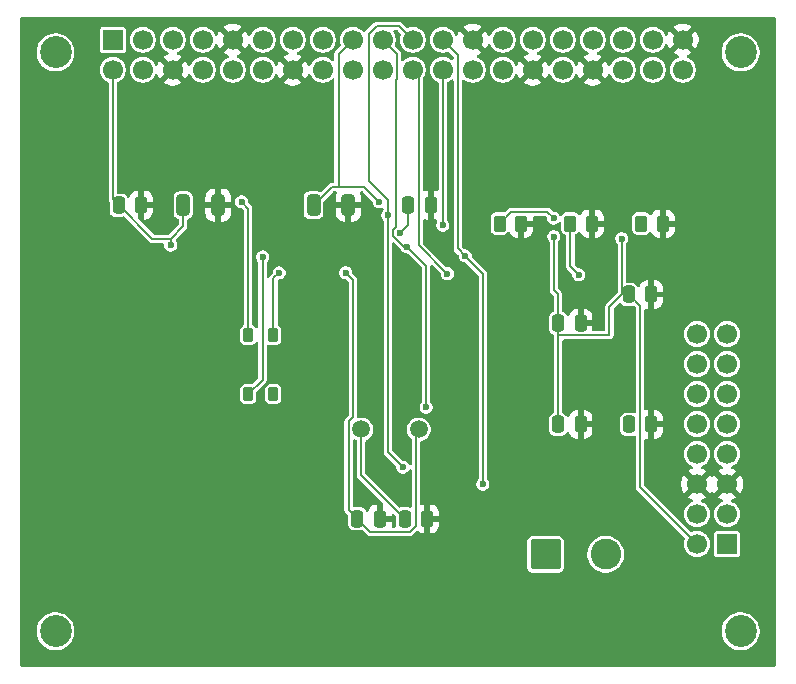
<source format=gbl>
%TF.GenerationSoftware,KiCad,Pcbnew,9.0.7*%
%TF.CreationDate,2026-02-04T14:07:26-06:00*%
%TF.ProjectId,can-hat,63616e2d-6861-4742-9e6b-696361645f70,rev?*%
%TF.SameCoordinates,Original*%
%TF.FileFunction,Copper,L2,Bot*%
%TF.FilePolarity,Positive*%
%FSLAX46Y46*%
G04 Gerber Fmt 4.6, Leading zero omitted, Abs format (unit mm)*
G04 Created by KiCad (PCBNEW 9.0.7) date 2026-02-04 14:07:26*
%MOMM*%
%LPD*%
G01*
G04 APERTURE LIST*
G04 Aperture macros list*
%AMRoundRect*
0 Rectangle with rounded corners*
0 $1 Rounding radius*
0 $2 $3 $4 $5 $6 $7 $8 $9 X,Y pos of 4 corners*
0 Add a 4 corners polygon primitive as box body*
4,1,4,$2,$3,$4,$5,$6,$7,$8,$9,$2,$3,0*
0 Add four circle primitives for the rounded corners*
1,1,$1+$1,$2,$3*
1,1,$1+$1,$4,$5*
1,1,$1+$1,$6,$7*
1,1,$1+$1,$8,$9*
0 Add four rect primitives between the rounded corners*
20,1,$1+$1,$2,$3,$4,$5,0*
20,1,$1+$1,$4,$5,$6,$7,0*
20,1,$1+$1,$6,$7,$8,$9,0*
20,1,$1+$1,$8,$9,$2,$3,0*%
G04 Aperture macros list end*
%TA.AperFunction,ComponentPad*%
%ADD10R,1.700000X1.700000*%
%TD*%
%TA.AperFunction,ComponentPad*%
%ADD11C,1.700000*%
%TD*%
%TA.AperFunction,ComponentPad*%
%ADD12RoundRect,0.250000X-1.050000X-1.050000X1.050000X-1.050000X1.050000X1.050000X-1.050000X1.050000X0*%
%TD*%
%TA.AperFunction,ComponentPad*%
%ADD13C,2.600000*%
%TD*%
%TA.AperFunction,ComponentPad*%
%ADD14C,2.700000*%
%TD*%
%TA.AperFunction,ComponentPad*%
%ADD15C,1.500000*%
%TD*%
%TA.AperFunction,SMDPad,CuDef*%
%ADD16RoundRect,0.250000X-0.250000X-0.475000X0.250000X-0.475000X0.250000X0.475000X-0.250000X0.475000X0*%
%TD*%
%TA.AperFunction,SMDPad,CuDef*%
%ADD17RoundRect,0.250000X-0.262500X-0.450000X0.262500X-0.450000X0.262500X0.450000X-0.262500X0.450000X0*%
%TD*%
%TA.AperFunction,SMDPad,CuDef*%
%ADD18RoundRect,0.250000X-0.325000X-0.650000X0.325000X-0.650000X0.325000X0.650000X-0.325000X0.650000X0*%
%TD*%
%TA.AperFunction,SMDPad,CuDef*%
%ADD19RoundRect,0.218750X-0.218750X-0.381250X0.218750X-0.381250X0.218750X0.381250X-0.218750X0.381250X0*%
%TD*%
%TA.AperFunction,ViaPad*%
%ADD20C,0.600000*%
%TD*%
%TA.AperFunction,Conductor*%
%ADD21C,0.200000*%
%TD*%
G04 APERTURE END LIST*
D10*
%TO.P,J2,1,Pin_1*%
%TO.N,SPI_MISO*%
X175040000Y-77700000D03*
D11*
%TO.P,J2,2,Pin_2*%
%TO.N,+3.3V*%
X172500000Y-77700000D03*
%TO.P,J2,3,Pin_3*%
%TO.N,SPI_SCLK*%
X175040000Y-75160000D03*
%TO.P,J2,4,Pin_4*%
%TO.N,SPI_MOSI*%
X172500000Y-75160000D03*
%TO.P,J2,5,Pin_5*%
%TO.N,GND*%
X175040000Y-72620000D03*
%TO.P,J2,6,Pin_6*%
X172500000Y-72620000D03*
%TO.P,J2,7,Pin_7*%
%TO.N,unconnected-(J2-Pin_7-Pad7)*%
X175040000Y-70080000D03*
%TO.P,J2,8,Pin_8*%
%TO.N,unconnected-(J2-Pin_8-Pad8)*%
X172500000Y-70080000D03*
%TO.P,J2,9,Pin_9*%
%TO.N,unconnected-(J2-Pin_9-Pad9)*%
X175040000Y-67540000D03*
%TO.P,J2,10,Pin_10*%
%TO.N,unconnected-(J2-Pin_10-Pad10)*%
X172500000Y-67540000D03*
%TO.P,J2,11,Pin_11*%
%TO.N,unconnected-(J2-Pin_11-Pad11)*%
X175040000Y-65000000D03*
%TO.P,J2,12,Pin_12*%
%TO.N,unconnected-(J2-Pin_12-Pad12)*%
X172500000Y-65000000D03*
%TO.P,J2,13,Pin_13*%
%TO.N,unconnected-(J2-Pin_13-Pad13)*%
X175040000Y-62460000D03*
%TO.P,J2,14,Pin_14*%
%TO.N,unconnected-(J2-Pin_14-Pad14)*%
X172500000Y-62460000D03*
%TO.P,J2,15,Pin_15*%
%TO.N,unconnected-(J2-Pin_15-Pad15)*%
X175040000Y-59920000D03*
%TO.P,J2,16,Pin_16*%
%TO.N,unconnected-(J2-Pin_16-Pad16)*%
X172500000Y-59920000D03*
%TD*%
D12*
%TO.P,J3,1,Pin_1*%
%TO.N,unconnected-(J3-Pin_1-Pad1)*%
X159685000Y-78570000D03*
D13*
%TO.P,J3,2,Pin_2*%
%TO.N,unconnected-(J3-Pin_2-Pad2)*%
X164765000Y-78570000D03*
%TD*%
D14*
%TO.P,H1,1*%
%TO.N,N/C*%
X118185000Y-36070000D03*
%TD*%
%TO.P,H2,1*%
%TO.N,N/C*%
X176185000Y-36070000D03*
%TD*%
%TO.P,H3,1*%
%TO.N,N/C*%
X118185000Y-85070000D03*
%TD*%
%TO.P,H4,1*%
%TO.N,N/C*%
X176185000Y-85070000D03*
%TD*%
D15*
%TO.P,Y1,1,1*%
%TO.N,/OSC1*%
X144060000Y-68000000D03*
%TO.P,Y1,2,2*%
%TO.N,/OSC2*%
X148940000Y-68000000D03*
%TD*%
D10*
%TO.P,J1,1,Pin_1*%
%TO.N,+3.3V*%
X123020000Y-35000000D03*
D11*
%TO.P,J1,2,Pin_2*%
%TO.N,+5V*%
X123020000Y-37540000D03*
%TO.P,J1,3,Pin_3*%
%TO.N,unconnected-(J1-Pin_3-Pad3)*%
X125560000Y-35000000D03*
%TO.P,J1,4,Pin_4*%
%TO.N,+5V*%
X125560000Y-37540000D03*
%TO.P,J1,5,Pin_5*%
%TO.N,unconnected-(J1-Pin_5-Pad5)*%
X128100000Y-35000000D03*
%TO.P,J1,6,Pin_6*%
%TO.N,GND*%
X128100000Y-37540000D03*
%TO.P,J1,7,Pin_7*%
%TO.N,unconnected-(J1-Pin_7-Pad7)*%
X130640000Y-35000000D03*
%TO.P,J1,8,Pin_8*%
%TO.N,unconnected-(J1-Pin_8-Pad8)*%
X130640000Y-37540000D03*
%TO.P,J1,9,Pin_9*%
%TO.N,GND*%
X133180000Y-35000000D03*
%TO.P,J1,10,Pin_10*%
%TO.N,unconnected-(J1-Pin_10-Pad10)*%
X133180000Y-37540000D03*
%TO.P,J1,11,Pin_11*%
%TO.N,unconnected-(J1-Pin_11-Pad11)*%
X135720000Y-35000000D03*
%TO.P,J1,12,Pin_12*%
%TO.N,unconnected-(J1-Pin_12-Pad12)*%
X135720000Y-37540000D03*
%TO.P,J1,13,Pin_13*%
%TO.N,unconnected-(J1-Pin_13-Pad13)*%
X138260000Y-35000000D03*
%TO.P,J1,14,Pin_14*%
%TO.N,GND*%
X138260000Y-37540000D03*
%TO.P,J1,15,Pin_15*%
%TO.N,unconnected-(J1-Pin_15-Pad15)*%
X140800000Y-35000000D03*
%TO.P,J1,16,Pin_16*%
%TO.N,unconnected-(J1-Pin_16-Pad16)*%
X140800000Y-37540000D03*
%TO.P,J1,17,Pin_17*%
%TO.N,+3.3V*%
X143340000Y-35000000D03*
%TO.P,J1,18,Pin_18*%
%TO.N,unconnected-(J1-Pin_18-Pad18)*%
X143340000Y-37540000D03*
%TO.P,J1,19,Pin_19*%
%TO.N,SPI_MOSI*%
X145880000Y-35000000D03*
%TO.P,J1,20,Pin_20*%
%TO.N,GND*%
X145880000Y-37540000D03*
%TO.P,J1,21,Pin_21*%
%TO.N,SPI_MISO*%
X148420000Y-35000000D03*
%TO.P,J1,22,Pin_22*%
%TO.N,CAN_INT*%
X148420000Y-37540000D03*
%TO.P,J1,23,Pin_23*%
%TO.N,SPI_SCLK*%
X150960000Y-35000000D03*
%TO.P,J1,24,Pin_24*%
%TO.N,SPI_CE0*%
X150960000Y-37540000D03*
%TO.P,J1,25,Pin_25*%
%TO.N,GND*%
X153500000Y-35000000D03*
%TO.P,J1,26,Pin_26*%
%TO.N,unconnected-(J1-Pin_26-Pad26)*%
X153500000Y-37540000D03*
%TO.P,J1,27,Pin_27*%
%TO.N,unconnected-(J1-Pin_27-Pad27)*%
X156040000Y-35000000D03*
%TO.P,J1,28,Pin_28*%
%TO.N,unconnected-(J1-Pin_28-Pad28)*%
X156040000Y-37540000D03*
%TO.P,J1,29,Pin_29*%
%TO.N,unconnected-(J1-Pin_29-Pad29)*%
X158580000Y-35000000D03*
%TO.P,J1,30,Pin_30*%
%TO.N,GND*%
X158580000Y-37540000D03*
%TO.P,J1,31,Pin_31*%
%TO.N,unconnected-(J1-Pin_31-Pad31)*%
X161120000Y-35000000D03*
%TO.P,J1,32,Pin_32*%
%TO.N,unconnected-(J1-Pin_32-Pad32)*%
X161120000Y-37540000D03*
%TO.P,J1,33,Pin_33*%
%TO.N,unconnected-(J1-Pin_33-Pad33)*%
X163660000Y-35000000D03*
%TO.P,J1,34,Pin_34*%
%TO.N,GND*%
X163660000Y-37540000D03*
%TO.P,J1,35,Pin_35*%
%TO.N,unconnected-(J1-Pin_35-Pad35)*%
X166200000Y-35000000D03*
%TO.P,J1,36,Pin_36*%
%TO.N,unconnected-(J1-Pin_36-Pad36)*%
X166200000Y-37540000D03*
%TO.P,J1,37,Pin_37*%
%TO.N,unconnected-(J1-Pin_37-Pad37)*%
X168740000Y-35000000D03*
%TO.P,J1,38,Pin_38*%
%TO.N,unconnected-(J1-Pin_38-Pad38)*%
X168740000Y-37540000D03*
%TO.P,J1,39,Pin_39*%
%TO.N,GND*%
X171280000Y-35000000D03*
%TO.P,J1,40,Pin_40*%
%TO.N,unconnected-(J1-Pin_40-Pad40)*%
X171280000Y-37540000D03*
%TD*%
D16*
%TO.P,C6,1*%
%TO.N,/OSC1*%
X147735000Y-75570000D03*
%TO.P,C6,2*%
%TO.N,GND*%
X149635000Y-75570000D03*
%TD*%
%TO.P,C5,1*%
%TO.N,/OSC2*%
X143735000Y-75570000D03*
%TO.P,C5,2*%
%TO.N,GND*%
X145635000Y-75570000D03*
%TD*%
D17*
%TO.P,R2,1*%
%TO.N,Net-(LED2-K)*%
X155772500Y-50570000D03*
%TO.P,R2,2*%
%TO.N,GND*%
X157597500Y-50570000D03*
%TD*%
D18*
%TO.P,C4,1*%
%TO.N,+3.3V*%
X140025000Y-49000000D03*
%TO.P,C4,2*%
%TO.N,GND*%
X142975000Y-49000000D03*
%TD*%
D16*
%TO.P,C8,1*%
%TO.N,+3.3V*%
X160735000Y-59000000D03*
%TO.P,C8,2*%
%TO.N,GND*%
X162635000Y-59000000D03*
%TD*%
D19*
%TO.P,L1,1,1*%
%TO.N,/CANH_U5*%
X134500000Y-60000000D03*
%TO.P,L1,2,2*%
%TO.N,CANH*%
X136625000Y-60000000D03*
%TD*%
%TO.P,L2,1,1*%
%TO.N,/CANL_U5*%
X134500000Y-65000000D03*
%TO.P,L2,2,2*%
%TO.N,CANL*%
X136625000Y-65000000D03*
%TD*%
D16*
%TO.P,C9,1*%
%TO.N,+3.3V*%
X166735000Y-56570000D03*
%TO.P,C9,2*%
%TO.N,GND*%
X168635000Y-56570000D03*
%TD*%
D17*
%TO.P,R3,1*%
%TO.N,CANH*%
X161772500Y-50570000D03*
%TO.P,R3,2*%
%TO.N,GND*%
X163597500Y-50570000D03*
%TD*%
D16*
%TO.P,C1,1*%
%TO.N,+5V*%
X123525000Y-49000000D03*
%TO.P,C1,2*%
%TO.N,GND*%
X125425000Y-49000000D03*
%TD*%
%TO.P,C11,1*%
%TO.N,AUDIO_L_OUT*%
X166735000Y-67570000D03*
%TO.P,C11,2*%
%TO.N,GND*%
X168635000Y-67570000D03*
%TD*%
%TO.P,C10,1*%
%TO.N,+3.3V*%
X160735000Y-67570000D03*
%TO.P,C10,2*%
%TO.N,GND*%
X162635000Y-67570000D03*
%TD*%
D18*
%TO.P,C3,1*%
%TO.N,+5V*%
X129000000Y-49000000D03*
%TO.P,C3,2*%
%TO.N,GND*%
X131950000Y-49000000D03*
%TD*%
D17*
%TO.P,R6,1*%
%TO.N,AUDIO_R+*%
X167772500Y-50570000D03*
%TO.P,R6,2*%
%TO.N,GND*%
X169597500Y-50570000D03*
%TD*%
D16*
%TO.P,C7,1*%
%TO.N,+5V*%
X148050000Y-49000000D03*
%TO.P,C7,2*%
%TO.N,GND*%
X149950000Y-49000000D03*
%TD*%
D20*
%TO.N,+5V*%
X147380400Y-51339300D03*
X127921700Y-52387600D03*
%TO.N,GND*%
X150000000Y-40500000D03*
X142738600Y-57612000D03*
X160930600Y-48500000D03*
X169413500Y-45780400D03*
X127431900Y-48738300D03*
%TO.N,+3.3V*%
X160367300Y-51673500D03*
X166113500Y-51840100D03*
X145587600Y-48738300D03*
%TO.N,/OSC2*%
X142740200Y-54724000D03*
%TO.N,SPI_MOSI*%
X149565400Y-66128400D03*
X147954100Y-52531300D03*
%TO.N,SPI_MISO*%
X147591500Y-71196900D03*
X146308900Y-49861100D03*
%TO.N,SPI_SCLK*%
X154362600Y-72633900D03*
X152859300Y-53293000D03*
%TO.N,CAN_INT*%
X151364000Y-54802500D03*
%TO.N,SPI_CE0*%
X150960000Y-50706500D03*
%TO.N,CANH*%
X162496500Y-54897000D03*
X137103600Y-54733700D03*
%TO.N,/CANH_U5*%
X133928500Y-48738300D03*
%TO.N,/CANL_U5*%
X135716100Y-53393400D03*
%TO.N,Net-(LED2-K)*%
X160350400Y-50116700D03*
%TD*%
D21*
%TO.N,+5V*%
X127921700Y-51848400D02*
X126373400Y-51848400D01*
X123020000Y-37540000D02*
X123020000Y-48495000D01*
X148050000Y-49000000D02*
X148050000Y-50669700D01*
X148050000Y-50669700D02*
X147380400Y-51339300D01*
X127921700Y-52387600D02*
X127921700Y-51848400D01*
X123020000Y-48495000D02*
X123525000Y-49000000D01*
X129000000Y-50770100D02*
X129000000Y-49000000D01*
X127921700Y-51848400D02*
X129000000Y-50770100D01*
X126373400Y-51848400D02*
X123525000Y-49000000D01*
%TO.N,+3.3V*%
X165082300Y-59917700D02*
X165082300Y-57601200D01*
X142149400Y-47477000D02*
X142149400Y-36190600D01*
X144326300Y-47477000D02*
X145587600Y-48738300D01*
X165000000Y-60000000D02*
X165082300Y-59917700D01*
X160735000Y-56570000D02*
X160367300Y-56202300D01*
X165031200Y-60031200D02*
X165000000Y-60000000D01*
X172500000Y-77700000D02*
X167685000Y-72885000D01*
X142149400Y-47477000D02*
X144326300Y-47477000D01*
X160735000Y-60031200D02*
X165031200Y-60031200D01*
X166113500Y-56570000D02*
X166113500Y-51840100D01*
X160735000Y-56570000D02*
X160735000Y-57601200D01*
X165082300Y-57601200D02*
X166113500Y-56570000D01*
X160367300Y-56202300D02*
X160367300Y-51673500D01*
X160735000Y-57601200D02*
X160735000Y-67570000D01*
X167685000Y-72885000D02*
X167685000Y-57520000D01*
X166113500Y-56570000D02*
X166735000Y-56570000D01*
X140025000Y-49000000D02*
X141548000Y-47477000D01*
X141548000Y-47477000D02*
X142149400Y-47477000D01*
X167685000Y-57520000D02*
X166735000Y-56570000D01*
X142149400Y-36190600D02*
X143340000Y-35000000D01*
%TO.N,/OSC2*%
X148170500Y-76651100D02*
X144816100Y-76651100D01*
X143340400Y-55324200D02*
X142740200Y-54724000D01*
X142990000Y-74825000D02*
X142990000Y-67300200D01*
X142990000Y-67300200D02*
X143340400Y-66949800D01*
X143340400Y-66949800D02*
X143340400Y-55324200D01*
X148685000Y-68255000D02*
X148685000Y-76136600D01*
X148940000Y-68000000D02*
X148685000Y-68255000D01*
X144816100Y-76651100D02*
X143735000Y-75570000D01*
X148685000Y-76136600D02*
X148170500Y-76651100D01*
X143735000Y-75570000D02*
X142990000Y-74825000D01*
%TO.N,/OSC1*%
X147735000Y-75570000D02*
X144060000Y-71895000D01*
X144060000Y-71895000D02*
X144060000Y-68000000D01*
%TO.N,SPI_MOSI*%
X147030200Y-50838700D02*
X146778700Y-51090200D01*
X146778700Y-51588400D02*
X147721600Y-52531300D01*
X147721600Y-52531300D02*
X147954100Y-52531300D01*
X145880000Y-35000000D02*
X147090100Y-36210100D01*
X146778700Y-51090200D02*
X146778700Y-51588400D01*
X147090100Y-36210100D02*
X147090100Y-38304000D01*
X147090100Y-38304000D02*
X147030200Y-38363900D01*
X147030200Y-38363900D02*
X147030200Y-50838700D01*
X149565400Y-54142600D02*
X149565400Y-66128400D01*
X147954100Y-52531300D02*
X149565400Y-54142600D01*
%TO.N,SPI_MISO*%
X147268200Y-33848200D02*
X148420000Y-35000000D01*
X146308900Y-49861100D02*
X146308900Y-49499700D01*
X146308900Y-48568000D02*
X144701500Y-46960600D01*
X145369200Y-33848200D02*
X147268200Y-33848200D01*
X146308900Y-49499700D02*
X146308900Y-48568000D01*
X147591500Y-71196900D02*
X146308900Y-69914300D01*
X144701500Y-46960600D02*
X144701500Y-34515900D01*
X146308900Y-69914300D02*
X146308900Y-49499700D01*
X144701500Y-34515900D02*
X145369200Y-33848200D01*
%TO.N,SPI_SCLK*%
X152230000Y-36270000D02*
X150960000Y-35000000D01*
X154362600Y-72633900D02*
X154362600Y-54796300D01*
X152859300Y-53293000D02*
X152230000Y-52663700D01*
X152230000Y-52663700D02*
X152230000Y-36270000D01*
X154362600Y-54796300D02*
X152859300Y-53293000D01*
%TO.N,CAN_INT*%
X151364000Y-54802500D02*
X148943300Y-52381800D01*
X148943300Y-52381800D02*
X148943300Y-38063300D01*
X148943300Y-38063300D02*
X148420000Y-37540000D01*
%TO.N,SPI_CE0*%
X150960000Y-37540000D02*
X150960000Y-50706500D01*
%TO.N,CANH*%
X137103600Y-54733700D02*
X136625000Y-55212300D01*
X162496500Y-54897000D02*
X161772500Y-54173000D01*
X136625000Y-55212300D02*
X136625000Y-60000000D01*
X161772500Y-54173000D02*
X161772500Y-50570000D01*
%TO.N,/CANH_U5*%
X134500000Y-49309800D02*
X133928500Y-48738300D01*
X134500000Y-60000000D02*
X134500000Y-49309800D01*
%TO.N,/CANL_U5*%
X135716100Y-63783900D02*
X134500000Y-65000000D01*
X135716100Y-53393400D02*
X135716100Y-63783900D01*
%TO.N,Net-(LED2-K)*%
X156775200Y-49567300D02*
X159801000Y-49567300D01*
X155772500Y-50570000D02*
X156775200Y-49567300D01*
X159801000Y-49567300D02*
X160350400Y-50116700D01*
%TD*%
%TA.AperFunction,Conductor*%
%TO.N,GND*%
G36*
X143486977Y-68833636D02*
G01*
X143490866Y-68833359D01*
X143523934Y-68845696D01*
X143528789Y-68848347D01*
X143586086Y-68886632D01*
X143639099Y-68908590D01*
X143644934Y-68911777D01*
X143665123Y-68931968D01*
X143687355Y-68949884D01*
X143689510Y-68956358D01*
X143694336Y-68961185D01*
X143704916Y-69002645D01*
X143709421Y-69016178D01*
X143708895Y-69018236D01*
X143709500Y-69020605D01*
X143709500Y-71941144D01*
X143717995Y-71972845D01*
X143733386Y-72030287D01*
X143733387Y-72030290D01*
X143779527Y-72110208D01*
X143779531Y-72110213D01*
X145861978Y-74192660D01*
X145895463Y-74253983D01*
X145890479Y-74323675D01*
X145885000Y-74332200D01*
X145885000Y-75320000D01*
X146634999Y-75320000D01*
X146634999Y-75265043D01*
X146641237Y-75243797D01*
X146642817Y-75221709D01*
X146650889Y-75210925D01*
X146654684Y-75198004D01*
X146671417Y-75183504D01*
X146684689Y-75165776D01*
X146697309Y-75161068D01*
X146707488Y-75152249D01*
X146729405Y-75149097D01*
X146750153Y-75141359D01*
X146763313Y-75144221D01*
X146776646Y-75142305D01*
X146796789Y-75151504D01*
X146818426Y-75156211D01*
X146836151Y-75169479D01*
X146840202Y-75171330D01*
X146846680Y-75177362D01*
X146948181Y-75278863D01*
X146981666Y-75340186D01*
X146984500Y-75366544D01*
X146984500Y-76092870D01*
X146984501Y-76092876D01*
X146991738Y-76160196D01*
X146989202Y-76160468D01*
X146988625Y-76171260D01*
X146991931Y-76194247D01*
X146986795Y-76205492D01*
X146986135Y-76217839D01*
X146972553Y-76236678D01*
X146962906Y-76257803D01*
X146952504Y-76264487D01*
X146945275Y-76274516D01*
X146923665Y-76283021D01*
X146904128Y-76295577D01*
X146884648Y-76298377D01*
X146880260Y-76300105D01*
X146869193Y-76300600D01*
X146751307Y-76300600D01*
X146684268Y-76280915D01*
X146638513Y-76228111D01*
X146627949Y-76163997D01*
X146634999Y-76094986D01*
X146635000Y-76094973D01*
X146635000Y-75820000D01*
X145759000Y-75820000D01*
X145691961Y-75800315D01*
X145646206Y-75747511D01*
X145635000Y-75696000D01*
X145635000Y-75570000D01*
X145509000Y-75570000D01*
X145441961Y-75550315D01*
X145396206Y-75497511D01*
X145385000Y-75446000D01*
X145385000Y-74345000D01*
X145384999Y-74344999D01*
X145335029Y-74345000D01*
X145335011Y-74345001D01*
X145232302Y-74355494D01*
X145065880Y-74410641D01*
X145065875Y-74410643D01*
X144916654Y-74502684D01*
X144792684Y-74626654D01*
X144700643Y-74775875D01*
X144700642Y-74775878D01*
X144670069Y-74868141D01*
X144630296Y-74925585D01*
X144565780Y-74952408D01*
X144497004Y-74940093D01*
X144445804Y-74892549D01*
X144436181Y-74872468D01*
X144428798Y-74852673D01*
X144428793Y-74852664D01*
X144342547Y-74737455D01*
X144342544Y-74737452D01*
X144227335Y-74651206D01*
X144227328Y-74651202D01*
X144092486Y-74600910D01*
X144092485Y-74600909D01*
X144092483Y-74600909D01*
X144032873Y-74594500D01*
X144032864Y-74594500D01*
X143464500Y-74594500D01*
X143397461Y-74574815D01*
X143351706Y-74522011D01*
X143340500Y-74470500D01*
X143340500Y-68954524D01*
X143341788Y-68950136D01*
X143340817Y-68945670D01*
X143351540Y-68916924D01*
X143360185Y-68887485D01*
X143363639Y-68884491D01*
X143365238Y-68880207D01*
X143389808Y-68861815D01*
X143412989Y-68841730D01*
X143417512Y-68841079D01*
X143421174Y-68838339D01*
X143451785Y-68836151D01*
X143482147Y-68831786D01*
X143486977Y-68833636D01*
G37*
%TD.AperFunction*%
%TA.AperFunction,Conductor*%
G36*
X179127539Y-33090185D02*
G01*
X179173294Y-33142989D01*
X179184500Y-33194500D01*
X179184500Y-87945500D01*
X179164815Y-88012539D01*
X179112011Y-88058294D01*
X179060500Y-88069500D01*
X115309500Y-88069500D01*
X115242461Y-88049815D01*
X115196706Y-87997011D01*
X115185500Y-87945500D01*
X115185500Y-84944038D01*
X116584500Y-84944038D01*
X116584500Y-85195961D01*
X116623910Y-85444785D01*
X116701760Y-85684383D01*
X116816132Y-85908848D01*
X116964201Y-86112649D01*
X116964205Y-86112654D01*
X117142345Y-86290794D01*
X117142350Y-86290798D01*
X117320117Y-86419952D01*
X117346155Y-86438870D01*
X117489184Y-86511747D01*
X117570616Y-86553239D01*
X117570618Y-86553239D01*
X117570621Y-86553241D01*
X117810215Y-86631090D01*
X118059038Y-86670500D01*
X118059039Y-86670500D01*
X118310961Y-86670500D01*
X118310962Y-86670500D01*
X118559785Y-86631090D01*
X118799379Y-86553241D01*
X119023845Y-86438870D01*
X119227656Y-86290793D01*
X119405793Y-86112656D01*
X119553870Y-85908845D01*
X119668241Y-85684379D01*
X119746090Y-85444785D01*
X119785500Y-85195962D01*
X119785500Y-84944038D01*
X174584500Y-84944038D01*
X174584500Y-85195961D01*
X174623910Y-85444785D01*
X174701760Y-85684383D01*
X174816132Y-85908848D01*
X174964201Y-86112649D01*
X174964205Y-86112654D01*
X175142345Y-86290794D01*
X175142350Y-86290798D01*
X175320117Y-86419952D01*
X175346155Y-86438870D01*
X175489184Y-86511747D01*
X175570616Y-86553239D01*
X175570618Y-86553239D01*
X175570621Y-86553241D01*
X175810215Y-86631090D01*
X176059038Y-86670500D01*
X176059039Y-86670500D01*
X176310961Y-86670500D01*
X176310962Y-86670500D01*
X176559785Y-86631090D01*
X176799379Y-86553241D01*
X177023845Y-86438870D01*
X177227656Y-86290793D01*
X177405793Y-86112656D01*
X177553870Y-85908845D01*
X177668241Y-85684379D01*
X177746090Y-85444785D01*
X177785500Y-85195962D01*
X177785500Y-84944038D01*
X177746090Y-84695215D01*
X177668241Y-84455621D01*
X177668239Y-84455618D01*
X177668239Y-84455616D01*
X177626747Y-84374184D01*
X177553870Y-84231155D01*
X177534952Y-84205117D01*
X177405798Y-84027350D01*
X177405794Y-84027345D01*
X177227654Y-83849205D01*
X177227649Y-83849201D01*
X177023848Y-83701132D01*
X177023847Y-83701131D01*
X177023845Y-83701130D01*
X176953747Y-83665413D01*
X176799383Y-83586760D01*
X176559785Y-83508910D01*
X176310962Y-83469500D01*
X176059038Y-83469500D01*
X175934626Y-83489205D01*
X175810214Y-83508910D01*
X175570616Y-83586760D01*
X175346151Y-83701132D01*
X175142350Y-83849201D01*
X175142345Y-83849205D01*
X174964205Y-84027345D01*
X174964201Y-84027350D01*
X174816132Y-84231151D01*
X174701760Y-84455616D01*
X174623910Y-84695214D01*
X174584500Y-84944038D01*
X119785500Y-84944038D01*
X119746090Y-84695215D01*
X119668241Y-84455621D01*
X119668239Y-84455618D01*
X119668239Y-84455616D01*
X119626747Y-84374184D01*
X119553870Y-84231155D01*
X119534952Y-84205117D01*
X119405798Y-84027350D01*
X119405794Y-84027345D01*
X119227654Y-83849205D01*
X119227649Y-83849201D01*
X119023848Y-83701132D01*
X119023847Y-83701131D01*
X119023845Y-83701130D01*
X118953747Y-83665413D01*
X118799383Y-83586760D01*
X118559785Y-83508910D01*
X118310962Y-83469500D01*
X118059038Y-83469500D01*
X117934626Y-83489205D01*
X117810214Y-83508910D01*
X117570616Y-83586760D01*
X117346151Y-83701132D01*
X117142350Y-83849201D01*
X117142345Y-83849205D01*
X116964205Y-84027345D01*
X116964201Y-84027350D01*
X116816132Y-84231151D01*
X116701760Y-84455616D01*
X116623910Y-84695214D01*
X116584500Y-84944038D01*
X115185500Y-84944038D01*
X115185500Y-77472135D01*
X158134500Y-77472135D01*
X158134500Y-79667870D01*
X158134501Y-79667876D01*
X158140908Y-79727483D01*
X158191202Y-79862328D01*
X158191206Y-79862335D01*
X158277452Y-79977544D01*
X158277455Y-79977547D01*
X158392664Y-80063793D01*
X158392671Y-80063797D01*
X158527517Y-80114091D01*
X158527516Y-80114091D01*
X158534444Y-80114835D01*
X158587127Y-80120500D01*
X160782872Y-80120499D01*
X160842483Y-80114091D01*
X160977331Y-80063796D01*
X161092546Y-79977546D01*
X161178796Y-79862331D01*
X161229091Y-79727483D01*
X161235500Y-79667873D01*
X161235499Y-78447973D01*
X163214500Y-78447973D01*
X163214500Y-78692027D01*
X163220610Y-78730601D01*
X163252678Y-78933072D01*
X163328097Y-79165187D01*
X163438896Y-79382642D01*
X163582339Y-79580076D01*
X163582343Y-79580081D01*
X163754918Y-79752656D01*
X163754923Y-79752660D01*
X163905879Y-79862335D01*
X163952361Y-79896106D01*
X164169815Y-80006904D01*
X164401924Y-80082321D01*
X164642973Y-80120500D01*
X164642974Y-80120500D01*
X164887026Y-80120500D01*
X164887027Y-80120500D01*
X165128076Y-80082321D01*
X165360185Y-80006904D01*
X165577639Y-79896106D01*
X165775083Y-79752655D01*
X165947655Y-79580083D01*
X166091106Y-79382639D01*
X166201904Y-79165185D01*
X166277321Y-78933076D01*
X166315500Y-78692027D01*
X166315500Y-78447973D01*
X166277321Y-78206924D01*
X166201904Y-77974815D01*
X166091106Y-77757361D01*
X165986505Y-77613389D01*
X165947660Y-77559923D01*
X165947656Y-77559918D01*
X165775081Y-77387343D01*
X165775076Y-77387339D01*
X165577642Y-77243896D01*
X165577641Y-77243895D01*
X165577639Y-77243894D01*
X165360185Y-77133096D01*
X165128076Y-77057679D01*
X165128074Y-77057678D01*
X165128072Y-77057678D01*
X164927491Y-77025909D01*
X164887027Y-77019500D01*
X164642973Y-77019500D01*
X164602515Y-77025908D01*
X164401927Y-77057678D01*
X164169812Y-77133097D01*
X163952357Y-77243896D01*
X163754923Y-77387339D01*
X163754918Y-77387343D01*
X163582343Y-77559918D01*
X163582339Y-77559923D01*
X163438896Y-77757357D01*
X163328097Y-77974812D01*
X163252678Y-78206927D01*
X163241613Y-78276788D01*
X163214500Y-78447973D01*
X161235499Y-78447973D01*
X161235499Y-77472128D01*
X161229091Y-77412517D01*
X161219702Y-77387345D01*
X161178797Y-77277671D01*
X161178793Y-77277664D01*
X161092547Y-77162455D01*
X161092544Y-77162452D01*
X160977335Y-77076206D01*
X160977328Y-77076202D01*
X160842482Y-77025908D01*
X160842483Y-77025908D01*
X160782883Y-77019501D01*
X160782881Y-77019500D01*
X160782873Y-77019500D01*
X160782864Y-77019500D01*
X158587129Y-77019500D01*
X158587123Y-77019501D01*
X158527516Y-77025908D01*
X158392671Y-77076202D01*
X158392664Y-77076206D01*
X158277455Y-77162452D01*
X158277452Y-77162455D01*
X158191206Y-77277664D01*
X158191202Y-77277671D01*
X158140908Y-77412517D01*
X158134501Y-77472116D01*
X158134501Y-77472123D01*
X158134500Y-77472135D01*
X115185500Y-77472135D01*
X115185500Y-35944038D01*
X116584500Y-35944038D01*
X116584500Y-36195962D01*
X116608336Y-36346456D01*
X116623910Y-36444785D01*
X116701760Y-36684383D01*
X116816132Y-36908848D01*
X116964201Y-37112649D01*
X116964205Y-37112654D01*
X117142345Y-37290794D01*
X117142350Y-37290798D01*
X117320117Y-37419952D01*
X117346155Y-37438870D01*
X117489184Y-37511747D01*
X117570616Y-37553239D01*
X117570618Y-37553239D01*
X117570621Y-37553241D01*
X117810215Y-37631090D01*
X118059038Y-37670500D01*
X118059039Y-37670500D01*
X118310961Y-37670500D01*
X118310962Y-37670500D01*
X118559785Y-37631090D01*
X118799379Y-37553241D01*
X118995350Y-37453389D01*
X121919500Y-37453389D01*
X121919500Y-37626611D01*
X121946598Y-37797701D01*
X122000127Y-37962445D01*
X122078768Y-38116788D01*
X122180586Y-38256928D01*
X122303072Y-38379414D01*
X122385481Y-38439288D01*
X122443213Y-38481233D01*
X122601794Y-38562033D01*
X122652591Y-38610007D01*
X122669500Y-38672518D01*
X122669500Y-48541145D01*
X122689059Y-48614142D01*
X122693385Y-48630286D01*
X122693387Y-48630291D01*
X122739527Y-48710208D01*
X122744476Y-48716657D01*
X122743038Y-48717759D01*
X122771666Y-48770186D01*
X122774500Y-48796544D01*
X122774500Y-49522870D01*
X122774501Y-49522876D01*
X122780908Y-49582483D01*
X122831202Y-49717328D01*
X122831206Y-49717335D01*
X122917452Y-49832544D01*
X122917455Y-49832547D01*
X123032664Y-49918793D01*
X123032671Y-49918797D01*
X123072294Y-49933575D01*
X123167517Y-49969091D01*
X123227127Y-49975500D01*
X123822872Y-49975499D01*
X123882483Y-49969091D01*
X123892250Y-49965447D01*
X123961940Y-49960462D01*
X124023261Y-49993943D01*
X126158188Y-52128870D01*
X126210640Y-52159153D01*
X126213109Y-52160578D01*
X126213111Y-52160580D01*
X126213112Y-52160580D01*
X126238112Y-52175014D01*
X126327256Y-52198900D01*
X127247200Y-52198900D01*
X127314239Y-52218585D01*
X127359994Y-52271389D01*
X127371200Y-52322900D01*
X127371200Y-52460075D01*
X127386477Y-52517088D01*
X127408717Y-52600088D01*
X127481188Y-52725611D01*
X127481190Y-52725613D01*
X127481191Y-52725615D01*
X127583685Y-52828109D01*
X127583686Y-52828110D01*
X127583688Y-52828111D01*
X127709211Y-52900582D01*
X127709212Y-52900582D01*
X127709215Y-52900584D01*
X127849225Y-52938100D01*
X127849228Y-52938100D01*
X127994172Y-52938100D01*
X127994175Y-52938100D01*
X128134185Y-52900584D01*
X128259715Y-52828109D01*
X128362209Y-52725615D01*
X128434684Y-52600085D01*
X128472200Y-52460075D01*
X128472200Y-52315125D01*
X128434684Y-52175115D01*
X128425468Y-52159153D01*
X128358145Y-52042546D01*
X128360382Y-52041254D01*
X128339820Y-51988089D01*
X128353849Y-51919642D01*
X128375705Y-51890076D01*
X129280469Y-50985313D01*
X129326614Y-50905388D01*
X129328965Y-50896614D01*
X129350500Y-50816244D01*
X129350500Y-50260764D01*
X129370185Y-50193725D01*
X129422989Y-50147970D01*
X129431167Y-50144582D01*
X129567328Y-50093797D01*
X129567327Y-50093797D01*
X129567331Y-50093796D01*
X129682546Y-50007546D01*
X129768796Y-49892331D01*
X129819091Y-49757483D01*
X129825273Y-49699986D01*
X130875001Y-49699986D01*
X130885494Y-49802697D01*
X130940641Y-49969119D01*
X130940643Y-49969124D01*
X131032684Y-50118345D01*
X131156654Y-50242315D01*
X131305875Y-50334356D01*
X131305880Y-50334358D01*
X131472302Y-50389505D01*
X131472309Y-50389506D01*
X131575019Y-50399999D01*
X131699999Y-50399999D01*
X132200000Y-50399999D01*
X132324972Y-50399999D01*
X132324986Y-50399998D01*
X132427697Y-50389505D01*
X132594119Y-50334358D01*
X132594124Y-50334356D01*
X132743345Y-50242315D01*
X132867315Y-50118345D01*
X132959356Y-49969124D01*
X132959358Y-49969119D01*
X133014505Y-49802697D01*
X133014506Y-49802690D01*
X133024999Y-49699986D01*
X133025000Y-49699973D01*
X133025000Y-49250000D01*
X132200000Y-49250000D01*
X132200000Y-50399999D01*
X131699999Y-50399999D01*
X131700000Y-50399998D01*
X131700000Y-49250000D01*
X130875001Y-49250000D01*
X130875001Y-49699986D01*
X129825273Y-49699986D01*
X129825500Y-49697873D01*
X129825499Y-48950788D01*
X129825499Y-48302130D01*
X129825498Y-48302122D01*
X129825497Y-48302116D01*
X129825271Y-48300013D01*
X130875000Y-48300013D01*
X130875000Y-48750000D01*
X131700000Y-48750000D01*
X132200000Y-48750000D01*
X133024999Y-48750000D01*
X133024999Y-48665825D01*
X133378000Y-48665825D01*
X133378000Y-48810775D01*
X133383001Y-48829437D01*
X133415517Y-48950788D01*
X133487988Y-49076311D01*
X133487990Y-49076313D01*
X133487991Y-49076315D01*
X133590485Y-49178809D01*
X133590486Y-49178810D01*
X133590488Y-49178811D01*
X133716011Y-49251282D01*
X133716012Y-49251282D01*
X133716015Y-49251284D01*
X133856025Y-49288800D01*
X133931956Y-49288800D01*
X133961396Y-49297444D01*
X133991383Y-49303968D01*
X133996398Y-49307722D01*
X133998995Y-49308485D01*
X134019637Y-49325119D01*
X134113181Y-49418663D01*
X134146666Y-49479986D01*
X134149500Y-49506344D01*
X134149500Y-59080967D01*
X134129815Y-59148006D01*
X134077011Y-59193761D01*
X134068837Y-59197148D01*
X134054051Y-59202663D01*
X134054049Y-59202664D01*
X133946028Y-59283528D01*
X133865164Y-59391549D01*
X133865162Y-59391552D01*
X133818009Y-59517975D01*
X133812000Y-59573855D01*
X133812000Y-60426144D01*
X133818009Y-60482024D01*
X133865162Y-60608447D01*
X133865164Y-60608450D01*
X133946028Y-60716472D01*
X134054049Y-60797335D01*
X134054052Y-60797337D01*
X134180475Y-60844490D01*
X134180478Y-60844491D01*
X134209818Y-60847645D01*
X134236355Y-60850499D01*
X134236370Y-60850500D01*
X134763630Y-60850500D01*
X134763644Y-60850499D01*
X134785523Y-60848146D01*
X134819522Y-60844491D01*
X134945950Y-60797336D01*
X135053972Y-60716472D01*
X135134836Y-60608450D01*
X135134836Y-60608449D01*
X135140151Y-60601350D01*
X135142155Y-60602850D01*
X135182174Y-60562833D01*
X135250447Y-60547981D01*
X135315911Y-60572398D01*
X135357782Y-60628332D01*
X135365600Y-60671665D01*
X135365600Y-63587355D01*
X135345915Y-63654394D01*
X135329281Y-63675036D01*
X134887915Y-64116401D01*
X134826592Y-64149886D01*
X134786980Y-64152010D01*
X134763632Y-64149500D01*
X134763630Y-64149500D01*
X134236370Y-64149500D01*
X134236355Y-64149500D01*
X134180475Y-64155509D01*
X134054052Y-64202662D01*
X134054049Y-64202664D01*
X133946028Y-64283528D01*
X133865164Y-64391549D01*
X133865162Y-64391552D01*
X133818009Y-64517975D01*
X133812000Y-64573855D01*
X133812000Y-65426144D01*
X133818009Y-65482024D01*
X133865162Y-65608447D01*
X133865164Y-65608450D01*
X133946028Y-65716472D01*
X134044761Y-65790382D01*
X134054049Y-65797335D01*
X134054052Y-65797337D01*
X134166858Y-65839411D01*
X134180478Y-65844491D01*
X134209818Y-65847645D01*
X134236355Y-65850499D01*
X134236370Y-65850500D01*
X134763630Y-65850500D01*
X134763644Y-65850499D01*
X134785523Y-65848146D01*
X134819522Y-65844491D01*
X134945950Y-65797336D01*
X135053972Y-65716472D01*
X135134836Y-65608450D01*
X135181991Y-65482022D01*
X135185646Y-65448023D01*
X135187999Y-65426144D01*
X135188000Y-65426129D01*
X135188000Y-64859044D01*
X135207685Y-64792005D01*
X135224319Y-64771363D01*
X135421827Y-64573855D01*
X135937000Y-64573855D01*
X135937000Y-65426144D01*
X135943009Y-65482024D01*
X135990162Y-65608447D01*
X135990164Y-65608450D01*
X136071028Y-65716472D01*
X136169761Y-65790382D01*
X136179049Y-65797335D01*
X136179052Y-65797337D01*
X136291858Y-65839411D01*
X136305478Y-65844491D01*
X136334818Y-65847645D01*
X136361355Y-65850499D01*
X136361370Y-65850500D01*
X136888630Y-65850500D01*
X136888644Y-65850499D01*
X136910523Y-65848146D01*
X136944522Y-65844491D01*
X137070950Y-65797336D01*
X137178972Y-65716472D01*
X137259836Y-65608450D01*
X137306991Y-65482022D01*
X137310646Y-65448023D01*
X137312999Y-65426144D01*
X137313000Y-65426129D01*
X137313000Y-64573870D01*
X137312999Y-64573855D01*
X137310145Y-64547318D01*
X137306991Y-64517978D01*
X137259836Y-64391550D01*
X137178972Y-64283528D01*
X137070950Y-64202664D01*
X137070947Y-64202662D01*
X136944524Y-64155509D01*
X136888644Y-64149500D01*
X136888630Y-64149500D01*
X136361370Y-64149500D01*
X136361355Y-64149500D01*
X136305475Y-64155509D01*
X136179052Y-64202662D01*
X136179049Y-64202664D01*
X136071028Y-64283528D01*
X135990164Y-64391549D01*
X135990162Y-64391552D01*
X135943009Y-64517975D01*
X135937000Y-64573855D01*
X135421827Y-64573855D01*
X135512814Y-64482868D01*
X135712613Y-64283069D01*
X135996570Y-63999112D01*
X136042714Y-63919188D01*
X136047989Y-63899500D01*
X136066600Y-63830044D01*
X136066600Y-60933988D01*
X136086285Y-60866949D01*
X136139089Y-60821194D01*
X136208247Y-60811250D01*
X136233934Y-60817807D01*
X136305471Y-60844489D01*
X136305475Y-60844490D01*
X136305478Y-60844491D01*
X136334818Y-60847645D01*
X136361355Y-60850499D01*
X136361370Y-60850500D01*
X136888630Y-60850500D01*
X136888644Y-60850499D01*
X136910523Y-60848146D01*
X136944522Y-60844491D01*
X137070950Y-60797336D01*
X137178972Y-60716472D01*
X137259836Y-60608450D01*
X137306991Y-60482022D01*
X137311653Y-60438661D01*
X137312999Y-60426144D01*
X137313000Y-60426129D01*
X137313000Y-59573870D01*
X137312999Y-59573855D01*
X137309799Y-59544098D01*
X137306991Y-59517978D01*
X137299373Y-59497552D01*
X137259837Y-59391552D01*
X137259835Y-59391549D01*
X137178972Y-59283528D01*
X137070950Y-59202664D01*
X137070948Y-59202663D01*
X137056163Y-59197148D01*
X137000231Y-59155275D01*
X136975816Y-59089810D01*
X136975500Y-59080967D01*
X136975500Y-55408844D01*
X136984144Y-55379403D01*
X136990668Y-55349417D01*
X136994422Y-55344401D01*
X136995185Y-55341805D01*
X137011819Y-55321163D01*
X137012463Y-55320519D01*
X137073786Y-55287034D01*
X137100144Y-55284200D01*
X137176072Y-55284200D01*
X137176075Y-55284200D01*
X137316085Y-55246684D01*
X137441615Y-55174209D01*
X137544109Y-55071715D01*
X137616584Y-54946185D01*
X137654100Y-54806175D01*
X137654100Y-54661225D01*
X137616584Y-54521215D01*
X137610981Y-54511511D01*
X137544111Y-54395688D01*
X137544106Y-54395682D01*
X137441617Y-54293193D01*
X137441611Y-54293188D01*
X137316088Y-54220717D01*
X137316089Y-54220717D01*
X137279888Y-54211017D01*
X137176075Y-54183200D01*
X137031125Y-54183200D01*
X136927312Y-54211017D01*
X136891111Y-54220717D01*
X136765588Y-54293188D01*
X136765582Y-54293193D01*
X136663093Y-54395682D01*
X136663088Y-54395688D01*
X136590617Y-54521211D01*
X136590616Y-54521215D01*
X136553100Y-54661225D01*
X136553100Y-54661227D01*
X136553100Y-54737156D01*
X136533415Y-54804195D01*
X136516781Y-54824837D01*
X136344532Y-54997085D01*
X136344528Y-54997091D01*
X136301443Y-55071717D01*
X136297987Y-55077703D01*
X136247420Y-55125918D01*
X136178813Y-55139142D01*
X136113949Y-55113174D01*
X136073420Y-55056260D01*
X136066600Y-55015703D01*
X136066600Y-53872786D01*
X136086285Y-53805747D01*
X136102919Y-53785105D01*
X136156609Y-53731415D01*
X136229084Y-53605885D01*
X136266600Y-53465875D01*
X136266600Y-53320925D01*
X136229084Y-53180915D01*
X136156609Y-53055385D01*
X136054115Y-52952891D01*
X136054113Y-52952890D01*
X136054111Y-52952888D01*
X135928588Y-52880417D01*
X135928589Y-52880417D01*
X135887163Y-52869317D01*
X135788575Y-52842900D01*
X135643625Y-52842900D01*
X135545037Y-52869317D01*
X135503611Y-52880417D01*
X135378088Y-52952888D01*
X135378082Y-52952893D01*
X135275593Y-53055382D01*
X135275588Y-53055388D01*
X135203117Y-53180911D01*
X135203116Y-53180915D01*
X135165600Y-53320925D01*
X135165600Y-53465875D01*
X135203116Y-53605885D01*
X135203117Y-53605888D01*
X135275588Y-53731411D01*
X135275593Y-53731417D01*
X135329281Y-53785105D01*
X135362766Y-53846428D01*
X135365600Y-53872786D01*
X135365600Y-59328334D01*
X135345915Y-59395373D01*
X135293111Y-59441128D01*
X135223953Y-59451072D01*
X135160397Y-59422047D01*
X135141017Y-59398001D01*
X135140151Y-59398650D01*
X135134835Y-59391549D01*
X135053972Y-59283528D01*
X134945950Y-59202664D01*
X134945948Y-59202663D01*
X134931163Y-59197148D01*
X134875231Y-59155275D01*
X134850816Y-59089810D01*
X134850500Y-59080967D01*
X134850500Y-49263658D01*
X134850500Y-49263656D01*
X134826614Y-49174512D01*
X134826613Y-49174511D01*
X134826613Y-49174509D01*
X134812001Y-49149202D01*
X134811999Y-49149199D01*
X134810166Y-49146024D01*
X134780470Y-49094588D01*
X134515319Y-48829437D01*
X134481834Y-48768114D01*
X134479000Y-48741756D01*
X134479000Y-48665827D01*
X134479000Y-48665825D01*
X134441484Y-48525815D01*
X134439198Y-48521856D01*
X134369011Y-48400288D01*
X134369006Y-48400282D01*
X134266517Y-48297793D01*
X134266511Y-48297788D01*
X134140988Y-48225317D01*
X134140989Y-48225317D01*
X134129506Y-48222240D01*
X134000975Y-48187800D01*
X133856025Y-48187800D01*
X133727493Y-48222240D01*
X133716011Y-48225317D01*
X133590488Y-48297788D01*
X133590482Y-48297793D01*
X133487993Y-48400282D01*
X133487988Y-48400288D01*
X133415517Y-48525811D01*
X133415516Y-48525815D01*
X133378000Y-48665825D01*
X133024999Y-48665825D01*
X133024999Y-48300028D01*
X133024998Y-48300013D01*
X133014505Y-48197302D01*
X132959358Y-48030880D01*
X132959356Y-48030875D01*
X132867315Y-47881654D01*
X132743345Y-47757684D01*
X132594124Y-47665643D01*
X132594119Y-47665641D01*
X132427697Y-47610494D01*
X132427690Y-47610493D01*
X132324986Y-47600000D01*
X132200000Y-47600000D01*
X132200000Y-48750000D01*
X131700000Y-48750000D01*
X131700000Y-47600000D01*
X131575027Y-47600000D01*
X131575012Y-47600001D01*
X131472302Y-47610494D01*
X131305880Y-47665641D01*
X131305875Y-47665643D01*
X131156654Y-47757684D01*
X131032684Y-47881654D01*
X130940643Y-48030875D01*
X130940641Y-48030880D01*
X130885494Y-48197302D01*
X130885493Y-48197309D01*
X130875000Y-48300013D01*
X129825271Y-48300013D01*
X129819091Y-48242517D01*
X129817208Y-48237469D01*
X129768797Y-48107671D01*
X129768793Y-48107664D01*
X129682547Y-47992455D01*
X129682544Y-47992452D01*
X129567335Y-47906206D01*
X129567328Y-47906202D01*
X129432486Y-47855910D01*
X129432485Y-47855909D01*
X129432483Y-47855909D01*
X129372873Y-47849500D01*
X129372863Y-47849500D01*
X128627129Y-47849500D01*
X128627123Y-47849501D01*
X128567516Y-47855908D01*
X128432671Y-47906202D01*
X128432664Y-47906206D01*
X128317455Y-47992452D01*
X128317452Y-47992455D01*
X128231206Y-48107664D01*
X128231202Y-48107671D01*
X128180908Y-48242517D01*
X128174501Y-48302116D01*
X128174500Y-48302135D01*
X128174500Y-49697870D01*
X128174501Y-49697876D01*
X128180908Y-49757483D01*
X128231202Y-49892328D01*
X128231206Y-49892335D01*
X128317452Y-50007544D01*
X128317455Y-50007547D01*
X128432664Y-50093793D01*
X128432671Y-50093797D01*
X128568833Y-50144582D01*
X128624767Y-50186453D01*
X128649184Y-50251917D01*
X128649500Y-50260764D01*
X128649500Y-50573556D01*
X128629815Y-50640595D01*
X128613181Y-50661237D01*
X127812837Y-51461581D01*
X127751514Y-51495066D01*
X127725156Y-51497900D01*
X126569944Y-51497900D01*
X126502905Y-51478215D01*
X126482263Y-51461581D01*
X125245681Y-50224999D01*
X125675000Y-50224999D01*
X125724972Y-50224999D01*
X125724986Y-50224998D01*
X125827697Y-50214505D01*
X125994119Y-50159358D01*
X125994124Y-50159356D01*
X126143345Y-50067315D01*
X126267315Y-49943345D01*
X126359356Y-49794124D01*
X126359358Y-49794119D01*
X126414505Y-49627697D01*
X126414506Y-49627690D01*
X126424999Y-49524986D01*
X126425000Y-49524973D01*
X126425000Y-49250000D01*
X125675000Y-49250000D01*
X125675000Y-50224999D01*
X125245681Y-50224999D01*
X125211319Y-50190637D01*
X125177834Y-50129314D01*
X125175000Y-50102956D01*
X125175000Y-48750000D01*
X125675000Y-48750000D01*
X126424999Y-48750000D01*
X126424999Y-48475028D01*
X126424998Y-48475013D01*
X126414505Y-48372302D01*
X126359358Y-48205880D01*
X126359356Y-48205875D01*
X126267315Y-48056654D01*
X126143345Y-47932684D01*
X125994124Y-47840643D01*
X125994119Y-47840641D01*
X125827697Y-47785494D01*
X125827690Y-47785493D01*
X125724986Y-47775000D01*
X125675000Y-47775000D01*
X125675000Y-48750000D01*
X125175000Y-48750000D01*
X125175000Y-47775000D01*
X125174999Y-47774999D01*
X125125029Y-47775000D01*
X125125011Y-47775001D01*
X125022302Y-47785494D01*
X124855880Y-47840641D01*
X124855875Y-47840643D01*
X124706654Y-47932684D01*
X124582684Y-48056654D01*
X124490643Y-48205875D01*
X124490642Y-48205878D01*
X124460069Y-48298141D01*
X124420296Y-48355585D01*
X124355780Y-48382408D01*
X124287004Y-48370093D01*
X124235804Y-48322549D01*
X124226181Y-48302468D01*
X124218798Y-48282673D01*
X124218793Y-48282664D01*
X124132547Y-48167455D01*
X124132544Y-48167452D01*
X124017335Y-48081206D01*
X124017328Y-48081202D01*
X123882482Y-48030908D01*
X123882483Y-48030908D01*
X123822883Y-48024501D01*
X123822881Y-48024500D01*
X123822873Y-48024500D01*
X123822865Y-48024500D01*
X123494500Y-48024500D01*
X123427461Y-48004815D01*
X123381706Y-47952011D01*
X123370500Y-47900500D01*
X123370500Y-38672518D01*
X123390185Y-38605479D01*
X123438206Y-38562033D01*
X123596786Y-38481233D01*
X123596785Y-38481233D01*
X123596788Y-38481232D01*
X123736928Y-38379414D01*
X123859414Y-38256928D01*
X123961232Y-38116788D01*
X124039873Y-37962445D01*
X124093402Y-37797701D01*
X124120500Y-37626611D01*
X124120500Y-37453389D01*
X124459500Y-37453389D01*
X124459500Y-37626611D01*
X124486598Y-37797701D01*
X124540127Y-37962445D01*
X124618768Y-38116788D01*
X124720586Y-38256928D01*
X124843072Y-38379414D01*
X124983212Y-38481232D01*
X125137555Y-38559873D01*
X125302299Y-38613402D01*
X125473389Y-38640500D01*
X125473390Y-38640500D01*
X125646610Y-38640500D01*
X125646611Y-38640500D01*
X125817701Y-38613402D01*
X125982445Y-38559873D01*
X126136788Y-38481232D01*
X126276928Y-38379414D01*
X126399414Y-38256928D01*
X126501232Y-38116788D01*
X126579873Y-37962445D01*
X126580896Y-37959294D01*
X126581610Y-37958250D01*
X126581734Y-37957952D01*
X126581796Y-37957977D01*
X126620327Y-37901618D01*
X126684683Y-37874415D01*
X126753530Y-37886323D01*
X126805011Y-37933562D01*
X126816760Y-37959287D01*
X126848904Y-38058217D01*
X126945375Y-38247550D01*
X126984728Y-38301716D01*
X127617037Y-37669408D01*
X127634075Y-37732993D01*
X127699901Y-37847007D01*
X127792993Y-37940099D01*
X127907007Y-38005925D01*
X127970590Y-38022962D01*
X127338282Y-38655269D01*
X127338282Y-38655270D01*
X127392449Y-38694624D01*
X127581782Y-38791095D01*
X127783870Y-38856757D01*
X127993754Y-38890000D01*
X128206246Y-38890000D01*
X128416127Y-38856757D01*
X128416130Y-38856757D01*
X128618217Y-38791095D01*
X128807554Y-38694622D01*
X128861716Y-38655270D01*
X128861717Y-38655270D01*
X128229408Y-38022962D01*
X128292993Y-38005925D01*
X128407007Y-37940099D01*
X128500099Y-37847007D01*
X128565925Y-37732993D01*
X128582962Y-37669408D01*
X129215270Y-38301717D01*
X129215270Y-38301716D01*
X129254622Y-38247554D01*
X129351096Y-38058215D01*
X129383239Y-37959288D01*
X129422676Y-37901612D01*
X129487034Y-37874413D01*
X129555880Y-37886327D01*
X129607357Y-37933571D01*
X129619100Y-37959284D01*
X129620127Y-37962446D01*
X129641100Y-38003607D01*
X129698768Y-38116788D01*
X129800586Y-38256928D01*
X129923072Y-38379414D01*
X130063212Y-38481232D01*
X130217555Y-38559873D01*
X130382299Y-38613402D01*
X130553389Y-38640500D01*
X130553390Y-38640500D01*
X130726610Y-38640500D01*
X130726611Y-38640500D01*
X130897701Y-38613402D01*
X131062445Y-38559873D01*
X131216788Y-38481232D01*
X131356928Y-38379414D01*
X131479414Y-38256928D01*
X131581232Y-38116788D01*
X131659873Y-37962445D01*
X131713402Y-37797701D01*
X131740500Y-37626611D01*
X131740500Y-37453389D01*
X131713402Y-37282299D01*
X131659873Y-37117555D01*
X131581232Y-36963212D01*
X131479414Y-36823072D01*
X131356928Y-36700586D01*
X131216788Y-36598768D01*
X131183184Y-36581646D01*
X131062447Y-36520128D01*
X131062446Y-36520127D01*
X131062445Y-36520127D01*
X130897701Y-36466598D01*
X130897699Y-36466597D01*
X130897698Y-36466597D01*
X130759979Y-36444785D01*
X130726611Y-36439500D01*
X130553389Y-36439500D01*
X130520021Y-36444785D01*
X130382302Y-36466597D01*
X130382299Y-36466598D01*
X130222923Y-36518383D01*
X130217552Y-36520128D01*
X130063211Y-36598768D01*
X129990963Y-36651260D01*
X129923072Y-36700586D01*
X129923070Y-36700588D01*
X129923069Y-36700588D01*
X129800588Y-36823069D01*
X129800588Y-36823070D01*
X129800586Y-36823072D01*
X129756859Y-36883256D01*
X129698768Y-36963211D01*
X129620128Y-37117550D01*
X129619487Y-37119522D01*
X129619102Y-37120712D01*
X129619099Y-37120720D01*
X129618381Y-37121769D01*
X129618266Y-37122048D01*
X129618207Y-37122023D01*
X129579657Y-37178393D01*
X129515297Y-37205587D01*
X129446451Y-37193668D01*
X129394979Y-37146420D01*
X129383239Y-37120711D01*
X129351096Y-37021784D01*
X129254624Y-36832449D01*
X129215270Y-36778282D01*
X129215269Y-36778282D01*
X128582962Y-37410590D01*
X128565925Y-37347007D01*
X128500099Y-37232993D01*
X128407007Y-37139901D01*
X128292993Y-37074075D01*
X128229409Y-37057037D01*
X128861716Y-36424728D01*
X128807550Y-36385375D01*
X128618217Y-36288904D01*
X128519287Y-36256760D01*
X128461611Y-36217323D01*
X128434413Y-36152964D01*
X128446328Y-36084118D01*
X128493572Y-36032642D01*
X128519290Y-36020897D01*
X128522445Y-36019873D01*
X128676788Y-35941232D01*
X128816928Y-35839414D01*
X128939414Y-35716928D01*
X129041232Y-35576788D01*
X129119873Y-35422445D01*
X129173402Y-35257701D01*
X129200500Y-35086611D01*
X129200500Y-34913389D01*
X129539500Y-34913389D01*
X129539500Y-35086610D01*
X129566597Y-35257697D01*
X129566597Y-35257699D01*
X129566598Y-35257701D01*
X129620127Y-35422445D01*
X129698768Y-35576788D01*
X129800586Y-35716928D01*
X129923072Y-35839414D01*
X130063212Y-35941232D01*
X130217555Y-36019873D01*
X130382299Y-36073402D01*
X130553389Y-36100500D01*
X130553390Y-36100500D01*
X130726610Y-36100500D01*
X130726611Y-36100500D01*
X130897701Y-36073402D01*
X131062445Y-36019873D01*
X131216788Y-35941232D01*
X131356928Y-35839414D01*
X131479414Y-35716928D01*
X131581232Y-35576788D01*
X131659873Y-35422445D01*
X131660896Y-35419294D01*
X131661610Y-35418250D01*
X131661734Y-35417952D01*
X131661796Y-35417977D01*
X131700327Y-35361618D01*
X131764683Y-35334415D01*
X131833530Y-35346323D01*
X131885011Y-35393562D01*
X131896760Y-35419287D01*
X131928904Y-35518217D01*
X132025375Y-35707550D01*
X132064728Y-35761716D01*
X132697037Y-35129408D01*
X132714075Y-35192993D01*
X132779901Y-35307007D01*
X132872993Y-35400099D01*
X132987007Y-35465925D01*
X133050590Y-35482962D01*
X132418282Y-36115269D01*
X132418282Y-36115270D01*
X132472449Y-36154624D01*
X132661784Y-36251096D01*
X132760711Y-36283239D01*
X132818387Y-36322676D01*
X132845586Y-36387034D01*
X132833672Y-36455881D01*
X132786428Y-36507357D01*
X132760722Y-36519097D01*
X132759522Y-36519487D01*
X132757550Y-36520128D01*
X132603211Y-36598768D01*
X132530963Y-36651260D01*
X132463072Y-36700586D01*
X132463070Y-36700588D01*
X132463069Y-36700588D01*
X132340588Y-36823069D01*
X132340588Y-36823070D01*
X132340586Y-36823072D01*
X132296859Y-36883256D01*
X132238768Y-36963211D01*
X132160128Y-37117552D01*
X132106597Y-37282302D01*
X132096349Y-37347007D01*
X132079500Y-37453389D01*
X132079500Y-37626611D01*
X132106598Y-37797701D01*
X132160127Y-37962445D01*
X132238768Y-38116788D01*
X132340586Y-38256928D01*
X132463072Y-38379414D01*
X132603212Y-38481232D01*
X132757555Y-38559873D01*
X132922299Y-38613402D01*
X133093389Y-38640500D01*
X133093390Y-38640500D01*
X133266610Y-38640500D01*
X133266611Y-38640500D01*
X133437701Y-38613402D01*
X133602445Y-38559873D01*
X133756788Y-38481232D01*
X133896928Y-38379414D01*
X134019414Y-38256928D01*
X134121232Y-38116788D01*
X134199873Y-37962445D01*
X134253402Y-37797701D01*
X134280500Y-37626611D01*
X134280500Y-37453389D01*
X134619500Y-37453389D01*
X134619500Y-37626611D01*
X134646598Y-37797701D01*
X134700127Y-37962445D01*
X134778768Y-38116788D01*
X134880586Y-38256928D01*
X135003072Y-38379414D01*
X135143212Y-38481232D01*
X135297555Y-38559873D01*
X135462299Y-38613402D01*
X135633389Y-38640500D01*
X135633390Y-38640500D01*
X135806610Y-38640500D01*
X135806611Y-38640500D01*
X135977701Y-38613402D01*
X136142445Y-38559873D01*
X136296788Y-38481232D01*
X136436928Y-38379414D01*
X136559414Y-38256928D01*
X136661232Y-38116788D01*
X136739873Y-37962445D01*
X136740896Y-37959294D01*
X136741610Y-37958250D01*
X136741734Y-37957952D01*
X136741796Y-37957977D01*
X136780327Y-37901618D01*
X136844683Y-37874415D01*
X136913530Y-37886323D01*
X136965011Y-37933562D01*
X136976760Y-37959287D01*
X137008904Y-38058217D01*
X137105375Y-38247550D01*
X137144728Y-38301716D01*
X137777037Y-37669408D01*
X137794075Y-37732993D01*
X137859901Y-37847007D01*
X137952993Y-37940099D01*
X138067007Y-38005925D01*
X138130590Y-38022962D01*
X137498282Y-38655269D01*
X137498282Y-38655270D01*
X137552449Y-38694624D01*
X137741782Y-38791095D01*
X137943870Y-38856757D01*
X138153754Y-38890000D01*
X138366246Y-38890000D01*
X138576127Y-38856757D01*
X138576130Y-38856757D01*
X138778217Y-38791095D01*
X138967554Y-38694622D01*
X139021716Y-38655270D01*
X139021717Y-38655270D01*
X138389408Y-38022962D01*
X138452993Y-38005925D01*
X138567007Y-37940099D01*
X138660099Y-37847007D01*
X138725925Y-37732993D01*
X138742962Y-37669409D01*
X139375270Y-38301717D01*
X139375270Y-38301716D01*
X139414622Y-38247554D01*
X139511096Y-38058215D01*
X139543239Y-37959288D01*
X139582676Y-37901612D01*
X139647034Y-37874413D01*
X139715880Y-37886327D01*
X139767357Y-37933571D01*
X139779100Y-37959284D01*
X139780127Y-37962446D01*
X139801100Y-38003607D01*
X139858768Y-38116788D01*
X139960586Y-38256928D01*
X140083072Y-38379414D01*
X140223212Y-38481232D01*
X140377555Y-38559873D01*
X140542299Y-38613402D01*
X140713389Y-38640500D01*
X140713390Y-38640500D01*
X140886610Y-38640500D01*
X140886611Y-38640500D01*
X141057701Y-38613402D01*
X141222445Y-38559873D01*
X141376788Y-38481232D01*
X141516928Y-38379414D01*
X141587219Y-38309123D01*
X141648542Y-38275638D01*
X141718234Y-38280622D01*
X141774167Y-38322494D01*
X141798584Y-38387958D01*
X141798900Y-38396804D01*
X141798900Y-47002500D01*
X141779215Y-47069539D01*
X141726411Y-47115294D01*
X141674900Y-47126500D01*
X141501856Y-47126500D01*
X141412712Y-47150386D01*
X141412711Y-47150386D01*
X141412709Y-47150387D01*
X141412706Y-47150388D01*
X141332794Y-47196526D01*
X141332785Y-47196533D01*
X140671100Y-47858216D01*
X140609777Y-47891701D01*
X140540087Y-47886717D01*
X140457488Y-47855910D01*
X140457484Y-47855909D01*
X140457483Y-47855909D01*
X140397873Y-47849500D01*
X140397863Y-47849500D01*
X139652129Y-47849500D01*
X139652123Y-47849501D01*
X139592516Y-47855908D01*
X139457671Y-47906202D01*
X139457664Y-47906206D01*
X139342455Y-47992452D01*
X139342452Y-47992455D01*
X139256206Y-48107664D01*
X139256202Y-48107671D01*
X139205908Y-48242517D01*
X139199501Y-48302116D01*
X139199500Y-48302135D01*
X139199500Y-49697870D01*
X139199501Y-49697876D01*
X139205908Y-49757483D01*
X139256202Y-49892328D01*
X139256206Y-49892335D01*
X139342452Y-50007544D01*
X139342455Y-50007547D01*
X139457664Y-50093793D01*
X139457671Y-50093797D01*
X139482228Y-50102956D01*
X139592517Y-50144091D01*
X139652127Y-50150500D01*
X140397872Y-50150499D01*
X140457483Y-50144091D01*
X140592331Y-50093796D01*
X140707546Y-50007546D01*
X140793796Y-49892331D01*
X140844091Y-49757483D01*
X140850273Y-49699986D01*
X141900001Y-49699986D01*
X141910494Y-49802697D01*
X141965641Y-49969119D01*
X141965643Y-49969124D01*
X142057684Y-50118345D01*
X142181654Y-50242315D01*
X142330875Y-50334356D01*
X142330880Y-50334358D01*
X142497302Y-50389505D01*
X142497309Y-50389506D01*
X142600019Y-50399999D01*
X142724999Y-50399999D01*
X143225000Y-50399999D01*
X143349972Y-50399999D01*
X143349986Y-50399998D01*
X143452697Y-50389505D01*
X143619119Y-50334358D01*
X143619124Y-50334356D01*
X143768345Y-50242315D01*
X143892315Y-50118345D01*
X143984356Y-49969124D01*
X143984358Y-49969119D01*
X144039505Y-49802697D01*
X144039506Y-49802690D01*
X144049999Y-49699986D01*
X144050000Y-49699973D01*
X144050000Y-49250000D01*
X143225000Y-49250000D01*
X143225000Y-50399999D01*
X142724999Y-50399999D01*
X142725000Y-50399998D01*
X142725000Y-49250000D01*
X141900001Y-49250000D01*
X141900001Y-49699986D01*
X140850273Y-49699986D01*
X140850500Y-49697873D01*
X140850499Y-48721542D01*
X140870184Y-48654504D01*
X140886813Y-48633867D01*
X141656862Y-47863819D01*
X141683789Y-47849115D01*
X141709608Y-47832523D01*
X141715808Y-47831631D01*
X141718185Y-47830334D01*
X141744543Y-47827500D01*
X141868912Y-47827500D01*
X141935951Y-47847185D01*
X141981706Y-47899989D01*
X141991650Y-47969147D01*
X141974451Y-48016596D01*
X141965645Y-48030871D01*
X141965641Y-48030880D01*
X141910494Y-48197302D01*
X141910493Y-48197309D01*
X141900000Y-48300013D01*
X141900000Y-48750000D01*
X144049999Y-48750000D01*
X144049999Y-48300028D01*
X144049998Y-48300013D01*
X144039505Y-48197302D01*
X143984358Y-48030880D01*
X143984354Y-48030871D01*
X143975549Y-48016596D01*
X143973464Y-48008978D01*
X143968294Y-48003011D01*
X143964376Y-47975762D01*
X143957109Y-47949204D01*
X143959473Y-47941669D01*
X143958350Y-47933853D01*
X143969787Y-47908808D01*
X143978032Y-47882540D01*
X143984094Y-47877480D01*
X143987375Y-47870297D01*
X144010536Y-47855412D01*
X144031674Y-47837771D01*
X144041004Y-47835831D01*
X144046153Y-47832523D01*
X144081088Y-47827500D01*
X144129756Y-47827500D01*
X144196795Y-47847185D01*
X144217437Y-47863819D01*
X145000781Y-48647163D01*
X145034266Y-48708486D01*
X145037100Y-48734844D01*
X145037100Y-48810775D01*
X145042101Y-48829437D01*
X145074617Y-48950788D01*
X145147088Y-49076311D01*
X145147090Y-49076313D01*
X145147091Y-49076315D01*
X145249585Y-49178809D01*
X145249586Y-49178810D01*
X145249588Y-49178811D01*
X145375111Y-49251282D01*
X145375112Y-49251282D01*
X145375115Y-49251284D01*
X145515125Y-49288800D01*
X145515128Y-49288800D01*
X145660072Y-49288800D01*
X145660075Y-49288800D01*
X145800085Y-49251284D01*
X145800087Y-49251282D01*
X145802306Y-49250688D01*
X145827301Y-49251283D01*
X145852047Y-49247725D01*
X145861627Y-49252100D01*
X145872156Y-49252351D01*
X145892860Y-49266363D01*
X145915603Y-49276750D01*
X145921296Y-49285609D01*
X145930019Y-49291513D01*
X145939861Y-49314496D01*
X145953377Y-49335528D01*
X145955656Y-49351382D01*
X145957523Y-49355741D01*
X145958400Y-49370463D01*
X145958400Y-49381714D01*
X145938715Y-49448753D01*
X145922081Y-49469395D01*
X145868393Y-49523082D01*
X145868388Y-49523088D01*
X145795917Y-49648611D01*
X145795916Y-49648615D01*
X145758400Y-49788625D01*
X145758400Y-49933575D01*
X145795916Y-50073585D01*
X145795917Y-50073588D01*
X145868388Y-50199111D01*
X145868393Y-50199117D01*
X145922081Y-50252805D01*
X145955566Y-50314128D01*
X145958400Y-50340486D01*
X145958400Y-69960446D01*
X145967227Y-69993386D01*
X145967228Y-69993390D01*
X145982284Y-70049585D01*
X145982285Y-70049586D01*
X146028427Y-70129508D01*
X146028429Y-70129511D01*
X146028430Y-70129512D01*
X146525633Y-70626715D01*
X147004681Y-71105762D01*
X147038166Y-71167085D01*
X147041000Y-71193443D01*
X147041000Y-71269375D01*
X147059056Y-71336760D01*
X147078517Y-71409388D01*
X147150988Y-71534911D01*
X147150990Y-71534913D01*
X147150991Y-71534915D01*
X147253485Y-71637409D01*
X147253486Y-71637410D01*
X147253488Y-71637411D01*
X147379011Y-71709882D01*
X147379012Y-71709882D01*
X147379015Y-71709884D01*
X147519025Y-71747400D01*
X147519028Y-71747400D01*
X147663972Y-71747400D01*
X147663975Y-71747400D01*
X147803985Y-71709884D01*
X147929515Y-71637409D01*
X148032009Y-71534915D01*
X148103113Y-71411760D01*
X148153680Y-71363544D01*
X148222287Y-71350322D01*
X148287152Y-71376290D01*
X148327680Y-71433204D01*
X148334500Y-71473760D01*
X148334500Y-74512581D01*
X148314815Y-74579620D01*
X148262011Y-74625375D01*
X148192853Y-74635319D01*
X148167168Y-74628763D01*
X148092488Y-74600910D01*
X148092484Y-74600909D01*
X148092483Y-74600909D01*
X148032873Y-74594500D01*
X148032863Y-74594500D01*
X147437129Y-74594500D01*
X147437123Y-74594501D01*
X147377515Y-74600909D01*
X147377512Y-74600909D01*
X147367740Y-74604554D01*
X147298048Y-74609535D01*
X147236733Y-74576051D01*
X144446819Y-71786137D01*
X144413334Y-71724814D01*
X144410500Y-71698456D01*
X144410500Y-69020605D01*
X144430185Y-68953566D01*
X144482989Y-68907811D01*
X144487009Y-68906060D01*
X144533914Y-68886632D01*
X144697782Y-68777139D01*
X144837139Y-68637782D01*
X144946632Y-68473914D01*
X145022051Y-68291835D01*
X145039915Y-68202029D01*
X145060500Y-68098543D01*
X145060500Y-67901456D01*
X145022052Y-67708170D01*
X145022051Y-67708169D01*
X145022051Y-67708165D01*
X145022049Y-67708160D01*
X144946635Y-67526092D01*
X144946628Y-67526079D01*
X144837139Y-67362218D01*
X144837136Y-67362214D01*
X144697785Y-67222863D01*
X144697781Y-67222860D01*
X144533920Y-67113371D01*
X144533907Y-67113364D01*
X144351839Y-67037950D01*
X144351829Y-67037947D01*
X144158543Y-66999500D01*
X144158541Y-66999500D01*
X143961459Y-66999500D01*
X143961456Y-66999500D01*
X143839091Y-67023840D01*
X143769500Y-67017613D01*
X143714322Y-66974750D01*
X143691078Y-66908860D01*
X143690900Y-66902223D01*
X143690900Y-55278058D01*
X143690900Y-55278056D01*
X143667014Y-55188912D01*
X143642700Y-55146799D01*
X143620870Y-55108988D01*
X143327019Y-54815137D01*
X143293534Y-54753814D01*
X143290700Y-54727456D01*
X143290700Y-54651527D01*
X143290700Y-54651525D01*
X143253184Y-54511515D01*
X143226029Y-54464482D01*
X143180711Y-54385988D01*
X143180706Y-54385982D01*
X143078217Y-54283493D01*
X143078211Y-54283488D01*
X142952688Y-54211017D01*
X142952689Y-54211017D01*
X142941206Y-54207940D01*
X142812675Y-54173500D01*
X142667725Y-54173500D01*
X142539193Y-54207940D01*
X142527711Y-54211017D01*
X142402188Y-54283488D01*
X142402182Y-54283493D01*
X142299693Y-54385982D01*
X142299688Y-54385988D01*
X142227217Y-54511511D01*
X142224618Y-54521211D01*
X142189700Y-54651525D01*
X142189700Y-54796475D01*
X142215710Y-54893544D01*
X142227217Y-54936488D01*
X142299688Y-55062011D01*
X142299690Y-55062013D01*
X142299691Y-55062015D01*
X142402185Y-55164509D01*
X142402186Y-55164510D01*
X142402188Y-55164511D01*
X142527711Y-55236982D01*
X142527712Y-55236982D01*
X142527715Y-55236984D01*
X142667725Y-55274500D01*
X142743656Y-55274500D01*
X142773096Y-55283144D01*
X142803083Y-55289668D01*
X142808098Y-55293422D01*
X142810695Y-55294185D01*
X142831337Y-55310819D01*
X142953581Y-55433063D01*
X142987066Y-55494386D01*
X142989900Y-55520744D01*
X142989900Y-66753256D01*
X142970215Y-66820295D01*
X142953581Y-66840937D01*
X142709531Y-67084986D01*
X142709527Y-67084991D01*
X142663387Y-67164909D01*
X142663386Y-67164912D01*
X142639500Y-67254056D01*
X142639500Y-74871145D01*
X142658240Y-74941085D01*
X142663385Y-74960288D01*
X142663387Y-74960291D01*
X142709527Y-75040208D01*
X142709531Y-75040213D01*
X142948181Y-75278863D01*
X142981666Y-75340186D01*
X142984500Y-75366544D01*
X142984500Y-76092870D01*
X142984501Y-76092876D01*
X142990908Y-76152483D01*
X143041202Y-76287328D01*
X143041206Y-76287335D01*
X143127452Y-76402544D01*
X143127455Y-76402547D01*
X143242664Y-76488793D01*
X143242671Y-76488797D01*
X143287618Y-76505561D01*
X143377517Y-76539091D01*
X143437127Y-76545500D01*
X144032872Y-76545499D01*
X144092483Y-76539091D01*
X144102250Y-76535447D01*
X144171941Y-76530462D01*
X144233262Y-76563943D01*
X144535631Y-76866312D01*
X144600888Y-76931569D01*
X144600891Y-76931570D01*
X144600894Y-76931573D01*
X144680806Y-76977711D01*
X144680807Y-76977711D01*
X144680812Y-76977714D01*
X144769956Y-77001600D01*
X144769958Y-77001600D01*
X148216642Y-77001600D01*
X148216644Y-77001600D01*
X148305788Y-76977714D01*
X148385712Y-76931570D01*
X148710631Y-76606650D01*
X148771952Y-76573167D01*
X148841643Y-76578151D01*
X148885991Y-76606652D01*
X148916654Y-76637315D01*
X149065875Y-76729356D01*
X149065880Y-76729358D01*
X149232302Y-76784505D01*
X149232309Y-76784506D01*
X149335019Y-76794999D01*
X149885000Y-76794999D01*
X149934972Y-76794999D01*
X149934986Y-76794998D01*
X150037697Y-76784505D01*
X150204119Y-76729358D01*
X150204124Y-76729356D01*
X150353345Y-76637315D01*
X150477315Y-76513345D01*
X150569356Y-76364124D01*
X150569358Y-76364119D01*
X150624505Y-76197697D01*
X150624506Y-76197690D01*
X150634999Y-76094986D01*
X150635000Y-76094973D01*
X150635000Y-75820000D01*
X149885000Y-75820000D01*
X149885000Y-76794999D01*
X149335019Y-76794999D01*
X149384999Y-76794998D01*
X149385000Y-76794998D01*
X149385000Y-75320000D01*
X149885000Y-75320000D01*
X150634999Y-75320000D01*
X150634999Y-75045028D01*
X150634998Y-75045013D01*
X150624505Y-74942302D01*
X150569358Y-74775880D01*
X150569356Y-74775875D01*
X150477315Y-74626654D01*
X150353345Y-74502684D01*
X150204124Y-74410643D01*
X150204119Y-74410641D01*
X150037697Y-74355494D01*
X150037690Y-74355493D01*
X149934986Y-74345000D01*
X149885000Y-74345000D01*
X149885000Y-75320000D01*
X149385000Y-75320000D01*
X149385000Y-74345000D01*
X149384999Y-74344999D01*
X149335029Y-74345000D01*
X149335011Y-74345001D01*
X149232302Y-74355494D01*
X149198504Y-74366694D01*
X149128676Y-74369096D01*
X149068634Y-74333364D01*
X149037441Y-74270844D01*
X149035500Y-74248988D01*
X149035500Y-69102869D01*
X149055185Y-69035830D01*
X149107989Y-68990075D01*
X149135308Y-68981252D01*
X149198671Y-68968647D01*
X149231835Y-68962051D01*
X149413914Y-68886632D01*
X149577782Y-68777139D01*
X149717139Y-68637782D01*
X149826632Y-68473914D01*
X149902051Y-68291835D01*
X149919915Y-68202029D01*
X149940500Y-68098543D01*
X149940500Y-67901456D01*
X149902052Y-67708170D01*
X149902051Y-67708169D01*
X149902051Y-67708165D01*
X149902049Y-67708160D01*
X149826635Y-67526092D01*
X149826628Y-67526079D01*
X149717139Y-67362218D01*
X149717136Y-67362214D01*
X149577785Y-67222863D01*
X149577781Y-67222860D01*
X149413920Y-67113371D01*
X149413907Y-67113364D01*
X149231839Y-67037950D01*
X149231829Y-67037947D01*
X149038543Y-66999500D01*
X149038541Y-66999500D01*
X148841459Y-66999500D01*
X148841457Y-66999500D01*
X148648170Y-67037947D01*
X148648160Y-67037950D01*
X148466092Y-67113364D01*
X148466079Y-67113371D01*
X148302218Y-67222860D01*
X148302214Y-67222863D01*
X148162863Y-67362214D01*
X148162860Y-67362218D01*
X148053371Y-67526079D01*
X148053364Y-67526092D01*
X147977950Y-67708160D01*
X147977947Y-67708170D01*
X147939500Y-67901456D01*
X147939500Y-67901459D01*
X147939500Y-68098541D01*
X147939500Y-68098543D01*
X147939499Y-68098543D01*
X147977947Y-68291829D01*
X147977950Y-68291839D01*
X148053364Y-68473907D01*
X148053371Y-68473920D01*
X148162860Y-68637781D01*
X148162863Y-68637785D01*
X148298181Y-68773103D01*
X148331666Y-68834426D01*
X148334500Y-68860784D01*
X148334500Y-70920039D01*
X148314815Y-70987078D01*
X148262011Y-71032833D01*
X148192853Y-71042777D01*
X148129297Y-71013752D01*
X148103113Y-70982040D01*
X148067316Y-70920039D01*
X148032009Y-70858885D01*
X147929515Y-70756391D01*
X147929513Y-70756390D01*
X147929511Y-70756388D01*
X147803988Y-70683917D01*
X147803989Y-70683917D01*
X147792506Y-70680840D01*
X147663975Y-70646400D01*
X147663972Y-70646400D01*
X147588043Y-70646400D01*
X147521004Y-70626715D01*
X147500362Y-70610081D01*
X146695719Y-69805437D01*
X146662234Y-69744114D01*
X146659400Y-69717756D01*
X146659400Y-52264144D01*
X146679085Y-52197105D01*
X146731889Y-52151350D01*
X146801047Y-52141406D01*
X146864603Y-52170431D01*
X146871081Y-52176463D01*
X147433278Y-52738660D01*
X147452984Y-52764341D01*
X147513591Y-52869315D01*
X147616085Y-52971809D01*
X147616086Y-52971810D01*
X147616088Y-52971811D01*
X147741611Y-53044282D01*
X147741612Y-53044282D01*
X147741615Y-53044284D01*
X147881625Y-53081800D01*
X147957556Y-53081800D01*
X148024595Y-53101485D01*
X148045237Y-53118119D01*
X149178581Y-54251462D01*
X149212066Y-54312785D01*
X149214900Y-54339143D01*
X149214900Y-65649014D01*
X149195215Y-65716053D01*
X149178581Y-65736695D01*
X149124893Y-65790382D01*
X149124888Y-65790388D01*
X149052417Y-65915911D01*
X149052416Y-65915915D01*
X149014900Y-66055925D01*
X149014900Y-66200875D01*
X149050401Y-66333364D01*
X149052417Y-66340888D01*
X149124888Y-66466411D01*
X149124890Y-66466413D01*
X149124891Y-66466415D01*
X149227385Y-66568909D01*
X149227386Y-66568910D01*
X149227388Y-66568911D01*
X149352911Y-66641382D01*
X149352912Y-66641382D01*
X149352915Y-66641384D01*
X149492925Y-66678900D01*
X149492928Y-66678900D01*
X149637872Y-66678900D01*
X149637875Y-66678900D01*
X149777885Y-66641384D01*
X149903415Y-66568909D01*
X150005909Y-66466415D01*
X150078384Y-66340885D01*
X150115900Y-66200875D01*
X150115900Y-66055925D01*
X150078384Y-65915915D01*
X150034214Y-65839411D01*
X150005911Y-65790388D01*
X150005906Y-65790382D01*
X149952219Y-65736695D01*
X149918734Y-65675372D01*
X149915900Y-65649014D01*
X149915900Y-54149444D01*
X149935585Y-54082405D01*
X149988389Y-54036650D01*
X150057547Y-54026706D01*
X150121103Y-54055731D01*
X150127581Y-54061763D01*
X150777181Y-54711363D01*
X150810666Y-54772686D01*
X150813500Y-54799044D01*
X150813500Y-54874975D01*
X150851016Y-55014985D01*
X150851017Y-55014988D01*
X150923488Y-55140511D01*
X150923490Y-55140513D01*
X150923491Y-55140515D01*
X151025985Y-55243009D01*
X151025986Y-55243010D01*
X151025988Y-55243011D01*
X151151511Y-55315482D01*
X151151512Y-55315482D01*
X151151515Y-55315484D01*
X151291525Y-55353000D01*
X151291528Y-55353000D01*
X151436472Y-55353000D01*
X151436475Y-55353000D01*
X151576485Y-55315484D01*
X151702015Y-55243009D01*
X151804509Y-55140515D01*
X151876984Y-55014985D01*
X151914500Y-54874975D01*
X151914500Y-54730025D01*
X151876984Y-54590015D01*
X151871833Y-54581094D01*
X151804511Y-54464488D01*
X151804506Y-54464482D01*
X151702017Y-54361993D01*
X151702011Y-54361988D01*
X151576488Y-54289517D01*
X151576489Y-54289517D01*
X151554003Y-54283492D01*
X151436475Y-54252000D01*
X151436472Y-54252000D01*
X151360544Y-54252000D01*
X151293505Y-54232315D01*
X151272863Y-54215681D01*
X149330119Y-52272937D01*
X149296634Y-52211614D01*
X149293800Y-52185256D01*
X149293800Y-50302222D01*
X149313485Y-50235183D01*
X149366289Y-50189428D01*
X149435447Y-50179484D01*
X149456805Y-50184516D01*
X149547305Y-50214505D01*
X149547309Y-50214506D01*
X149650019Y-50224999D01*
X149699999Y-50224998D01*
X149700000Y-50224998D01*
X149700000Y-47775000D01*
X149699999Y-47774999D01*
X149650029Y-47775000D01*
X149650011Y-47775001D01*
X149547301Y-47785494D01*
X149456803Y-47815482D01*
X149386975Y-47817884D01*
X149326933Y-47782152D01*
X149295741Y-47719631D01*
X149293800Y-47697776D01*
X149293800Y-38249889D01*
X149313485Y-38182850D01*
X149317483Y-38177002D01*
X149325308Y-38166233D01*
X149361232Y-38116788D01*
X149439873Y-37962445D01*
X149493402Y-37797701D01*
X149520500Y-37626611D01*
X149520500Y-37453389D01*
X149493402Y-37282299D01*
X149439873Y-37117555D01*
X149361232Y-36963212D01*
X149259414Y-36823072D01*
X149136928Y-36700586D01*
X148996788Y-36598768D01*
X148963184Y-36581646D01*
X148842447Y-36520128D01*
X148842446Y-36520127D01*
X148842445Y-36520127D01*
X148677701Y-36466598D01*
X148677699Y-36466597D01*
X148677698Y-36466597D01*
X148539979Y-36444785D01*
X148506611Y-36439500D01*
X148333389Y-36439500D01*
X148300021Y-36444785D01*
X148162302Y-36466597D01*
X148162299Y-36466598D01*
X148002923Y-36518383D01*
X147997552Y-36520128D01*
X147843211Y-36598768D01*
X147770963Y-36651260D01*
X147703072Y-36700586D01*
X147703070Y-36700588D01*
X147703069Y-36700588D01*
X147652281Y-36751377D01*
X147590958Y-36784862D01*
X147521266Y-36779878D01*
X147465333Y-36738006D01*
X147440916Y-36672542D01*
X147440600Y-36663696D01*
X147440600Y-36163958D01*
X147440600Y-36163956D01*
X147416714Y-36074812D01*
X147415900Y-36073402D01*
X147370570Y-35994888D01*
X146928651Y-35552969D01*
X146895167Y-35491647D01*
X146898402Y-35426971D01*
X146899873Y-35422445D01*
X146953402Y-35257701D01*
X146980500Y-35086611D01*
X146980500Y-34913389D01*
X146953402Y-34742299D01*
X146899873Y-34577555D01*
X146821232Y-34423212D01*
X146821230Y-34423209D01*
X146821229Y-34423207D01*
X146801161Y-34395586D01*
X146796929Y-34383726D01*
X146788684Y-34374211D01*
X146785410Y-34351445D01*
X146777680Y-34329780D01*
X146780531Y-34317515D01*
X146778740Y-34305053D01*
X146788295Y-34284129D01*
X146793505Y-34261726D01*
X146802534Y-34252950D01*
X146807765Y-34241497D01*
X146827115Y-34229061D01*
X146843610Y-34213031D01*
X146857356Y-34209626D01*
X146866543Y-34203723D01*
X146901478Y-34198700D01*
X147071656Y-34198700D01*
X147138695Y-34218385D01*
X147159337Y-34235019D01*
X147371347Y-34447029D01*
X147404832Y-34508352D01*
X147401597Y-34573028D01*
X147346597Y-34742301D01*
X147319500Y-34913389D01*
X147319500Y-35086610D01*
X147346597Y-35257697D01*
X147346597Y-35257699D01*
X147346598Y-35257701D01*
X147400127Y-35422445D01*
X147478768Y-35576788D01*
X147580586Y-35716928D01*
X147703072Y-35839414D01*
X147843212Y-35941232D01*
X147997555Y-36019873D01*
X148162299Y-36073402D01*
X148333389Y-36100500D01*
X148333390Y-36100500D01*
X148506610Y-36100500D01*
X148506611Y-36100500D01*
X148677701Y-36073402D01*
X148842445Y-36019873D01*
X148996788Y-35941232D01*
X149136928Y-35839414D01*
X149259414Y-35716928D01*
X149361232Y-35576788D01*
X149439873Y-35422445D01*
X149493402Y-35257701D01*
X149520500Y-35086611D01*
X149520500Y-34913389D01*
X149859500Y-34913389D01*
X149859500Y-35086610D01*
X149886597Y-35257697D01*
X149886597Y-35257699D01*
X149886598Y-35257701D01*
X149940127Y-35422445D01*
X150018768Y-35576788D01*
X150120586Y-35716928D01*
X150243072Y-35839414D01*
X150383212Y-35941232D01*
X150537555Y-36019873D01*
X150702299Y-36073402D01*
X150873389Y-36100500D01*
X150873390Y-36100500D01*
X151046610Y-36100500D01*
X151046611Y-36100500D01*
X151217701Y-36073402D01*
X151382445Y-36019873D01*
X151382447Y-36019871D01*
X151386971Y-36018402D01*
X151456812Y-36016407D01*
X151512970Y-36048652D01*
X151843181Y-36378863D01*
X151857884Y-36405790D01*
X151874477Y-36431609D01*
X151875368Y-36437809D01*
X151876666Y-36440186D01*
X151879500Y-36466544D01*
X151879500Y-36604622D01*
X151859815Y-36671661D01*
X151807011Y-36717416D01*
X151737853Y-36727360D01*
X151681888Y-36702046D01*
X151680869Y-36703450D01*
X151676930Y-36700588D01*
X151676928Y-36700586D01*
X151536788Y-36598768D01*
X151503184Y-36581646D01*
X151382447Y-36520128D01*
X151382446Y-36520127D01*
X151382445Y-36520127D01*
X151217701Y-36466598D01*
X151217699Y-36466597D01*
X151217698Y-36466597D01*
X151079979Y-36444785D01*
X151046611Y-36439500D01*
X150873389Y-36439500D01*
X150840021Y-36444785D01*
X150702302Y-36466597D01*
X150702299Y-36466598D01*
X150542923Y-36518383D01*
X150537552Y-36520128D01*
X150383211Y-36598768D01*
X150310963Y-36651260D01*
X150243072Y-36700586D01*
X150243070Y-36700588D01*
X150243069Y-36700588D01*
X150120588Y-36823069D01*
X150120588Y-36823070D01*
X150120586Y-36823072D01*
X150076859Y-36883256D01*
X150018768Y-36963211D01*
X149940128Y-37117552D01*
X149886597Y-37282302D01*
X149876349Y-37347007D01*
X149859500Y-37453389D01*
X149859500Y-37626611D01*
X149886598Y-37797701D01*
X149940127Y-37962445D01*
X150018768Y-38116788D01*
X150120586Y-38256928D01*
X150243072Y-38379414D01*
X150325481Y-38439288D01*
X150383213Y-38481233D01*
X150541794Y-38562033D01*
X150592591Y-38610007D01*
X150609500Y-38672518D01*
X150609500Y-47698870D01*
X150589815Y-47765909D01*
X150537011Y-47811664D01*
X150467853Y-47821608D01*
X150446497Y-47816576D01*
X150352700Y-47785495D01*
X150352690Y-47785493D01*
X150249986Y-47775000D01*
X150200000Y-47775000D01*
X150200000Y-50224999D01*
X150249972Y-50224999D01*
X150249986Y-50224998D01*
X150352694Y-50214506D01*
X150359550Y-50212234D01*
X150429378Y-50209827D01*
X150489423Y-50245554D01*
X150520620Y-50308072D01*
X150513065Y-50377532D01*
X150505950Y-50391937D01*
X150447017Y-50494011D01*
X150447016Y-50494015D01*
X150409500Y-50634025D01*
X150409500Y-50778975D01*
X150441021Y-50896610D01*
X150447017Y-50918988D01*
X150519488Y-51044511D01*
X150519490Y-51044513D01*
X150519491Y-51044515D01*
X150621985Y-51147009D01*
X150621986Y-51147010D01*
X150621988Y-51147011D01*
X150747511Y-51219482D01*
X150747512Y-51219482D01*
X150747515Y-51219484D01*
X150887525Y-51257000D01*
X150887528Y-51257000D01*
X151032472Y-51257000D01*
X151032475Y-51257000D01*
X151172485Y-51219484D01*
X151298015Y-51147009D01*
X151400509Y-51044515D01*
X151472984Y-50918985D01*
X151510500Y-50778975D01*
X151510500Y-50634025D01*
X151472984Y-50494015D01*
X151450295Y-50454717D01*
X151400511Y-50368488D01*
X151400506Y-50368482D01*
X151346819Y-50314795D01*
X151313334Y-50253472D01*
X151310500Y-50227114D01*
X151310500Y-38672518D01*
X151330185Y-38605479D01*
X151378206Y-38562033D01*
X151536786Y-38481233D01*
X151536785Y-38481233D01*
X151536788Y-38481232D01*
X151676928Y-38379414D01*
X151676930Y-38379411D01*
X151680869Y-38376550D01*
X151681909Y-38377982D01*
X151738704Y-38352520D01*
X151807792Y-38362942D01*
X151860278Y-38409062D01*
X151879500Y-38475377D01*
X151879500Y-52709844D01*
X151900469Y-52788100D01*
X151903386Y-52798988D01*
X151920199Y-52828109D01*
X151949529Y-52878911D01*
X152272481Y-53201863D01*
X152305966Y-53263186D01*
X152308800Y-53289544D01*
X152308800Y-53365475D01*
X152346316Y-53505485D01*
X152346317Y-53505488D01*
X152418788Y-53631011D01*
X152418790Y-53631013D01*
X152418791Y-53631015D01*
X152521285Y-53733509D01*
X152521286Y-53733510D01*
X152521288Y-53733511D01*
X152646811Y-53805982D01*
X152646812Y-53805982D01*
X152646815Y-53805984D01*
X152786825Y-53843500D01*
X152862756Y-53843500D01*
X152929795Y-53863185D01*
X152950437Y-53879819D01*
X153975781Y-54905162D01*
X154009266Y-54966485D01*
X154012100Y-54992843D01*
X154012100Y-72154514D01*
X153992415Y-72221553D01*
X153975781Y-72242195D01*
X153922093Y-72295882D01*
X153922088Y-72295888D01*
X153849617Y-72421411D01*
X153849616Y-72421415D01*
X153812100Y-72561425D01*
X153812100Y-72706375D01*
X153830793Y-72776137D01*
X153849617Y-72846388D01*
X153922088Y-72971911D01*
X153922090Y-72971913D01*
X153922091Y-72971915D01*
X154024585Y-73074409D01*
X154024586Y-73074410D01*
X154024588Y-73074411D01*
X154150111Y-73146882D01*
X154150112Y-73146882D01*
X154150115Y-73146884D01*
X154290125Y-73184400D01*
X154290128Y-73184400D01*
X154435072Y-73184400D01*
X154435075Y-73184400D01*
X154575085Y-73146884D01*
X154700615Y-73074409D01*
X154803109Y-72971915D01*
X154875584Y-72846385D01*
X154913100Y-72706375D01*
X154913100Y-72561425D01*
X154875584Y-72421415D01*
X154812986Y-72312993D01*
X154803111Y-72295888D01*
X154803106Y-72295882D01*
X154749419Y-72242195D01*
X154715934Y-72180872D01*
X154713100Y-72154514D01*
X154713100Y-54750158D01*
X154713100Y-54750156D01*
X154689214Y-54661012D01*
X154683737Y-54651525D01*
X154643073Y-54581094D01*
X154643070Y-54581091D01*
X154643069Y-54581088D01*
X154577812Y-54515831D01*
X153446119Y-53384137D01*
X153412634Y-53322814D01*
X153409800Y-53296456D01*
X153409800Y-53220527D01*
X153409800Y-53220525D01*
X153372284Y-53080515D01*
X153357773Y-53055382D01*
X153299811Y-52954988D01*
X153299806Y-52954982D01*
X153197317Y-52852493D01*
X153197311Y-52852488D01*
X153071788Y-52780017D01*
X153071789Y-52780017D01*
X153060306Y-52776940D01*
X152931775Y-52742500D01*
X152931772Y-52742500D01*
X152855844Y-52742500D01*
X152826403Y-52733855D01*
X152796417Y-52727332D01*
X152791401Y-52723577D01*
X152788805Y-52722815D01*
X152768163Y-52706181D01*
X152616819Y-52554837D01*
X152583334Y-52493514D01*
X152580500Y-52467156D01*
X152580500Y-50072135D01*
X155009500Y-50072135D01*
X155009500Y-51067870D01*
X155009501Y-51067876D01*
X155015908Y-51127483D01*
X155066202Y-51262328D01*
X155066206Y-51262335D01*
X155152452Y-51377544D01*
X155152455Y-51377547D01*
X155267664Y-51463793D01*
X155267671Y-51463797D01*
X155306328Y-51478215D01*
X155402517Y-51514091D01*
X155462127Y-51520500D01*
X156082872Y-51520499D01*
X156142483Y-51514091D01*
X156277331Y-51463796D01*
X156392546Y-51377546D01*
X156438502Y-51316156D01*
X156494434Y-51274287D01*
X156564125Y-51269303D01*
X156625448Y-51302788D01*
X156646665Y-51333089D01*
X156646851Y-51332975D01*
X156648819Y-51336166D01*
X156650151Y-51338068D01*
X156650642Y-51339121D01*
X156742684Y-51488345D01*
X156866654Y-51612315D01*
X157015875Y-51704356D01*
X157015880Y-51704358D01*
X157182302Y-51759505D01*
X157182309Y-51759506D01*
X157285019Y-51769999D01*
X157847500Y-51769999D01*
X157909972Y-51769999D01*
X157909986Y-51769998D01*
X158012697Y-51759505D01*
X158179119Y-51704358D01*
X158179124Y-51704356D01*
X158328345Y-51612315D01*
X158339635Y-51601025D01*
X159816800Y-51601025D01*
X159816800Y-51745975D01*
X159854316Y-51885985D01*
X159854317Y-51885988D01*
X159926788Y-52011511D01*
X159926793Y-52011517D01*
X159980481Y-52065205D01*
X160013966Y-52126528D01*
X160016800Y-52152886D01*
X160016800Y-56248444D01*
X160035974Y-56320000D01*
X160040686Y-56337587D01*
X160040687Y-56337590D01*
X160086827Y-56417508D01*
X160086831Y-56417513D01*
X160348181Y-56678862D01*
X160381666Y-56740185D01*
X160384500Y-56766543D01*
X160384500Y-57942209D01*
X160364815Y-58009248D01*
X160312011Y-58055003D01*
X160303833Y-58058391D01*
X160242671Y-58081202D01*
X160242664Y-58081206D01*
X160127455Y-58167452D01*
X160127452Y-58167455D01*
X160041206Y-58282664D01*
X160041202Y-58282671D01*
X159990908Y-58417517D01*
X159984501Y-58477116D01*
X159984500Y-58477135D01*
X159984500Y-59522870D01*
X159984501Y-59522876D01*
X159990908Y-59582483D01*
X160041202Y-59717328D01*
X160041206Y-59717335D01*
X160127452Y-59832544D01*
X160127455Y-59832547D01*
X160242664Y-59918793D01*
X160242669Y-59918796D01*
X160303833Y-59941608D01*
X160359766Y-59983478D01*
X160384184Y-60048942D01*
X160384500Y-60057790D01*
X160384500Y-66512209D01*
X160364815Y-66579248D01*
X160312011Y-66625003D01*
X160303833Y-66628391D01*
X160242671Y-66651202D01*
X160242664Y-66651206D01*
X160127455Y-66737452D01*
X160127452Y-66737455D01*
X160041206Y-66852664D01*
X160041202Y-66852671D01*
X159990908Y-66987517D01*
X159984501Y-67047116D01*
X159984500Y-67047135D01*
X159984500Y-68092870D01*
X159984501Y-68092876D01*
X159990908Y-68152483D01*
X160041202Y-68287328D01*
X160041206Y-68287335D01*
X160127452Y-68402544D01*
X160127455Y-68402547D01*
X160242664Y-68488793D01*
X160242671Y-68488797D01*
X160287618Y-68505561D01*
X160377517Y-68539091D01*
X160437127Y-68545500D01*
X161032872Y-68545499D01*
X161092483Y-68539091D01*
X161227331Y-68488796D01*
X161342546Y-68402546D01*
X161428796Y-68287331D01*
X161436180Y-68267532D01*
X161478050Y-68211598D01*
X161543514Y-68187179D01*
X161611787Y-68202029D01*
X161661194Y-68251433D01*
X161670069Y-68271859D01*
X161700641Y-68364119D01*
X161700643Y-68364124D01*
X161792684Y-68513345D01*
X161916654Y-68637315D01*
X162065875Y-68729356D01*
X162065880Y-68729358D01*
X162232302Y-68784505D01*
X162232309Y-68784506D01*
X162335019Y-68794999D01*
X162885000Y-68794999D01*
X162934972Y-68794999D01*
X162934986Y-68794998D01*
X163037697Y-68784505D01*
X163204119Y-68729358D01*
X163204124Y-68729356D01*
X163353345Y-68637315D01*
X163477315Y-68513345D01*
X163569356Y-68364124D01*
X163569358Y-68364119D01*
X163624505Y-68197697D01*
X163624506Y-68197690D01*
X163634999Y-68094986D01*
X163635000Y-68094973D01*
X163635000Y-67820000D01*
X162885000Y-67820000D01*
X162885000Y-68794999D01*
X162335019Y-68794999D01*
X162384999Y-68794998D01*
X162385000Y-68794998D01*
X162385000Y-67320000D01*
X162885000Y-67320000D01*
X163634999Y-67320000D01*
X163634999Y-67045028D01*
X163634998Y-67045013D01*
X163624505Y-66942302D01*
X163569358Y-66775880D01*
X163569356Y-66775875D01*
X163477315Y-66626654D01*
X163353345Y-66502684D01*
X163204124Y-66410643D01*
X163204119Y-66410641D01*
X163037697Y-66355494D01*
X163037690Y-66355493D01*
X162934986Y-66345000D01*
X162885000Y-66345000D01*
X162885000Y-67320000D01*
X162385000Y-67320000D01*
X162385000Y-66345000D01*
X162384999Y-66344999D01*
X162335029Y-66345000D01*
X162335011Y-66345001D01*
X162232302Y-66355494D01*
X162065880Y-66410641D01*
X162065875Y-66410643D01*
X161916654Y-66502684D01*
X161792684Y-66626654D01*
X161700643Y-66775875D01*
X161700642Y-66775878D01*
X161670069Y-66868141D01*
X161630296Y-66925585D01*
X161565780Y-66952408D01*
X161497004Y-66940093D01*
X161445804Y-66892549D01*
X161436181Y-66872468D01*
X161428798Y-66852673D01*
X161428793Y-66852664D01*
X161342547Y-66737455D01*
X161342544Y-66737452D01*
X161227335Y-66651206D01*
X161227328Y-66651202D01*
X161166167Y-66628391D01*
X161110233Y-66586520D01*
X161085816Y-66521056D01*
X161085500Y-66512209D01*
X161085500Y-60505700D01*
X161105185Y-60438661D01*
X161157989Y-60392906D01*
X161209500Y-60381700D01*
X165077342Y-60381700D01*
X165077344Y-60381700D01*
X165166488Y-60357814D01*
X165246412Y-60311669D01*
X165311669Y-60246412D01*
X165351340Y-60177701D01*
X165357812Y-60166492D01*
X165357812Y-60166491D01*
X165357814Y-60166488D01*
X165366085Y-60135614D01*
X165378468Y-60105719D01*
X165408914Y-60052988D01*
X165432800Y-59963844D01*
X165432800Y-59871556D01*
X165432800Y-57797743D01*
X165452485Y-57730704D01*
X165469115Y-57710066D01*
X165876076Y-57303104D01*
X165937397Y-57269621D01*
X166007088Y-57274605D01*
X166063021Y-57316476D01*
X166127452Y-57402544D01*
X166127455Y-57402547D01*
X166242664Y-57488793D01*
X166242671Y-57488797D01*
X166287618Y-57505561D01*
X166377517Y-57539091D01*
X166437127Y-57545500D01*
X167032872Y-57545499D01*
X167092483Y-57539091D01*
X167102250Y-57535447D01*
X167120034Y-57534175D01*
X167136739Y-57527945D01*
X167154157Y-57531734D01*
X167171940Y-57530462D01*
X167187590Y-57539007D01*
X167205012Y-57542797D01*
X167233256Y-57563940D01*
X167233261Y-57563943D01*
X167233266Y-57563948D01*
X167298181Y-57628863D01*
X167331666Y-57690186D01*
X167334500Y-57716544D01*
X167334500Y-66512581D01*
X167314815Y-66579620D01*
X167262011Y-66625375D01*
X167192853Y-66635319D01*
X167167168Y-66628763D01*
X167092488Y-66600910D01*
X167092484Y-66600909D01*
X167092483Y-66600909D01*
X167032873Y-66594500D01*
X167032863Y-66594500D01*
X166437129Y-66594500D01*
X166437123Y-66594501D01*
X166377516Y-66600908D01*
X166242671Y-66651202D01*
X166242664Y-66651206D01*
X166127455Y-66737452D01*
X166127452Y-66737455D01*
X166041206Y-66852664D01*
X166041202Y-66852671D01*
X165990908Y-66987517D01*
X165984501Y-67047116D01*
X165984500Y-67047135D01*
X165984500Y-68092870D01*
X165984501Y-68092876D01*
X165990908Y-68152483D01*
X166041202Y-68287328D01*
X166041206Y-68287335D01*
X166127452Y-68402544D01*
X166127455Y-68402547D01*
X166242664Y-68488793D01*
X166242671Y-68488797D01*
X166287618Y-68505561D01*
X166377517Y-68539091D01*
X166437127Y-68545500D01*
X167032872Y-68545499D01*
X167092483Y-68539091D01*
X167161512Y-68513345D01*
X167167167Y-68511236D01*
X167236859Y-68506252D01*
X167298182Y-68539737D01*
X167331666Y-68601061D01*
X167334500Y-68627418D01*
X167334500Y-72931146D01*
X167342369Y-72960511D01*
X167342369Y-72960513D01*
X167342370Y-72960513D01*
X167342370Y-72960514D01*
X167358335Y-73020099D01*
X167358387Y-73020290D01*
X167404527Y-73100208D01*
X167404529Y-73100211D01*
X167404530Y-73100212D01*
X169456567Y-75152249D01*
X171451347Y-77147028D01*
X171484832Y-77208351D01*
X171481597Y-77273026D01*
X171426598Y-77442297D01*
X171426597Y-77442301D01*
X171421873Y-77472129D01*
X171399500Y-77613389D01*
X171399500Y-77786611D01*
X171426598Y-77957701D01*
X171480127Y-78122445D01*
X171558768Y-78276788D01*
X171660586Y-78416928D01*
X171783072Y-78539414D01*
X171923212Y-78641232D01*
X172077555Y-78719873D01*
X172242299Y-78773402D01*
X172413389Y-78800500D01*
X172413390Y-78800500D01*
X172586610Y-78800500D01*
X172586611Y-78800500D01*
X172757701Y-78773402D01*
X172922445Y-78719873D01*
X173076788Y-78641232D01*
X173216928Y-78539414D01*
X173339414Y-78416928D01*
X173441232Y-78276788D01*
X173519873Y-78122445D01*
X173573402Y-77957701D01*
X173600500Y-77786611D01*
X173600500Y-77613389D01*
X173573402Y-77442299D01*
X173519873Y-77277555D01*
X173441232Y-77123212D01*
X173339414Y-76983072D01*
X173216928Y-76860586D01*
X173168390Y-76825321D01*
X173939500Y-76825321D01*
X173939500Y-78574678D01*
X173954032Y-78647735D01*
X173954033Y-78647739D01*
X173954034Y-78647740D01*
X174009399Y-78730601D01*
X174092260Y-78785966D01*
X174092264Y-78785967D01*
X174165321Y-78800499D01*
X174165324Y-78800500D01*
X174165326Y-78800500D01*
X175914676Y-78800500D01*
X175914677Y-78800499D01*
X175987740Y-78785966D01*
X176070601Y-78730601D01*
X176125966Y-78647740D01*
X176140500Y-78574674D01*
X176140500Y-76825326D01*
X176140500Y-76825323D01*
X176140499Y-76825321D01*
X176125967Y-76752264D01*
X176125966Y-76752260D01*
X176070601Y-76669399D01*
X175987740Y-76614034D01*
X175987739Y-76614033D01*
X175987735Y-76614032D01*
X175914677Y-76599500D01*
X175914674Y-76599500D01*
X174165326Y-76599500D01*
X174165323Y-76599500D01*
X174092264Y-76614032D01*
X174092260Y-76614033D01*
X174009399Y-76669399D01*
X173954033Y-76752260D01*
X173954032Y-76752264D01*
X173939500Y-76825321D01*
X173168390Y-76825321D01*
X173076788Y-76758768D01*
X172922445Y-76680127D01*
X172757701Y-76626598D01*
X172757699Y-76626597D01*
X172757698Y-76626597D01*
X172626271Y-76605781D01*
X172586611Y-76599500D01*
X172413389Y-76599500D01*
X172381192Y-76604599D01*
X172242301Y-76626597D01*
X172242297Y-76626598D01*
X172073026Y-76681597D01*
X172003185Y-76683592D01*
X171947028Y-76651347D01*
X170451879Y-75156198D01*
X169946887Y-74651206D01*
X168071819Y-72776137D01*
X168057115Y-72749209D01*
X168040523Y-72723391D01*
X168039631Y-72717190D01*
X168038334Y-72714814D01*
X168035500Y-72688456D01*
X168035500Y-72513753D01*
X171150000Y-72513753D01*
X171150000Y-72726246D01*
X171183242Y-72936127D01*
X171183242Y-72936130D01*
X171248904Y-73138217D01*
X171345375Y-73327550D01*
X171384728Y-73381716D01*
X172017037Y-72749408D01*
X172034075Y-72812993D01*
X172099901Y-72927007D01*
X172192993Y-73020099D01*
X172307007Y-73085925D01*
X172370590Y-73102962D01*
X171738282Y-73735269D01*
X171738282Y-73735270D01*
X171792449Y-73774624D01*
X171981784Y-73871096D01*
X172080711Y-73903239D01*
X172138387Y-73942676D01*
X172165586Y-74007034D01*
X172153672Y-74075881D01*
X172106428Y-74127357D01*
X172080722Y-74139097D01*
X172079522Y-74139487D01*
X172077550Y-74140128D01*
X171923211Y-74218768D01*
X171851536Y-74270844D01*
X171783072Y-74320586D01*
X171783070Y-74320588D01*
X171783069Y-74320588D01*
X171660588Y-74443069D01*
X171660588Y-74443070D01*
X171660586Y-74443072D01*
X171617275Y-74502684D01*
X171558768Y-74583211D01*
X171480128Y-74737552D01*
X171426597Y-74902302D01*
X171399500Y-75073389D01*
X171399500Y-75246610D01*
X171418495Y-75366544D01*
X171426598Y-75417701D01*
X171480127Y-75582445D01*
X171558768Y-75736788D01*
X171660586Y-75876928D01*
X171783072Y-75999414D01*
X171923212Y-76101232D01*
X172077555Y-76179873D01*
X172242299Y-76233402D01*
X172413389Y-76260500D01*
X172413390Y-76260500D01*
X172586610Y-76260500D01*
X172586611Y-76260500D01*
X172757701Y-76233402D01*
X172922445Y-76179873D01*
X173076788Y-76101232D01*
X173216928Y-75999414D01*
X173339414Y-75876928D01*
X173441232Y-75736788D01*
X173519873Y-75582445D01*
X173573402Y-75417701D01*
X173600500Y-75246611D01*
X173600500Y-75073389D01*
X173573402Y-74902299D01*
X173519873Y-74737555D01*
X173441232Y-74583212D01*
X173339414Y-74443072D01*
X173216928Y-74320586D01*
X173076788Y-74218768D01*
X173025548Y-74192660D01*
X172922446Y-74140127D01*
X172919284Y-74139100D01*
X172918236Y-74138383D01*
X172917952Y-74138266D01*
X172917976Y-74138206D01*
X172861609Y-74099661D01*
X172834413Y-74035302D01*
X172846329Y-73966456D01*
X172893574Y-73914981D01*
X172919288Y-73903239D01*
X173018215Y-73871096D01*
X173207554Y-73774622D01*
X173261716Y-73735270D01*
X173261717Y-73735270D01*
X172629408Y-73102962D01*
X172692993Y-73085925D01*
X172807007Y-73020099D01*
X172900099Y-72927007D01*
X172965925Y-72812993D01*
X172982962Y-72749408D01*
X173615270Y-73381717D01*
X173615270Y-73381716D01*
X173654622Y-73327554D01*
X173659514Y-73317954D01*
X173707488Y-73267157D01*
X173775308Y-73250361D01*
X173841444Y-73272897D01*
X173880486Y-73317954D01*
X173885375Y-73327550D01*
X173924728Y-73381716D01*
X174557037Y-72749408D01*
X174574075Y-72812993D01*
X174639901Y-72927007D01*
X174732993Y-73020099D01*
X174847007Y-73085925D01*
X174910590Y-73102962D01*
X174278282Y-73735269D01*
X174278282Y-73735270D01*
X174332449Y-73774624D01*
X174521784Y-73871096D01*
X174620711Y-73903239D01*
X174678387Y-73942676D01*
X174705586Y-74007034D01*
X174693672Y-74075881D01*
X174646428Y-74127357D01*
X174620722Y-74139097D01*
X174619522Y-74139487D01*
X174617550Y-74140128D01*
X174463211Y-74218768D01*
X174391536Y-74270844D01*
X174323072Y-74320586D01*
X174323070Y-74320588D01*
X174323069Y-74320588D01*
X174200588Y-74443069D01*
X174200588Y-74443070D01*
X174200586Y-74443072D01*
X174157275Y-74502684D01*
X174098768Y-74583211D01*
X174020128Y-74737552D01*
X173966597Y-74902302D01*
X173939500Y-75073389D01*
X173939500Y-75246610D01*
X173958495Y-75366544D01*
X173966598Y-75417701D01*
X174020127Y-75582445D01*
X174098768Y-75736788D01*
X174200586Y-75876928D01*
X174323072Y-75999414D01*
X174463212Y-76101232D01*
X174617555Y-76179873D01*
X174782299Y-76233402D01*
X174953389Y-76260500D01*
X174953390Y-76260500D01*
X175126610Y-76260500D01*
X175126611Y-76260500D01*
X175297701Y-76233402D01*
X175462445Y-76179873D01*
X175616788Y-76101232D01*
X175756928Y-75999414D01*
X175879414Y-75876928D01*
X175981232Y-75736788D01*
X176059873Y-75582445D01*
X176113402Y-75417701D01*
X176140500Y-75246611D01*
X176140500Y-75073389D01*
X176113402Y-74902299D01*
X176059873Y-74737555D01*
X175981232Y-74583212D01*
X175879414Y-74443072D01*
X175756928Y-74320586D01*
X175616788Y-74218768D01*
X175565548Y-74192660D01*
X175462446Y-74140127D01*
X175459284Y-74139100D01*
X175458236Y-74138383D01*
X175457952Y-74138266D01*
X175457976Y-74138206D01*
X175401609Y-74099661D01*
X175374413Y-74035302D01*
X175386329Y-73966456D01*
X175433574Y-73914981D01*
X175459288Y-73903239D01*
X175558215Y-73871096D01*
X175747554Y-73774622D01*
X175801716Y-73735270D01*
X175801717Y-73735270D01*
X175169408Y-73102962D01*
X175232993Y-73085925D01*
X175347007Y-73020099D01*
X175440099Y-72927007D01*
X175505925Y-72812993D01*
X175522962Y-72749408D01*
X176155270Y-73381717D01*
X176155270Y-73381716D01*
X176194622Y-73327554D01*
X176291095Y-73138217D01*
X176356757Y-72936130D01*
X176356757Y-72936127D01*
X176390000Y-72726246D01*
X176390000Y-72513753D01*
X176356757Y-72303872D01*
X176356757Y-72303869D01*
X176291095Y-72101782D01*
X176194624Y-71912449D01*
X176155270Y-71858282D01*
X176155269Y-71858282D01*
X175522962Y-72490590D01*
X175505925Y-72427007D01*
X175440099Y-72312993D01*
X175347007Y-72219901D01*
X175232993Y-72154075D01*
X175169409Y-72137037D01*
X175801716Y-71504728D01*
X175747550Y-71465375D01*
X175558217Y-71368904D01*
X175459287Y-71336760D01*
X175401611Y-71297323D01*
X175374413Y-71232964D01*
X175386328Y-71164118D01*
X175433572Y-71112642D01*
X175459290Y-71100897D01*
X175462445Y-71099873D01*
X175616788Y-71021232D01*
X175756928Y-70919414D01*
X175879414Y-70796928D01*
X175981232Y-70656788D01*
X176059873Y-70502445D01*
X176113402Y-70337701D01*
X176140500Y-70166611D01*
X176140500Y-69993389D01*
X176113402Y-69822299D01*
X176059873Y-69657555D01*
X175981232Y-69503212D01*
X175879414Y-69363072D01*
X175756928Y-69240586D01*
X175616788Y-69138768D01*
X175462445Y-69060127D01*
X175297701Y-69006598D01*
X175297699Y-69006597D01*
X175297698Y-69006597D01*
X175166271Y-68985781D01*
X175126611Y-68979500D01*
X174953389Y-68979500D01*
X174913728Y-68985781D01*
X174782302Y-69006597D01*
X174617552Y-69060128D01*
X174463211Y-69138768D01*
X174383256Y-69196859D01*
X174323072Y-69240586D01*
X174323070Y-69240588D01*
X174323069Y-69240588D01*
X174200588Y-69363069D01*
X174200588Y-69363070D01*
X174200586Y-69363072D01*
X174156859Y-69423256D01*
X174098768Y-69503211D01*
X174020128Y-69657552D01*
X173966597Y-69822302D01*
X173944718Y-69960444D01*
X173939500Y-69993389D01*
X173939500Y-70166611D01*
X173966598Y-70337701D01*
X174020127Y-70502445D01*
X174098768Y-70656788D01*
X174200586Y-70796928D01*
X174323072Y-70919414D01*
X174463212Y-71021232D01*
X174617555Y-71099873D01*
X174620708Y-71100897D01*
X174621752Y-71101611D01*
X174622048Y-71101734D01*
X174622022Y-71101795D01*
X174678383Y-71140330D01*
X174705585Y-71204688D01*
X174693674Y-71273535D01*
X174646433Y-71325013D01*
X174620712Y-71336760D01*
X174521783Y-71368904D01*
X174332439Y-71465380D01*
X174278282Y-71504727D01*
X174278282Y-71504728D01*
X174910591Y-72137037D01*
X174847007Y-72154075D01*
X174732993Y-72219901D01*
X174639901Y-72312993D01*
X174574075Y-72427007D01*
X174557037Y-72490591D01*
X173924728Y-71858282D01*
X173924727Y-71858282D01*
X173885380Y-71912440D01*
X173880483Y-71922051D01*
X173832506Y-71972845D01*
X173764684Y-71989638D01*
X173698550Y-71967098D01*
X173659516Y-71922048D01*
X173654626Y-71912452D01*
X173615270Y-71858282D01*
X173615269Y-71858282D01*
X172982962Y-72490590D01*
X172965925Y-72427007D01*
X172900099Y-72312993D01*
X172807007Y-72219901D01*
X172692993Y-72154075D01*
X172629409Y-72137037D01*
X173261716Y-71504728D01*
X173207550Y-71465375D01*
X173018217Y-71368904D01*
X172919287Y-71336760D01*
X172861611Y-71297323D01*
X172834413Y-71232964D01*
X172846328Y-71164118D01*
X172893572Y-71112642D01*
X172919290Y-71100897D01*
X172922445Y-71099873D01*
X173076788Y-71021232D01*
X173216928Y-70919414D01*
X173339414Y-70796928D01*
X173441232Y-70656788D01*
X173519873Y-70502445D01*
X173573402Y-70337701D01*
X173600500Y-70166611D01*
X173600500Y-69993389D01*
X173573402Y-69822299D01*
X173519873Y-69657555D01*
X173441232Y-69503212D01*
X173339414Y-69363072D01*
X173216928Y-69240586D01*
X173076788Y-69138768D01*
X172922445Y-69060127D01*
X172757701Y-69006598D01*
X172757699Y-69006597D01*
X172757698Y-69006597D01*
X172626271Y-68985781D01*
X172586611Y-68979500D01*
X172413389Y-68979500D01*
X172373728Y-68985781D01*
X172242302Y-69006597D01*
X172077552Y-69060128D01*
X171923211Y-69138768D01*
X171843256Y-69196859D01*
X171783072Y-69240586D01*
X171783070Y-69240588D01*
X171783069Y-69240588D01*
X171660588Y-69363069D01*
X171660588Y-69363070D01*
X171660586Y-69363072D01*
X171616859Y-69423256D01*
X171558768Y-69503211D01*
X171480128Y-69657552D01*
X171426597Y-69822302D01*
X171404718Y-69960444D01*
X171399500Y-69993389D01*
X171399500Y-70166611D01*
X171426598Y-70337701D01*
X171480127Y-70502445D01*
X171558768Y-70656788D01*
X171660586Y-70796928D01*
X171783072Y-70919414D01*
X171923212Y-71021232D01*
X172077555Y-71099873D01*
X172080708Y-71100897D01*
X172081752Y-71101611D01*
X172082048Y-71101734D01*
X172082022Y-71101795D01*
X172138383Y-71140330D01*
X172165585Y-71204688D01*
X172153674Y-71273535D01*
X172106433Y-71325013D01*
X172080712Y-71336760D01*
X171981783Y-71368904D01*
X171792439Y-71465380D01*
X171738282Y-71504727D01*
X171738282Y-71504728D01*
X172370591Y-72137037D01*
X172307007Y-72154075D01*
X172192993Y-72219901D01*
X172099901Y-72312993D01*
X172034075Y-72427007D01*
X172017037Y-72490591D01*
X171384728Y-71858282D01*
X171384727Y-71858282D01*
X171345380Y-71912439D01*
X171248904Y-72101782D01*
X171183242Y-72303869D01*
X171183242Y-72303872D01*
X171150000Y-72513753D01*
X168035500Y-72513753D01*
X168035500Y-68891011D01*
X168055185Y-68823972D01*
X168107989Y-68778217D01*
X168177147Y-68768273D01*
X168198505Y-68773305D01*
X168232305Y-68784505D01*
X168232309Y-68784506D01*
X168335019Y-68794999D01*
X168885000Y-68794999D01*
X168934972Y-68794999D01*
X168934986Y-68794998D01*
X169037697Y-68784505D01*
X169204119Y-68729358D01*
X169204124Y-68729356D01*
X169353345Y-68637315D01*
X169477315Y-68513345D01*
X169569356Y-68364124D01*
X169569358Y-68364119D01*
X169624505Y-68197697D01*
X169624506Y-68197690D01*
X169634999Y-68094986D01*
X169635000Y-68094973D01*
X169635000Y-67820000D01*
X168885000Y-67820000D01*
X168885000Y-68794999D01*
X168335019Y-68794999D01*
X168384999Y-68794998D01*
X168385000Y-68794998D01*
X168385000Y-67453389D01*
X171399500Y-67453389D01*
X171399500Y-67626611D01*
X171426598Y-67797701D01*
X171480127Y-67962445D01*
X171558768Y-68116788D01*
X171660586Y-68256928D01*
X171783072Y-68379414D01*
X171923212Y-68481232D01*
X172077555Y-68559873D01*
X172242299Y-68613402D01*
X172413389Y-68640500D01*
X172413390Y-68640500D01*
X172586610Y-68640500D01*
X172586611Y-68640500D01*
X172757701Y-68613402D01*
X172922445Y-68559873D01*
X173076788Y-68481232D01*
X173216928Y-68379414D01*
X173339414Y-68256928D01*
X173441232Y-68116788D01*
X173519873Y-67962445D01*
X173573402Y-67797701D01*
X173600500Y-67626611D01*
X173600500Y-67453389D01*
X173939500Y-67453389D01*
X173939500Y-67626611D01*
X173966598Y-67797701D01*
X174020127Y-67962445D01*
X174098768Y-68116788D01*
X174200586Y-68256928D01*
X174323072Y-68379414D01*
X174463212Y-68481232D01*
X174617555Y-68559873D01*
X174782299Y-68613402D01*
X174953389Y-68640500D01*
X174953390Y-68640500D01*
X175126610Y-68640500D01*
X175126611Y-68640500D01*
X175297701Y-68613402D01*
X175462445Y-68559873D01*
X175616788Y-68481232D01*
X175756928Y-68379414D01*
X175879414Y-68256928D01*
X175981232Y-68116788D01*
X176059873Y-67962445D01*
X176113402Y-67797701D01*
X176140500Y-67626611D01*
X176140500Y-67453389D01*
X176113402Y-67282299D01*
X176059873Y-67117555D01*
X175981232Y-66963212D01*
X175879414Y-66823072D01*
X175756928Y-66700586D01*
X175616788Y-66598768D01*
X175462445Y-66520127D01*
X175297701Y-66466598D01*
X175297699Y-66466597D01*
X175297698Y-66466597D01*
X175166271Y-66445781D01*
X175126611Y-66439500D01*
X174953389Y-66439500D01*
X174913728Y-66445781D01*
X174782302Y-66466597D01*
X174617552Y-66520128D01*
X174463211Y-66598768D01*
X174383256Y-66656859D01*
X174323072Y-66700586D01*
X174323070Y-66700588D01*
X174323069Y-66700588D01*
X174200588Y-66823069D01*
X174200588Y-66823070D01*
X174200586Y-66823072D01*
X174179081Y-66852671D01*
X174098768Y-66963211D01*
X174020128Y-67117552D01*
X173966597Y-67282302D01*
X173953940Y-67362218D01*
X173939500Y-67453389D01*
X173600500Y-67453389D01*
X173573402Y-67282299D01*
X173519873Y-67117555D01*
X173441232Y-66963212D01*
X173339414Y-66823072D01*
X173216928Y-66700586D01*
X173076788Y-66598768D01*
X172922445Y-66520127D01*
X172757701Y-66466598D01*
X172757699Y-66466597D01*
X172757698Y-66466597D01*
X172626271Y-66445781D01*
X172586611Y-66439500D01*
X172413389Y-66439500D01*
X172373728Y-66445781D01*
X172242302Y-66466597D01*
X172077552Y-66520128D01*
X171923211Y-66598768D01*
X171843256Y-66656859D01*
X171783072Y-66700586D01*
X171783070Y-66700588D01*
X171783069Y-66700588D01*
X171660588Y-66823069D01*
X171660588Y-66823070D01*
X171660586Y-66823072D01*
X171639081Y-66852671D01*
X171558768Y-66963211D01*
X171480128Y-67117552D01*
X171426597Y-67282302D01*
X171413940Y-67362218D01*
X171399500Y-67453389D01*
X168385000Y-67453389D01*
X168385000Y-67320000D01*
X168885000Y-67320000D01*
X169634999Y-67320000D01*
X169634999Y-67045028D01*
X169634998Y-67045013D01*
X169624505Y-66942302D01*
X169569358Y-66775880D01*
X169569356Y-66775875D01*
X169477315Y-66626654D01*
X169353345Y-66502684D01*
X169204124Y-66410643D01*
X169204119Y-66410641D01*
X169037697Y-66355494D01*
X169037690Y-66355493D01*
X168934986Y-66345000D01*
X168885000Y-66345000D01*
X168885000Y-67320000D01*
X168385000Y-67320000D01*
X168385000Y-66345000D01*
X168384999Y-66344999D01*
X168335029Y-66345000D01*
X168335011Y-66345001D01*
X168232302Y-66355494D01*
X168198504Y-66366694D01*
X168128676Y-66369096D01*
X168068634Y-66333364D01*
X168037441Y-66270844D01*
X168035500Y-66248988D01*
X168035500Y-64913389D01*
X171399500Y-64913389D01*
X171399500Y-65086611D01*
X171426598Y-65257701D01*
X171480127Y-65422445D01*
X171558768Y-65576788D01*
X171660586Y-65716928D01*
X171783072Y-65839414D01*
X171923212Y-65941232D01*
X172077555Y-66019873D01*
X172242299Y-66073402D01*
X172413389Y-66100500D01*
X172413390Y-66100500D01*
X172586610Y-66100500D01*
X172586611Y-66100500D01*
X172757701Y-66073402D01*
X172922445Y-66019873D01*
X173076788Y-65941232D01*
X173216928Y-65839414D01*
X173339414Y-65716928D01*
X173441232Y-65576788D01*
X173519873Y-65422445D01*
X173573402Y-65257701D01*
X173600500Y-65086611D01*
X173600500Y-64913389D01*
X173939500Y-64913389D01*
X173939500Y-65086611D01*
X173966598Y-65257701D01*
X174020127Y-65422445D01*
X174098768Y-65576788D01*
X174200586Y-65716928D01*
X174323072Y-65839414D01*
X174463212Y-65941232D01*
X174617555Y-66019873D01*
X174782299Y-66073402D01*
X174953389Y-66100500D01*
X174953390Y-66100500D01*
X175126610Y-66100500D01*
X175126611Y-66100500D01*
X175297701Y-66073402D01*
X175462445Y-66019873D01*
X175616788Y-65941232D01*
X175756928Y-65839414D01*
X175879414Y-65716928D01*
X175981232Y-65576788D01*
X176059873Y-65422445D01*
X176113402Y-65257701D01*
X176140500Y-65086611D01*
X176140500Y-64913389D01*
X176113402Y-64742299D01*
X176059873Y-64577555D01*
X175981232Y-64423212D01*
X175879414Y-64283072D01*
X175756928Y-64160586D01*
X175616788Y-64058768D01*
X175499707Y-63999113D01*
X175462447Y-63980128D01*
X175462446Y-63980127D01*
X175462445Y-63980127D01*
X175297701Y-63926598D01*
X175297699Y-63926597D01*
X175297698Y-63926597D01*
X175166271Y-63905781D01*
X175126611Y-63899500D01*
X174953389Y-63899500D01*
X174913728Y-63905781D01*
X174782302Y-63926597D01*
X174617552Y-63980128D01*
X174463211Y-64058768D01*
X174383887Y-64116401D01*
X174323072Y-64160586D01*
X174323070Y-64160588D01*
X174323069Y-64160588D01*
X174200588Y-64283069D01*
X174200588Y-64283070D01*
X174200586Y-64283072D01*
X174200255Y-64283528D01*
X174098768Y-64423211D01*
X174020128Y-64577552D01*
X173966597Y-64742302D01*
X173958725Y-64792005D01*
X173939500Y-64913389D01*
X173600500Y-64913389D01*
X173573402Y-64742299D01*
X173519873Y-64577555D01*
X173441232Y-64423212D01*
X173339414Y-64283072D01*
X173216928Y-64160586D01*
X173076788Y-64058768D01*
X172959707Y-63999113D01*
X172922447Y-63980128D01*
X172922446Y-63980127D01*
X172922445Y-63980127D01*
X172757701Y-63926598D01*
X172757699Y-63926597D01*
X172757698Y-63926597D01*
X172626271Y-63905781D01*
X172586611Y-63899500D01*
X172413389Y-63899500D01*
X172373728Y-63905781D01*
X172242302Y-63926597D01*
X172077552Y-63980128D01*
X171923211Y-64058768D01*
X171843887Y-64116401D01*
X171783072Y-64160586D01*
X171783070Y-64160588D01*
X171783069Y-64160588D01*
X171660588Y-64283069D01*
X171660588Y-64283070D01*
X171660586Y-64283072D01*
X171660255Y-64283528D01*
X171558768Y-64423211D01*
X171480128Y-64577552D01*
X171426597Y-64742302D01*
X171418725Y-64792005D01*
X171399500Y-64913389D01*
X168035500Y-64913389D01*
X168035500Y-62373389D01*
X171399500Y-62373389D01*
X171399500Y-62546611D01*
X171426598Y-62717701D01*
X171480127Y-62882445D01*
X171558768Y-63036788D01*
X171660586Y-63176928D01*
X171783072Y-63299414D01*
X171923212Y-63401232D01*
X172077555Y-63479873D01*
X172242299Y-63533402D01*
X172413389Y-63560500D01*
X172413390Y-63560500D01*
X172586610Y-63560500D01*
X172586611Y-63560500D01*
X172757701Y-63533402D01*
X172922445Y-63479873D01*
X173076788Y-63401232D01*
X173216928Y-63299414D01*
X173339414Y-63176928D01*
X173441232Y-63036788D01*
X173519873Y-62882445D01*
X173573402Y-62717701D01*
X173600500Y-62546611D01*
X173600500Y-62373389D01*
X173939500Y-62373389D01*
X173939500Y-62546611D01*
X173966598Y-62717701D01*
X174020127Y-62882445D01*
X174098768Y-63036788D01*
X174200586Y-63176928D01*
X174323072Y-63299414D01*
X174463212Y-63401232D01*
X174617555Y-63479873D01*
X174782299Y-63533402D01*
X174953389Y-63560500D01*
X174953390Y-63560500D01*
X175126610Y-63560500D01*
X175126611Y-63560500D01*
X175297701Y-63533402D01*
X175462445Y-63479873D01*
X175616788Y-63401232D01*
X175756928Y-63299414D01*
X175879414Y-63176928D01*
X175981232Y-63036788D01*
X176059873Y-62882445D01*
X176113402Y-62717701D01*
X176140500Y-62546611D01*
X176140500Y-62373389D01*
X176113402Y-62202299D01*
X176059873Y-62037555D01*
X175981232Y-61883212D01*
X175879414Y-61743072D01*
X175756928Y-61620586D01*
X175616788Y-61518768D01*
X175462445Y-61440127D01*
X175297701Y-61386598D01*
X175297699Y-61386597D01*
X175297698Y-61386597D01*
X175166271Y-61365781D01*
X175126611Y-61359500D01*
X174953389Y-61359500D01*
X174913728Y-61365781D01*
X174782302Y-61386597D01*
X174617552Y-61440128D01*
X174463211Y-61518768D01*
X174383256Y-61576859D01*
X174323072Y-61620586D01*
X174323070Y-61620588D01*
X174323069Y-61620588D01*
X174200588Y-61743069D01*
X174200588Y-61743070D01*
X174200586Y-61743072D01*
X174156859Y-61803256D01*
X174098768Y-61883211D01*
X174020128Y-62037552D01*
X173966597Y-62202302D01*
X173939500Y-62373389D01*
X173600500Y-62373389D01*
X173573402Y-62202299D01*
X173519873Y-62037555D01*
X173441232Y-61883212D01*
X173339414Y-61743072D01*
X173216928Y-61620586D01*
X173076788Y-61518768D01*
X172922445Y-61440127D01*
X172757701Y-61386598D01*
X172757699Y-61386597D01*
X172757698Y-61386597D01*
X172626271Y-61365781D01*
X172586611Y-61359500D01*
X172413389Y-61359500D01*
X172373728Y-61365781D01*
X172242302Y-61386597D01*
X172077552Y-61440128D01*
X171923211Y-61518768D01*
X171843256Y-61576859D01*
X171783072Y-61620586D01*
X171783070Y-61620588D01*
X171783069Y-61620588D01*
X171660588Y-61743069D01*
X171660588Y-61743070D01*
X171660586Y-61743072D01*
X171616859Y-61803256D01*
X171558768Y-61883211D01*
X171480128Y-62037552D01*
X171426597Y-62202302D01*
X171399500Y-62373389D01*
X168035500Y-62373389D01*
X168035500Y-59833389D01*
X171399500Y-59833389D01*
X171399500Y-60006610D01*
X171424822Y-60166492D01*
X171426598Y-60177701D01*
X171480127Y-60342445D01*
X171558768Y-60496788D01*
X171660586Y-60636928D01*
X171783072Y-60759414D01*
X171923212Y-60861232D01*
X172077555Y-60939873D01*
X172242299Y-60993402D01*
X172413389Y-61020500D01*
X172413390Y-61020500D01*
X172586610Y-61020500D01*
X172586611Y-61020500D01*
X172757701Y-60993402D01*
X172922445Y-60939873D01*
X173076788Y-60861232D01*
X173216928Y-60759414D01*
X173339414Y-60636928D01*
X173441232Y-60496788D01*
X173519873Y-60342445D01*
X173573402Y-60177701D01*
X173600500Y-60006611D01*
X173600500Y-59833389D01*
X173939500Y-59833389D01*
X173939500Y-60006610D01*
X173964822Y-60166492D01*
X173966598Y-60177701D01*
X174020127Y-60342445D01*
X174098768Y-60496788D01*
X174200586Y-60636928D01*
X174323072Y-60759414D01*
X174463212Y-60861232D01*
X174617555Y-60939873D01*
X174782299Y-60993402D01*
X174953389Y-61020500D01*
X174953390Y-61020500D01*
X175126610Y-61020500D01*
X175126611Y-61020500D01*
X175297701Y-60993402D01*
X175462445Y-60939873D01*
X175616788Y-60861232D01*
X175756928Y-60759414D01*
X175879414Y-60636928D01*
X175981232Y-60496788D01*
X176059873Y-60342445D01*
X176113402Y-60177701D01*
X176140500Y-60006611D01*
X176140500Y-59833389D01*
X176113402Y-59662299D01*
X176059873Y-59497555D01*
X175981232Y-59343212D01*
X175879414Y-59203072D01*
X175756928Y-59080586D01*
X175616788Y-58978768D01*
X175462445Y-58900127D01*
X175297701Y-58846598D01*
X175297699Y-58846597D01*
X175297698Y-58846597D01*
X175166271Y-58825781D01*
X175126611Y-58819500D01*
X174953389Y-58819500D01*
X174913728Y-58825781D01*
X174782302Y-58846597D01*
X174617552Y-58900128D01*
X174463211Y-58978768D01*
X174383256Y-59036859D01*
X174323072Y-59080586D01*
X174323070Y-59080588D01*
X174323069Y-59080588D01*
X174200588Y-59203069D01*
X174200588Y-59203070D01*
X174200586Y-59203072D01*
X174180793Y-59230315D01*
X174098768Y-59343211D01*
X174020128Y-59497552D01*
X173966597Y-59662302D01*
X173939500Y-59833389D01*
X173600500Y-59833389D01*
X173573402Y-59662299D01*
X173519873Y-59497555D01*
X173441232Y-59343212D01*
X173339414Y-59203072D01*
X173216928Y-59080586D01*
X173076788Y-58978768D01*
X172922445Y-58900127D01*
X172757701Y-58846598D01*
X172757699Y-58846597D01*
X172757698Y-58846597D01*
X172626271Y-58825781D01*
X172586611Y-58819500D01*
X172413389Y-58819500D01*
X172373728Y-58825781D01*
X172242302Y-58846597D01*
X172077552Y-58900128D01*
X171923211Y-58978768D01*
X171843256Y-59036859D01*
X171783072Y-59080586D01*
X171783070Y-59080588D01*
X171783069Y-59080588D01*
X171660588Y-59203069D01*
X171660588Y-59203070D01*
X171660586Y-59203072D01*
X171640793Y-59230315D01*
X171558768Y-59343211D01*
X171480128Y-59497552D01*
X171426597Y-59662302D01*
X171399500Y-59833389D01*
X168035500Y-59833389D01*
X168035500Y-57891011D01*
X168055185Y-57823972D01*
X168107989Y-57778217D01*
X168177147Y-57768273D01*
X168198505Y-57773305D01*
X168232305Y-57784505D01*
X168232309Y-57784506D01*
X168335019Y-57794999D01*
X168885000Y-57794999D01*
X168934972Y-57794999D01*
X168934986Y-57794998D01*
X169037697Y-57784505D01*
X169204119Y-57729358D01*
X169204124Y-57729356D01*
X169353345Y-57637315D01*
X169477315Y-57513345D01*
X169569356Y-57364124D01*
X169569358Y-57364119D01*
X169624505Y-57197697D01*
X169624506Y-57197690D01*
X169634999Y-57094986D01*
X169635000Y-57094973D01*
X169635000Y-56820000D01*
X168885000Y-56820000D01*
X168885000Y-57794999D01*
X168335019Y-57794999D01*
X168384999Y-57794998D01*
X168385000Y-57794998D01*
X168385000Y-56320000D01*
X168885000Y-56320000D01*
X169634999Y-56320000D01*
X169634999Y-56045028D01*
X169634998Y-56045013D01*
X169624505Y-55942302D01*
X169569358Y-55775880D01*
X169569356Y-55775875D01*
X169477315Y-55626654D01*
X169353345Y-55502684D01*
X169204124Y-55410643D01*
X169204119Y-55410641D01*
X169037697Y-55355494D01*
X169037690Y-55355493D01*
X168934986Y-55345000D01*
X168885000Y-55345000D01*
X168885000Y-56320000D01*
X168385000Y-56320000D01*
X168385000Y-55345000D01*
X168384999Y-55344999D01*
X168335029Y-55345000D01*
X168335011Y-55345001D01*
X168232302Y-55355494D01*
X168065880Y-55410641D01*
X168065875Y-55410643D01*
X167916654Y-55502684D01*
X167792684Y-55626654D01*
X167700643Y-55775875D01*
X167700642Y-55775878D01*
X167670069Y-55868141D01*
X167630296Y-55925585D01*
X167565780Y-55952408D01*
X167497004Y-55940093D01*
X167445804Y-55892549D01*
X167436181Y-55872468D01*
X167428798Y-55852673D01*
X167428793Y-55852664D01*
X167342547Y-55737455D01*
X167342544Y-55737452D01*
X167227335Y-55651206D01*
X167227328Y-55651202D01*
X167092482Y-55600908D01*
X167092483Y-55600908D01*
X167032883Y-55594501D01*
X167032881Y-55594500D01*
X167032873Y-55594500D01*
X167032865Y-55594500D01*
X166588000Y-55594500D01*
X166520961Y-55574815D01*
X166475206Y-55522011D01*
X166464000Y-55470500D01*
X166464000Y-52319486D01*
X166483685Y-52252447D01*
X166500319Y-52231805D01*
X166520510Y-52211614D01*
X166554009Y-52178115D01*
X166626484Y-52052585D01*
X166664000Y-51912575D01*
X166664000Y-51767625D01*
X166626484Y-51627615D01*
X166611133Y-51601027D01*
X166554011Y-51502088D01*
X166554006Y-51502082D01*
X166451517Y-51399593D01*
X166451511Y-51399588D01*
X166325988Y-51327117D01*
X166325989Y-51327117D01*
X166314506Y-51324040D01*
X166185975Y-51289600D01*
X166041025Y-51289600D01*
X165912493Y-51324040D01*
X165901011Y-51327117D01*
X165775488Y-51399588D01*
X165775482Y-51399593D01*
X165672993Y-51502082D01*
X165672988Y-51502088D01*
X165600517Y-51627611D01*
X165600516Y-51627615D01*
X165563000Y-51767625D01*
X165563000Y-51912575D01*
X165597480Y-52041254D01*
X165600517Y-52052588D01*
X165672988Y-52178111D01*
X165672993Y-52178117D01*
X165726681Y-52231805D01*
X165760166Y-52293128D01*
X165763000Y-52319486D01*
X165763000Y-56373456D01*
X165743315Y-56440495D01*
X165726681Y-56461137D01*
X164801831Y-57385986D01*
X164801827Y-57385991D01*
X164755687Y-57465909D01*
X164755686Y-57465912D01*
X164731800Y-57555056D01*
X164731800Y-59556700D01*
X164712115Y-59623739D01*
X164659311Y-59669494D01*
X164607800Y-59680700D01*
X163756405Y-59680700D01*
X163689366Y-59661015D01*
X163643611Y-59608211D01*
X163633047Y-59544098D01*
X163634999Y-59524988D01*
X163635000Y-59524973D01*
X163635000Y-59250000D01*
X162759000Y-59250000D01*
X162691961Y-59230315D01*
X162646206Y-59177511D01*
X162635000Y-59126000D01*
X162635000Y-59000000D01*
X162509000Y-59000000D01*
X162441961Y-58980315D01*
X162396206Y-58927511D01*
X162385000Y-58876000D01*
X162385000Y-58750000D01*
X162885000Y-58750000D01*
X163634999Y-58750000D01*
X163634999Y-58475028D01*
X163634998Y-58475013D01*
X163624505Y-58372302D01*
X163569358Y-58205880D01*
X163569356Y-58205875D01*
X163477315Y-58056654D01*
X163353345Y-57932684D01*
X163204124Y-57840643D01*
X163204119Y-57840641D01*
X163037697Y-57785494D01*
X163037690Y-57785493D01*
X162934986Y-57775000D01*
X162885000Y-57775000D01*
X162885000Y-58750000D01*
X162385000Y-58750000D01*
X162385000Y-57775000D01*
X162384999Y-57774999D01*
X162335029Y-57775000D01*
X162335011Y-57775001D01*
X162232302Y-57785494D01*
X162065880Y-57840641D01*
X162065875Y-57840643D01*
X161916654Y-57932684D01*
X161792684Y-58056654D01*
X161700643Y-58205875D01*
X161700642Y-58205878D01*
X161670069Y-58298141D01*
X161630296Y-58355585D01*
X161565780Y-58382408D01*
X161497004Y-58370093D01*
X161445804Y-58322549D01*
X161436181Y-58302468D01*
X161428798Y-58282673D01*
X161428793Y-58282664D01*
X161342547Y-58167455D01*
X161342544Y-58167452D01*
X161227335Y-58081206D01*
X161227328Y-58081202D01*
X161166167Y-58058391D01*
X161110233Y-58016520D01*
X161085816Y-57951056D01*
X161085500Y-57942209D01*
X161085500Y-56523858D01*
X161085500Y-56523856D01*
X161061614Y-56434712D01*
X161051684Y-56417513D01*
X161015473Y-56354794D01*
X161015470Y-56354791D01*
X161015469Y-56354788D01*
X160950212Y-56289531D01*
X160754119Y-56093437D01*
X160720634Y-56032114D01*
X160717800Y-56005756D01*
X160717800Y-52152886D01*
X160737485Y-52085847D01*
X160754119Y-52065205D01*
X160778070Y-52041254D01*
X160807809Y-52011515D01*
X160880284Y-51885985D01*
X160917800Y-51745975D01*
X160917800Y-51601025D01*
X160880284Y-51461015D01*
X160851853Y-51411772D01*
X160807811Y-51335488D01*
X160807806Y-51335482D01*
X160705317Y-51232993D01*
X160705311Y-51232988D01*
X160579788Y-51160517D01*
X160579789Y-51160517D01*
X160568306Y-51157440D01*
X160439775Y-51123000D01*
X160294825Y-51123000D01*
X160166293Y-51157440D01*
X160154811Y-51160517D01*
X160029288Y-51232988D01*
X160029282Y-51232993D01*
X159926793Y-51335482D01*
X159926788Y-51335488D01*
X159854317Y-51461011D01*
X159849883Y-51477555D01*
X159816800Y-51601025D01*
X158339635Y-51601025D01*
X158435444Y-51505217D01*
X158452315Y-51488345D01*
X158544356Y-51339124D01*
X158544358Y-51339119D01*
X158599505Y-51172697D01*
X158599506Y-51172690D01*
X158609999Y-51069986D01*
X158610000Y-51069973D01*
X158610000Y-50820000D01*
X157847500Y-50820000D01*
X157847500Y-51769999D01*
X157285019Y-51769999D01*
X157347499Y-51769998D01*
X157347500Y-51769998D01*
X157347500Y-50694000D01*
X157367185Y-50626961D01*
X157419989Y-50581206D01*
X157471500Y-50570000D01*
X157597500Y-50570000D01*
X157597500Y-50444000D01*
X157617185Y-50376961D01*
X157669989Y-50331206D01*
X157721500Y-50320000D01*
X158609999Y-50320000D01*
X158609999Y-50070028D01*
X158609998Y-50070020D01*
X158608403Y-50054405D01*
X158621171Y-49985712D01*
X158669051Y-49934826D01*
X158731761Y-49917800D01*
X159604456Y-49917800D01*
X159633896Y-49926444D01*
X159663883Y-49932968D01*
X159668898Y-49936722D01*
X159671495Y-49937485D01*
X159692137Y-49954119D01*
X159763581Y-50025563D01*
X159797066Y-50086886D01*
X159799900Y-50113244D01*
X159799900Y-50189175D01*
X159833560Y-50314795D01*
X159837417Y-50329188D01*
X159909888Y-50454711D01*
X159909890Y-50454713D01*
X159909891Y-50454715D01*
X160012385Y-50557209D01*
X160012386Y-50557210D01*
X160012388Y-50557211D01*
X160137911Y-50629682D01*
X160137912Y-50629682D01*
X160137915Y-50629684D01*
X160277925Y-50667200D01*
X160277928Y-50667200D01*
X160422872Y-50667200D01*
X160422875Y-50667200D01*
X160562885Y-50629684D01*
X160688415Y-50557209D01*
X160790909Y-50454715D01*
X160790909Y-50454714D01*
X160796656Y-50448968D01*
X160798811Y-50451123D01*
X160843502Y-50418461D01*
X160913246Y-50414276D01*
X160974181Y-50448462D01*
X161006961Y-50510165D01*
X161009500Y-50535132D01*
X161009500Y-51067870D01*
X161009501Y-51067876D01*
X161015908Y-51127483D01*
X161066202Y-51262328D01*
X161066206Y-51262335D01*
X161152452Y-51377544D01*
X161152455Y-51377547D01*
X161267664Y-51463793D01*
X161267669Y-51463796D01*
X161341333Y-51491271D01*
X161397266Y-51533140D01*
X161421684Y-51598604D01*
X161422000Y-51607452D01*
X161422000Y-54219144D01*
X161425529Y-54232315D01*
X161439242Y-54283492D01*
X161439242Y-54283493D01*
X161445884Y-54308284D01*
X161445885Y-54308286D01*
X161492027Y-54388208D01*
X161492031Y-54388213D01*
X161909681Y-54805863D01*
X161943166Y-54867186D01*
X161946000Y-54893544D01*
X161946000Y-54969475D01*
X161973396Y-55071717D01*
X161983517Y-55109488D01*
X162055988Y-55235011D01*
X162055990Y-55235013D01*
X162055991Y-55235015D01*
X162158485Y-55337509D01*
X162158486Y-55337510D01*
X162158488Y-55337511D01*
X162284011Y-55409982D01*
X162284012Y-55409982D01*
X162284015Y-55409984D01*
X162424025Y-55447500D01*
X162424028Y-55447500D01*
X162568972Y-55447500D01*
X162568975Y-55447500D01*
X162708985Y-55409984D01*
X162834515Y-55337509D01*
X162937009Y-55235015D01*
X163009484Y-55109485D01*
X163047000Y-54969475D01*
X163047000Y-54824525D01*
X163009484Y-54684515D01*
X162996037Y-54661225D01*
X162937011Y-54558988D01*
X162937006Y-54558982D01*
X162834517Y-54456493D01*
X162834511Y-54456488D01*
X162708988Y-54384017D01*
X162708989Y-54384017D01*
X162697506Y-54380940D01*
X162568975Y-54346500D01*
X162568972Y-54346500D01*
X162493044Y-54346500D01*
X162426005Y-54326815D01*
X162405363Y-54310181D01*
X162159319Y-54064137D01*
X162125834Y-54002814D01*
X162123000Y-53976456D01*
X162123000Y-51607452D01*
X162142685Y-51540413D01*
X162195489Y-51494658D01*
X162203641Y-51491280D01*
X162277331Y-51463796D01*
X162392546Y-51377546D01*
X162438502Y-51316156D01*
X162494434Y-51274287D01*
X162564125Y-51269303D01*
X162625448Y-51302788D01*
X162646665Y-51333089D01*
X162646851Y-51332975D01*
X162648819Y-51336166D01*
X162650151Y-51338068D01*
X162650642Y-51339121D01*
X162742684Y-51488345D01*
X162866654Y-51612315D01*
X163015875Y-51704356D01*
X163015880Y-51704358D01*
X163182302Y-51759505D01*
X163182309Y-51759506D01*
X163285019Y-51769999D01*
X163847500Y-51769999D01*
X163909972Y-51769999D01*
X163909986Y-51769998D01*
X164012697Y-51759505D01*
X164179119Y-51704358D01*
X164179124Y-51704356D01*
X164328345Y-51612315D01*
X164452315Y-51488345D01*
X164544356Y-51339124D01*
X164544358Y-51339119D01*
X164599505Y-51172697D01*
X164599506Y-51172690D01*
X164609999Y-51069986D01*
X164610000Y-51069973D01*
X164610000Y-50820000D01*
X163847500Y-50820000D01*
X163847500Y-51769999D01*
X163285019Y-51769999D01*
X163347499Y-51769998D01*
X163347500Y-51769998D01*
X163347500Y-50320000D01*
X163847500Y-50320000D01*
X164609999Y-50320000D01*
X164609999Y-50072135D01*
X167009500Y-50072135D01*
X167009500Y-51067870D01*
X167009501Y-51067876D01*
X167015908Y-51127483D01*
X167066202Y-51262328D01*
X167066206Y-51262335D01*
X167152452Y-51377544D01*
X167152455Y-51377547D01*
X167267664Y-51463793D01*
X167267671Y-51463797D01*
X167306328Y-51478215D01*
X167402517Y-51514091D01*
X167462127Y-51520500D01*
X168082872Y-51520499D01*
X168142483Y-51514091D01*
X168277331Y-51463796D01*
X168392546Y-51377546D01*
X168438502Y-51316156D01*
X168494434Y-51274287D01*
X168564125Y-51269303D01*
X168625448Y-51302788D01*
X168646665Y-51333089D01*
X168646851Y-51332975D01*
X168648819Y-51336166D01*
X168650151Y-51338068D01*
X168650642Y-51339121D01*
X168742684Y-51488345D01*
X168866654Y-51612315D01*
X169015875Y-51704356D01*
X169015880Y-51704358D01*
X169182302Y-51759505D01*
X169182309Y-51759506D01*
X169285019Y-51769999D01*
X169847500Y-51769999D01*
X169909972Y-51769999D01*
X169909986Y-51769998D01*
X170012697Y-51759505D01*
X170179119Y-51704358D01*
X170179124Y-51704356D01*
X170328345Y-51612315D01*
X170452315Y-51488345D01*
X170544356Y-51339124D01*
X170544358Y-51339119D01*
X170599505Y-51172697D01*
X170599506Y-51172690D01*
X170609999Y-51069986D01*
X170610000Y-51069973D01*
X170610000Y-50820000D01*
X169847500Y-50820000D01*
X169847500Y-51769999D01*
X169285019Y-51769999D01*
X169347499Y-51769998D01*
X169347500Y-51769998D01*
X169347500Y-50320000D01*
X169847500Y-50320000D01*
X170609999Y-50320000D01*
X170609999Y-50070028D01*
X170609998Y-50070013D01*
X170599505Y-49967302D01*
X170544358Y-49800880D01*
X170544356Y-49800875D01*
X170452315Y-49651654D01*
X170328345Y-49527684D01*
X170179124Y-49435643D01*
X170179119Y-49435641D01*
X170012697Y-49380494D01*
X170012690Y-49380493D01*
X169909986Y-49370000D01*
X169847500Y-49370000D01*
X169847500Y-50320000D01*
X169347500Y-50320000D01*
X169347500Y-49370000D01*
X169347499Y-49369999D01*
X169285028Y-49370000D01*
X169285011Y-49370001D01*
X169182302Y-49380494D01*
X169015880Y-49435641D01*
X169015875Y-49435643D01*
X168866654Y-49527684D01*
X168742684Y-49651654D01*
X168650637Y-49800885D01*
X168650148Y-49801936D01*
X168649620Y-49802535D01*
X168646851Y-49807025D01*
X168646083Y-49806551D01*
X168603975Y-49854375D01*
X168536782Y-49873526D01*
X168469901Y-49853309D01*
X168438501Y-49823841D01*
X168392547Y-49762455D01*
X168392544Y-49762452D01*
X168277335Y-49676206D01*
X168277328Y-49676202D01*
X168142486Y-49625910D01*
X168142485Y-49625909D01*
X168142483Y-49625909D01*
X168082873Y-49619500D01*
X168082863Y-49619500D01*
X167462129Y-49619500D01*
X167462123Y-49619501D01*
X167402516Y-49625908D01*
X167267671Y-49676202D01*
X167267664Y-49676206D01*
X167152455Y-49762452D01*
X167152452Y-49762455D01*
X167066206Y-49877664D01*
X167066202Y-49877671D01*
X167015908Y-50012517D01*
X167009501Y-50072116D01*
X167009500Y-50072135D01*
X164609999Y-50072135D01*
X164609999Y-50070028D01*
X164609998Y-50070013D01*
X164599505Y-49967302D01*
X164544358Y-49800880D01*
X164544356Y-49800875D01*
X164452315Y-49651654D01*
X164328345Y-49527684D01*
X164179124Y-49435643D01*
X164179119Y-49435641D01*
X164012697Y-49380494D01*
X164012690Y-49380493D01*
X163909986Y-49370000D01*
X163847500Y-49370000D01*
X163847500Y-50320000D01*
X163347500Y-50320000D01*
X163347500Y-49370000D01*
X163347499Y-49369999D01*
X163285028Y-49370000D01*
X163285011Y-49370001D01*
X163182302Y-49380494D01*
X163015880Y-49435641D01*
X163015875Y-49435643D01*
X162866654Y-49527684D01*
X162742684Y-49651654D01*
X162650637Y-49800885D01*
X162650148Y-49801936D01*
X162649620Y-49802535D01*
X162646851Y-49807025D01*
X162646083Y-49806551D01*
X162603975Y-49854375D01*
X162536782Y-49873526D01*
X162469901Y-49853309D01*
X162438501Y-49823841D01*
X162392547Y-49762455D01*
X162392544Y-49762452D01*
X162277335Y-49676206D01*
X162277328Y-49676202D01*
X162142486Y-49625910D01*
X162142485Y-49625909D01*
X162142483Y-49625909D01*
X162082873Y-49619500D01*
X162082863Y-49619500D01*
X161462129Y-49619500D01*
X161462123Y-49619501D01*
X161402516Y-49625908D01*
X161267671Y-49676202D01*
X161267664Y-49676206D01*
X161152455Y-49762452D01*
X161152452Y-49762455D01*
X161066204Y-49877667D01*
X161065986Y-49878067D01*
X161065664Y-49878388D01*
X161060888Y-49884769D01*
X161059970Y-49884081D01*
X161016578Y-49927469D01*
X160948304Y-49942318D01*
X160882841Y-49917897D01*
X160849770Y-49880635D01*
X160845666Y-49873526D01*
X160790909Y-49778685D01*
X160688415Y-49676191D01*
X160688413Y-49676190D01*
X160688411Y-49676188D01*
X160562888Y-49603717D01*
X160562889Y-49603717D01*
X160551406Y-49600640D01*
X160422875Y-49566200D01*
X160422872Y-49566200D01*
X160346944Y-49566200D01*
X160279905Y-49546515D01*
X160259263Y-49529881D01*
X160016213Y-49286831D01*
X160016208Y-49286827D01*
X159936290Y-49240687D01*
X159936289Y-49240686D01*
X159936288Y-49240686D01*
X159847144Y-49216800D01*
X156729056Y-49216800D01*
X156639912Y-49240686D01*
X156639909Y-49240687D01*
X156559991Y-49286827D01*
X156559990Y-49286828D01*
X156254816Y-49592001D01*
X156193493Y-49625485D01*
X156150370Y-49625104D01*
X156150195Y-49626738D01*
X156082882Y-49619501D01*
X156082873Y-49619500D01*
X156082863Y-49619500D01*
X155462129Y-49619500D01*
X155462123Y-49619501D01*
X155402516Y-49625908D01*
X155267671Y-49676202D01*
X155267664Y-49676206D01*
X155152455Y-49762452D01*
X155152452Y-49762455D01*
X155066206Y-49877664D01*
X155066202Y-49877671D01*
X155015908Y-50012517D01*
X155009501Y-50072116D01*
X155009500Y-50072135D01*
X152580500Y-50072135D01*
X152580500Y-38475377D01*
X152600185Y-38408338D01*
X152652989Y-38362583D01*
X152722147Y-38352639D01*
X152778106Y-38377960D01*
X152779131Y-38376550D01*
X152783069Y-38379411D01*
X152783072Y-38379414D01*
X152923212Y-38481232D01*
X153077555Y-38559873D01*
X153242299Y-38613402D01*
X153413389Y-38640500D01*
X153413390Y-38640500D01*
X153586610Y-38640500D01*
X153586611Y-38640500D01*
X153757701Y-38613402D01*
X153922445Y-38559873D01*
X154076788Y-38481232D01*
X154216928Y-38379414D01*
X154339414Y-38256928D01*
X154441232Y-38116788D01*
X154519873Y-37962445D01*
X154573402Y-37797701D01*
X154600500Y-37626611D01*
X154600500Y-37453389D01*
X154939500Y-37453389D01*
X154939500Y-37626611D01*
X154966598Y-37797701D01*
X155020127Y-37962445D01*
X155098768Y-38116788D01*
X155200586Y-38256928D01*
X155323072Y-38379414D01*
X155463212Y-38481232D01*
X155617555Y-38559873D01*
X155782299Y-38613402D01*
X155953389Y-38640500D01*
X155953390Y-38640500D01*
X156126610Y-38640500D01*
X156126611Y-38640500D01*
X156297701Y-38613402D01*
X156462445Y-38559873D01*
X156616788Y-38481232D01*
X156756928Y-38379414D01*
X156879414Y-38256928D01*
X156981232Y-38116788D01*
X157059873Y-37962445D01*
X157060896Y-37959294D01*
X157061610Y-37958250D01*
X157061734Y-37957952D01*
X157061796Y-37957977D01*
X157100327Y-37901618D01*
X157164683Y-37874415D01*
X157233530Y-37886323D01*
X157285011Y-37933562D01*
X157296760Y-37959287D01*
X157328904Y-38058217D01*
X157425375Y-38247550D01*
X157464728Y-38301716D01*
X158097037Y-37669408D01*
X158114075Y-37732993D01*
X158179901Y-37847007D01*
X158272993Y-37940099D01*
X158387007Y-38005925D01*
X158450590Y-38022962D01*
X157818282Y-38655269D01*
X157818282Y-38655270D01*
X157872449Y-38694624D01*
X158061782Y-38791095D01*
X158263870Y-38856757D01*
X158473754Y-38890000D01*
X158686246Y-38890000D01*
X158896127Y-38856757D01*
X158896130Y-38856757D01*
X159098217Y-38791095D01*
X159287554Y-38694622D01*
X159341716Y-38655270D01*
X159341717Y-38655270D01*
X158709408Y-38022962D01*
X158772993Y-38005925D01*
X158887007Y-37940099D01*
X158980099Y-37847007D01*
X159045925Y-37732993D01*
X159062962Y-37669409D01*
X159695270Y-38301717D01*
X159695270Y-38301716D01*
X159734622Y-38247554D01*
X159831096Y-38058215D01*
X159863239Y-37959288D01*
X159902676Y-37901612D01*
X159967034Y-37874413D01*
X160035880Y-37886327D01*
X160087357Y-37933571D01*
X160099100Y-37959284D01*
X160100127Y-37962446D01*
X160121100Y-38003607D01*
X160178768Y-38116788D01*
X160280586Y-38256928D01*
X160403072Y-38379414D01*
X160543212Y-38481232D01*
X160697555Y-38559873D01*
X160862299Y-38613402D01*
X161033389Y-38640500D01*
X161033390Y-38640500D01*
X161206610Y-38640500D01*
X161206611Y-38640500D01*
X161377701Y-38613402D01*
X161542445Y-38559873D01*
X161696788Y-38481232D01*
X161836928Y-38379414D01*
X161959414Y-38256928D01*
X162061232Y-38116788D01*
X162139873Y-37962445D01*
X162140896Y-37959294D01*
X162141610Y-37958250D01*
X162141734Y-37957952D01*
X162141796Y-37957977D01*
X162180327Y-37901618D01*
X162244683Y-37874415D01*
X162313530Y-37886323D01*
X162365011Y-37933562D01*
X162376760Y-37959287D01*
X162408904Y-38058217D01*
X162505375Y-38247550D01*
X162544728Y-38301716D01*
X163177037Y-37669408D01*
X163194075Y-37732993D01*
X163259901Y-37847007D01*
X163352993Y-37940099D01*
X163467007Y-38005925D01*
X163530590Y-38022962D01*
X162898282Y-38655269D01*
X162898282Y-38655270D01*
X162952449Y-38694624D01*
X163141782Y-38791095D01*
X163343870Y-38856757D01*
X163553754Y-38890000D01*
X163766246Y-38890000D01*
X163976127Y-38856757D01*
X163976130Y-38856757D01*
X164178217Y-38791095D01*
X164367554Y-38694622D01*
X164421716Y-38655270D01*
X164421717Y-38655270D01*
X163789408Y-38022962D01*
X163852993Y-38005925D01*
X163967007Y-37940099D01*
X164060099Y-37847007D01*
X164125925Y-37732993D01*
X164142962Y-37669408D01*
X164775270Y-38301717D01*
X164775270Y-38301716D01*
X164814622Y-38247554D01*
X164911096Y-38058215D01*
X164943239Y-37959288D01*
X164982676Y-37901612D01*
X165047034Y-37874413D01*
X165115880Y-37886327D01*
X165167357Y-37933571D01*
X165179100Y-37959284D01*
X165180127Y-37962446D01*
X165201100Y-38003607D01*
X165258768Y-38116788D01*
X165360586Y-38256928D01*
X165483072Y-38379414D01*
X165623212Y-38481232D01*
X165777555Y-38559873D01*
X165942299Y-38613402D01*
X166113389Y-38640500D01*
X166113390Y-38640500D01*
X166286610Y-38640500D01*
X166286611Y-38640500D01*
X166457701Y-38613402D01*
X166622445Y-38559873D01*
X166776788Y-38481232D01*
X166916928Y-38379414D01*
X167039414Y-38256928D01*
X167141232Y-38116788D01*
X167219873Y-37962445D01*
X167273402Y-37797701D01*
X167300500Y-37626611D01*
X167300500Y-37453389D01*
X167639500Y-37453389D01*
X167639500Y-37626611D01*
X167666598Y-37797701D01*
X167720127Y-37962445D01*
X167798768Y-38116788D01*
X167900586Y-38256928D01*
X168023072Y-38379414D01*
X168163212Y-38481232D01*
X168317555Y-38559873D01*
X168482299Y-38613402D01*
X168653389Y-38640500D01*
X168653390Y-38640500D01*
X168826610Y-38640500D01*
X168826611Y-38640500D01*
X168997701Y-38613402D01*
X169162445Y-38559873D01*
X169316788Y-38481232D01*
X169456928Y-38379414D01*
X169579414Y-38256928D01*
X169681232Y-38116788D01*
X169759873Y-37962445D01*
X169813402Y-37797701D01*
X169840500Y-37626611D01*
X169840500Y-37453389D01*
X169813402Y-37282299D01*
X169759873Y-37117555D01*
X169681232Y-36963212D01*
X169579414Y-36823072D01*
X169456928Y-36700586D01*
X169316788Y-36598768D01*
X169283184Y-36581646D01*
X169162447Y-36520128D01*
X169162446Y-36520127D01*
X169162445Y-36520127D01*
X168997701Y-36466598D01*
X168997699Y-36466597D01*
X168997698Y-36466597D01*
X168859979Y-36444785D01*
X168826611Y-36439500D01*
X168653389Y-36439500D01*
X168620021Y-36444785D01*
X168482302Y-36466597D01*
X168482299Y-36466598D01*
X168322923Y-36518383D01*
X168317552Y-36520128D01*
X168163211Y-36598768D01*
X168090963Y-36651260D01*
X168023072Y-36700586D01*
X168023070Y-36700588D01*
X168023069Y-36700588D01*
X167900588Y-36823069D01*
X167900588Y-36823070D01*
X167900586Y-36823072D01*
X167856859Y-36883256D01*
X167798768Y-36963211D01*
X167720128Y-37117552D01*
X167666597Y-37282302D01*
X167656349Y-37347007D01*
X167639500Y-37453389D01*
X167300500Y-37453389D01*
X167273402Y-37282299D01*
X167219873Y-37117555D01*
X167141232Y-36963212D01*
X167039414Y-36823072D01*
X166916928Y-36700586D01*
X166776788Y-36598768D01*
X166743184Y-36581646D01*
X166622447Y-36520128D01*
X166622446Y-36520127D01*
X166622445Y-36520127D01*
X166457701Y-36466598D01*
X166457699Y-36466597D01*
X166457698Y-36466597D01*
X166319979Y-36444785D01*
X166286611Y-36439500D01*
X166113389Y-36439500D01*
X166080021Y-36444785D01*
X165942302Y-36466597D01*
X165942299Y-36466598D01*
X165782923Y-36518383D01*
X165777552Y-36520128D01*
X165623211Y-36598768D01*
X165550963Y-36651260D01*
X165483072Y-36700586D01*
X165483070Y-36700588D01*
X165483069Y-36700588D01*
X165360588Y-36823069D01*
X165360588Y-36823070D01*
X165360586Y-36823072D01*
X165316859Y-36883256D01*
X165258768Y-36963211D01*
X165180128Y-37117550D01*
X165179487Y-37119522D01*
X165179102Y-37120712D01*
X165179099Y-37120720D01*
X165178381Y-37121769D01*
X165178266Y-37122048D01*
X165178207Y-37122023D01*
X165139657Y-37178393D01*
X165075297Y-37205587D01*
X165006451Y-37193668D01*
X164954979Y-37146420D01*
X164943239Y-37120711D01*
X164911096Y-37021784D01*
X164814624Y-36832449D01*
X164775270Y-36778282D01*
X164775269Y-36778282D01*
X164142962Y-37410590D01*
X164125925Y-37347007D01*
X164060099Y-37232993D01*
X163967007Y-37139901D01*
X163852993Y-37074075D01*
X163789409Y-37057037D01*
X164421716Y-36424728D01*
X164367550Y-36385375D01*
X164178217Y-36288904D01*
X164079287Y-36256760D01*
X164021611Y-36217323D01*
X163994413Y-36152964D01*
X164006328Y-36084118D01*
X164053572Y-36032642D01*
X164079290Y-36020897D01*
X164082445Y-36019873D01*
X164236788Y-35941232D01*
X164376928Y-35839414D01*
X164499414Y-35716928D01*
X164601232Y-35576788D01*
X164679873Y-35422445D01*
X164733402Y-35257701D01*
X164760500Y-35086611D01*
X164760500Y-34913389D01*
X165099500Y-34913389D01*
X165099500Y-35086610D01*
X165126597Y-35257697D01*
X165126597Y-35257699D01*
X165126598Y-35257701D01*
X165180127Y-35422445D01*
X165258768Y-35576788D01*
X165360586Y-35716928D01*
X165483072Y-35839414D01*
X165623212Y-35941232D01*
X165777555Y-36019873D01*
X165942299Y-36073402D01*
X166113389Y-36100500D01*
X166113390Y-36100500D01*
X166286610Y-36100500D01*
X166286611Y-36100500D01*
X166457701Y-36073402D01*
X166622445Y-36019873D01*
X166776788Y-35941232D01*
X166916928Y-35839414D01*
X167039414Y-35716928D01*
X167141232Y-35576788D01*
X167219873Y-35422445D01*
X167273402Y-35257701D01*
X167300500Y-35086611D01*
X167300500Y-34913389D01*
X167639500Y-34913389D01*
X167639500Y-35086610D01*
X167666597Y-35257697D01*
X167666597Y-35257699D01*
X167666598Y-35257701D01*
X167720127Y-35422445D01*
X167798768Y-35576788D01*
X167900586Y-35716928D01*
X168023072Y-35839414D01*
X168163212Y-35941232D01*
X168317555Y-36019873D01*
X168482299Y-36073402D01*
X168653389Y-36100500D01*
X168653390Y-36100500D01*
X168826610Y-36100500D01*
X168826611Y-36100500D01*
X168997701Y-36073402D01*
X169162445Y-36019873D01*
X169316788Y-35941232D01*
X169456928Y-35839414D01*
X169579414Y-35716928D01*
X169681232Y-35576788D01*
X169759873Y-35422445D01*
X169760896Y-35419294D01*
X169761610Y-35418250D01*
X169761734Y-35417952D01*
X169761796Y-35417977D01*
X169800327Y-35361618D01*
X169864683Y-35334415D01*
X169933530Y-35346323D01*
X169985011Y-35393562D01*
X169996760Y-35419287D01*
X170028904Y-35518217D01*
X170125375Y-35707550D01*
X170164728Y-35761716D01*
X170797037Y-35129408D01*
X170814075Y-35192993D01*
X170879901Y-35307007D01*
X170972993Y-35400099D01*
X171087007Y-35465925D01*
X171150590Y-35482962D01*
X170518282Y-36115269D01*
X170518282Y-36115270D01*
X170572449Y-36154624D01*
X170761784Y-36251096D01*
X170860711Y-36283239D01*
X170918387Y-36322676D01*
X170945586Y-36387034D01*
X170933672Y-36455881D01*
X170886428Y-36507357D01*
X170860722Y-36519097D01*
X170859522Y-36519487D01*
X170857550Y-36520128D01*
X170703211Y-36598768D01*
X170630963Y-36651260D01*
X170563072Y-36700586D01*
X170563070Y-36700588D01*
X170563069Y-36700588D01*
X170440588Y-36823069D01*
X170440588Y-36823070D01*
X170440586Y-36823072D01*
X170396859Y-36883256D01*
X170338768Y-36963211D01*
X170260128Y-37117552D01*
X170206597Y-37282302D01*
X170196349Y-37347007D01*
X170179500Y-37453389D01*
X170179500Y-37626611D01*
X170206598Y-37797701D01*
X170260127Y-37962445D01*
X170338768Y-38116788D01*
X170440586Y-38256928D01*
X170563072Y-38379414D01*
X170703212Y-38481232D01*
X170857555Y-38559873D01*
X171022299Y-38613402D01*
X171193389Y-38640500D01*
X171193390Y-38640500D01*
X171366610Y-38640500D01*
X171366611Y-38640500D01*
X171537701Y-38613402D01*
X171702445Y-38559873D01*
X171856788Y-38481232D01*
X171996928Y-38379414D01*
X172119414Y-38256928D01*
X172221232Y-38116788D01*
X172299873Y-37962445D01*
X172353402Y-37797701D01*
X172380500Y-37626611D01*
X172380500Y-37453389D01*
X172353402Y-37282299D01*
X172299873Y-37117555D01*
X172221232Y-36963212D01*
X172119414Y-36823072D01*
X171996928Y-36700586D01*
X171856788Y-36598768D01*
X171823184Y-36581646D01*
X171702446Y-36520127D01*
X171699284Y-36519100D01*
X171698236Y-36518383D01*
X171697952Y-36518266D01*
X171697976Y-36518206D01*
X171641609Y-36479661D01*
X171614413Y-36415302D01*
X171626329Y-36346456D01*
X171673574Y-36294981D01*
X171699288Y-36283239D01*
X171798215Y-36251096D01*
X171987554Y-36154622D01*
X172041716Y-36115270D01*
X172041717Y-36115270D01*
X171953294Y-36026847D01*
X171870485Y-35944038D01*
X174584500Y-35944038D01*
X174584500Y-36195962D01*
X174608336Y-36346456D01*
X174623910Y-36444785D01*
X174701760Y-36684383D01*
X174816132Y-36908848D01*
X174964201Y-37112649D01*
X174964205Y-37112654D01*
X175142345Y-37290794D01*
X175142350Y-37290798D01*
X175320117Y-37419952D01*
X175346155Y-37438870D01*
X175489184Y-37511747D01*
X175570616Y-37553239D01*
X175570618Y-37553239D01*
X175570621Y-37553241D01*
X175810215Y-37631090D01*
X176059038Y-37670500D01*
X176059039Y-37670500D01*
X176310961Y-37670500D01*
X176310962Y-37670500D01*
X176559785Y-37631090D01*
X176799379Y-37553241D01*
X177023845Y-37438870D01*
X177227656Y-37290793D01*
X177405793Y-37112656D01*
X177553870Y-36908845D01*
X177668241Y-36684379D01*
X177746090Y-36444785D01*
X177785500Y-36195962D01*
X177785500Y-35944038D01*
X177746090Y-35695215D01*
X177668241Y-35455621D01*
X177668239Y-35455618D01*
X177668239Y-35455616D01*
X177612551Y-35346323D01*
X177553870Y-35231155D01*
X177448853Y-35086611D01*
X177405798Y-35027350D01*
X177405794Y-35027345D01*
X177227654Y-34849205D01*
X177227649Y-34849201D01*
X177023848Y-34701132D01*
X177023847Y-34701131D01*
X177023845Y-34701130D01*
X176953747Y-34665413D01*
X176799383Y-34586760D01*
X176559785Y-34508910D01*
X176503530Y-34500000D01*
X176310962Y-34469500D01*
X176059038Y-34469500D01*
X175934626Y-34489205D01*
X175810214Y-34508910D01*
X175570616Y-34586760D01*
X175346151Y-34701132D01*
X175142350Y-34849201D01*
X175142345Y-34849205D01*
X174964205Y-35027345D01*
X174964201Y-35027350D01*
X174816132Y-35231151D01*
X174701760Y-35455616D01*
X174670128Y-35552970D01*
X174623910Y-35695215D01*
X174584500Y-35944038D01*
X171870485Y-35944038D01*
X171409408Y-35482962D01*
X171472993Y-35465925D01*
X171587007Y-35400099D01*
X171680099Y-35307007D01*
X171745925Y-35192993D01*
X171762962Y-35129408D01*
X172395270Y-35761717D01*
X172395270Y-35761716D01*
X172434622Y-35707554D01*
X172531095Y-35518217D01*
X172596757Y-35316130D01*
X172596757Y-35316127D01*
X172630000Y-35106246D01*
X172630000Y-34893753D01*
X172596757Y-34683872D01*
X172596757Y-34683869D01*
X172531095Y-34481782D01*
X172434624Y-34292449D01*
X172395270Y-34238282D01*
X172395269Y-34238282D01*
X171762962Y-34870590D01*
X171745925Y-34807007D01*
X171680099Y-34692993D01*
X171587007Y-34599901D01*
X171472993Y-34534075D01*
X171409409Y-34517037D01*
X172041716Y-33884728D01*
X171987550Y-33845375D01*
X171798217Y-33748904D01*
X171596129Y-33683242D01*
X171386246Y-33650000D01*
X171173754Y-33650000D01*
X170963872Y-33683242D01*
X170963869Y-33683242D01*
X170761782Y-33748904D01*
X170572439Y-33845380D01*
X170518282Y-33884727D01*
X170518282Y-33884728D01*
X171150591Y-34517037D01*
X171087007Y-34534075D01*
X170972993Y-34599901D01*
X170879901Y-34692993D01*
X170814075Y-34807007D01*
X170797037Y-34870591D01*
X170164728Y-34238282D01*
X170164727Y-34238282D01*
X170125380Y-34292439D01*
X170028904Y-34481783D01*
X169996760Y-34580712D01*
X169957322Y-34638388D01*
X169892964Y-34665586D01*
X169824117Y-34653671D01*
X169772642Y-34606427D01*
X169760898Y-34580711D01*
X169759873Y-34577555D01*
X169681232Y-34423212D01*
X169579414Y-34283072D01*
X169456928Y-34160586D01*
X169316788Y-34058768D01*
X169162445Y-33980127D01*
X168997701Y-33926598D01*
X168997699Y-33926597D01*
X168997698Y-33926597D01*
X168866271Y-33905781D01*
X168826611Y-33899500D01*
X168653389Y-33899500D01*
X168613728Y-33905781D01*
X168482302Y-33926597D01*
X168317552Y-33980128D01*
X168163211Y-34058768D01*
X168083256Y-34116859D01*
X168023072Y-34160586D01*
X168023070Y-34160588D01*
X168023069Y-34160588D01*
X167900588Y-34283069D01*
X167900588Y-34283070D01*
X167900586Y-34283072D01*
X167887785Y-34300691D01*
X167798768Y-34423211D01*
X167720128Y-34577552D01*
X167666597Y-34742302D01*
X167639500Y-34913389D01*
X167300500Y-34913389D01*
X167273402Y-34742299D01*
X167219873Y-34577555D01*
X167141232Y-34423212D01*
X167039414Y-34283072D01*
X166916928Y-34160586D01*
X166776788Y-34058768D01*
X166622445Y-33980127D01*
X166457701Y-33926598D01*
X166457699Y-33926597D01*
X166457698Y-33926597D01*
X166326271Y-33905781D01*
X166286611Y-33899500D01*
X166113389Y-33899500D01*
X166073728Y-33905781D01*
X165942302Y-33926597D01*
X165777552Y-33980128D01*
X165623211Y-34058768D01*
X165543256Y-34116859D01*
X165483072Y-34160586D01*
X165483070Y-34160588D01*
X165483069Y-34160588D01*
X165360588Y-34283069D01*
X165360588Y-34283070D01*
X165360586Y-34283072D01*
X165347785Y-34300691D01*
X165258768Y-34423211D01*
X165180128Y-34577552D01*
X165126597Y-34742302D01*
X165099500Y-34913389D01*
X164760500Y-34913389D01*
X164733402Y-34742299D01*
X164679873Y-34577555D01*
X164601232Y-34423212D01*
X164499414Y-34283072D01*
X164376928Y-34160586D01*
X164236788Y-34058768D01*
X164082445Y-33980127D01*
X163917701Y-33926598D01*
X163917699Y-33926597D01*
X163917698Y-33926597D01*
X163786271Y-33905781D01*
X163746611Y-33899500D01*
X163573389Y-33899500D01*
X163533728Y-33905781D01*
X163402302Y-33926597D01*
X163237552Y-33980128D01*
X163083211Y-34058768D01*
X163003256Y-34116859D01*
X162943072Y-34160586D01*
X162943070Y-34160588D01*
X162943069Y-34160588D01*
X162820588Y-34283069D01*
X162820588Y-34283070D01*
X162820586Y-34283072D01*
X162807785Y-34300691D01*
X162718768Y-34423211D01*
X162640128Y-34577552D01*
X162586597Y-34742302D01*
X162559500Y-34913389D01*
X162559500Y-35086610D01*
X162586597Y-35257697D01*
X162586597Y-35257699D01*
X162586598Y-35257701D01*
X162640127Y-35422445D01*
X162718768Y-35576788D01*
X162820586Y-35716928D01*
X162943072Y-35839414D01*
X163083212Y-35941232D01*
X163237555Y-36019873D01*
X163240708Y-36020897D01*
X163241752Y-36021611D01*
X163242048Y-36021734D01*
X163242022Y-36021795D01*
X163298383Y-36060330D01*
X163325585Y-36124688D01*
X163313674Y-36193535D01*
X163266433Y-36245013D01*
X163240712Y-36256760D01*
X163141783Y-36288904D01*
X162952439Y-36385380D01*
X162898282Y-36424727D01*
X162898282Y-36424728D01*
X163530591Y-37057037D01*
X163467007Y-37074075D01*
X163352993Y-37139901D01*
X163259901Y-37232993D01*
X163194075Y-37347007D01*
X163177037Y-37410591D01*
X162544728Y-36778282D01*
X162544727Y-36778282D01*
X162505380Y-36832439D01*
X162408904Y-37021783D01*
X162376760Y-37120712D01*
X162337322Y-37178388D01*
X162272964Y-37205586D01*
X162204117Y-37193671D01*
X162152642Y-37146427D01*
X162140898Y-37120711D01*
X162139873Y-37117555D01*
X162061232Y-36963212D01*
X161959414Y-36823072D01*
X161836928Y-36700586D01*
X161696788Y-36598768D01*
X161663184Y-36581646D01*
X161542447Y-36520128D01*
X161542446Y-36520127D01*
X161542445Y-36520127D01*
X161377701Y-36466598D01*
X161377699Y-36466597D01*
X161377698Y-36466597D01*
X161239979Y-36444785D01*
X161206611Y-36439500D01*
X161033389Y-36439500D01*
X161000021Y-36444785D01*
X160862302Y-36466597D01*
X160862299Y-36466598D01*
X160702923Y-36518383D01*
X160697552Y-36520128D01*
X160543211Y-36598768D01*
X160470963Y-36651260D01*
X160403072Y-36700586D01*
X160403070Y-36700588D01*
X160403069Y-36700588D01*
X160280588Y-36823069D01*
X160280588Y-36823070D01*
X160280586Y-36823072D01*
X160236859Y-36883256D01*
X160178768Y-36963211D01*
X160100128Y-37117550D01*
X160099487Y-37119522D01*
X160099102Y-37120712D01*
X160099099Y-37120720D01*
X160098381Y-37121769D01*
X160098266Y-37122048D01*
X160098207Y-37122023D01*
X160059657Y-37178393D01*
X159995297Y-37205587D01*
X159926451Y-37193668D01*
X159874979Y-37146420D01*
X159863239Y-37120711D01*
X159831096Y-37021784D01*
X159734624Y-36832449D01*
X159695270Y-36778282D01*
X159695269Y-36778282D01*
X159062962Y-37410590D01*
X159045925Y-37347007D01*
X158980099Y-37232993D01*
X158887007Y-37139901D01*
X158772993Y-37074075D01*
X158709409Y-37057037D01*
X159341716Y-36424728D01*
X159287550Y-36385375D01*
X159098217Y-36288904D01*
X158999287Y-36256760D01*
X158941611Y-36217323D01*
X158914413Y-36152964D01*
X158926328Y-36084118D01*
X158973572Y-36032642D01*
X158999290Y-36020897D01*
X159002445Y-36019873D01*
X159156788Y-35941232D01*
X159296928Y-35839414D01*
X159419414Y-35716928D01*
X159521232Y-35576788D01*
X159599873Y-35422445D01*
X159653402Y-35257701D01*
X159680500Y-35086611D01*
X159680500Y-34913389D01*
X160019500Y-34913389D01*
X160019500Y-35086610D01*
X160046597Y-35257697D01*
X160046597Y-35257699D01*
X160046598Y-35257701D01*
X160100127Y-35422445D01*
X160178768Y-35576788D01*
X160280586Y-35716928D01*
X160403072Y-35839414D01*
X160543212Y-35941232D01*
X160697555Y-36019873D01*
X160862299Y-36073402D01*
X161033389Y-36100500D01*
X161033390Y-36100500D01*
X161206610Y-36100500D01*
X161206611Y-36100500D01*
X161377701Y-36073402D01*
X161542445Y-36019873D01*
X161696788Y-35941232D01*
X161836928Y-35839414D01*
X161959414Y-35716928D01*
X162061232Y-35576788D01*
X162139873Y-35422445D01*
X162193402Y-35257701D01*
X162220500Y-35086611D01*
X162220500Y-34913389D01*
X162193402Y-34742299D01*
X162139873Y-34577555D01*
X162061232Y-34423212D01*
X161959414Y-34283072D01*
X161836928Y-34160586D01*
X161696788Y-34058768D01*
X161542445Y-33980127D01*
X161377701Y-33926598D01*
X161377699Y-33926597D01*
X161377698Y-33926597D01*
X161246271Y-33905781D01*
X161206611Y-33899500D01*
X161033389Y-33899500D01*
X160993728Y-33905781D01*
X160862302Y-33926597D01*
X160697552Y-33980128D01*
X160543211Y-34058768D01*
X160463256Y-34116859D01*
X160403072Y-34160586D01*
X160403070Y-34160588D01*
X160403069Y-34160588D01*
X160280588Y-34283069D01*
X160280588Y-34283070D01*
X160280586Y-34283072D01*
X160267785Y-34300691D01*
X160178768Y-34423211D01*
X160100128Y-34577552D01*
X160046597Y-34742302D01*
X160019500Y-34913389D01*
X159680500Y-34913389D01*
X159653402Y-34742299D01*
X159599873Y-34577555D01*
X159521232Y-34423212D01*
X159419414Y-34283072D01*
X159296928Y-34160586D01*
X159156788Y-34058768D01*
X159002445Y-33980127D01*
X158837701Y-33926598D01*
X158837699Y-33926597D01*
X158837698Y-33926597D01*
X158706271Y-33905781D01*
X158666611Y-33899500D01*
X158493389Y-33899500D01*
X158453728Y-33905781D01*
X158322302Y-33926597D01*
X158157552Y-33980128D01*
X158003211Y-34058768D01*
X157923256Y-34116859D01*
X157863072Y-34160586D01*
X157863070Y-34160588D01*
X157863069Y-34160588D01*
X157740588Y-34283069D01*
X157740588Y-34283070D01*
X157740586Y-34283072D01*
X157727785Y-34300691D01*
X157638768Y-34423211D01*
X157560128Y-34577552D01*
X157506597Y-34742302D01*
X157479500Y-34913389D01*
X157479500Y-35086610D01*
X157506597Y-35257697D01*
X157506597Y-35257699D01*
X157506598Y-35257701D01*
X157560127Y-35422445D01*
X157638768Y-35576788D01*
X157740586Y-35716928D01*
X157863072Y-35839414D01*
X158003212Y-35941232D01*
X158157555Y-36019873D01*
X158160708Y-36020897D01*
X158161752Y-36021611D01*
X158162048Y-36021734D01*
X158162022Y-36021795D01*
X158218383Y-36060330D01*
X158245585Y-36124688D01*
X158233674Y-36193535D01*
X158186433Y-36245013D01*
X158160712Y-36256760D01*
X158061783Y-36288904D01*
X157872439Y-36385380D01*
X157818282Y-36424727D01*
X157818282Y-36424728D01*
X158450591Y-37057037D01*
X158387007Y-37074075D01*
X158272993Y-37139901D01*
X158179901Y-37232993D01*
X158114075Y-37347007D01*
X158097037Y-37410591D01*
X157464728Y-36778282D01*
X157464727Y-36778282D01*
X157425380Y-36832439D01*
X157328904Y-37021783D01*
X157296760Y-37120712D01*
X157257322Y-37178388D01*
X157192964Y-37205586D01*
X157124117Y-37193671D01*
X157072642Y-37146427D01*
X157060898Y-37120711D01*
X157059873Y-37117555D01*
X156981232Y-36963212D01*
X156879414Y-36823072D01*
X156756928Y-36700586D01*
X156616788Y-36598768D01*
X156583184Y-36581646D01*
X156462447Y-36520128D01*
X156462446Y-36520127D01*
X156462445Y-36520127D01*
X156297701Y-36466598D01*
X156297699Y-36466597D01*
X156297698Y-36466597D01*
X156159979Y-36444785D01*
X156126611Y-36439500D01*
X155953389Y-36439500D01*
X155920021Y-36444785D01*
X155782302Y-36466597D01*
X155782299Y-36466598D01*
X155622923Y-36518383D01*
X155617552Y-36520128D01*
X155463211Y-36598768D01*
X155390963Y-36651260D01*
X155323072Y-36700586D01*
X155323070Y-36700588D01*
X155323069Y-36700588D01*
X155200588Y-36823069D01*
X155200588Y-36823070D01*
X155200586Y-36823072D01*
X155156859Y-36883256D01*
X155098768Y-36963211D01*
X155020128Y-37117552D01*
X154966597Y-37282302D01*
X154956349Y-37347007D01*
X154939500Y-37453389D01*
X154600500Y-37453389D01*
X154573402Y-37282299D01*
X154519873Y-37117555D01*
X154441232Y-36963212D01*
X154339414Y-36823072D01*
X154216928Y-36700586D01*
X154076788Y-36598768D01*
X154043184Y-36581646D01*
X153922446Y-36520127D01*
X153919284Y-36519100D01*
X153918236Y-36518383D01*
X153917952Y-36518266D01*
X153917976Y-36518206D01*
X153861609Y-36479661D01*
X153834413Y-36415302D01*
X153846329Y-36346456D01*
X153893574Y-36294981D01*
X153919288Y-36283239D01*
X154018215Y-36251096D01*
X154207554Y-36154622D01*
X154261716Y-36115270D01*
X154261717Y-36115270D01*
X153629408Y-35482962D01*
X153692993Y-35465925D01*
X153807007Y-35400099D01*
X153900099Y-35307007D01*
X153965925Y-35192993D01*
X153982962Y-35129409D01*
X154615270Y-35761717D01*
X154615270Y-35761716D01*
X154654622Y-35707554D01*
X154751096Y-35518215D01*
X154783239Y-35419288D01*
X154822676Y-35361612D01*
X154887034Y-35334413D01*
X154955880Y-35346327D01*
X155007357Y-35393571D01*
X155019100Y-35419284D01*
X155020127Y-35422446D01*
X155055387Y-35491647D01*
X155098768Y-35576788D01*
X155200586Y-35716928D01*
X155323072Y-35839414D01*
X155463212Y-35941232D01*
X155617555Y-36019873D01*
X155782299Y-36073402D01*
X155953389Y-36100500D01*
X155953390Y-36100500D01*
X156126610Y-36100500D01*
X156126611Y-36100500D01*
X156297701Y-36073402D01*
X156462445Y-36019873D01*
X156616788Y-35941232D01*
X156756928Y-35839414D01*
X156879414Y-35716928D01*
X156981232Y-35576788D01*
X157059873Y-35422445D01*
X157113402Y-35257701D01*
X157140500Y-35086611D01*
X157140500Y-34913389D01*
X157113402Y-34742299D01*
X157059873Y-34577555D01*
X156981232Y-34423212D01*
X156879414Y-34283072D01*
X156756928Y-34160586D01*
X156616788Y-34058768D01*
X156462445Y-33980127D01*
X156297701Y-33926598D01*
X156297699Y-33926597D01*
X156297698Y-33926597D01*
X156166271Y-33905781D01*
X156126611Y-33899500D01*
X155953389Y-33899500D01*
X155913728Y-33905781D01*
X155782302Y-33926597D01*
X155617552Y-33980128D01*
X155463211Y-34058768D01*
X155383256Y-34116859D01*
X155323072Y-34160586D01*
X155323070Y-34160588D01*
X155323069Y-34160588D01*
X155200588Y-34283069D01*
X155200588Y-34283070D01*
X155200586Y-34283072D01*
X155187785Y-34300691D01*
X155098768Y-34423211D01*
X155020128Y-34577550D01*
X155019487Y-34579522D01*
X155019102Y-34580712D01*
X155019099Y-34580720D01*
X155018381Y-34581769D01*
X155018266Y-34582048D01*
X155018207Y-34582023D01*
X154979657Y-34638393D01*
X154915297Y-34665587D01*
X154846451Y-34653668D01*
X154794979Y-34606420D01*
X154783239Y-34580711D01*
X154751096Y-34481784D01*
X154654624Y-34292449D01*
X154615270Y-34238282D01*
X154615269Y-34238282D01*
X153982962Y-34870590D01*
X153965925Y-34807007D01*
X153900099Y-34692993D01*
X153807007Y-34599901D01*
X153692993Y-34534075D01*
X153629409Y-34517037D01*
X154261716Y-33884728D01*
X154207550Y-33845375D01*
X154018217Y-33748904D01*
X153816129Y-33683242D01*
X153606246Y-33650000D01*
X153393754Y-33650000D01*
X153183872Y-33683242D01*
X153183869Y-33683242D01*
X152981782Y-33748904D01*
X152792439Y-33845380D01*
X152738282Y-33884727D01*
X152738282Y-33884728D01*
X153370591Y-34517037D01*
X153307007Y-34534075D01*
X153192993Y-34599901D01*
X153099901Y-34692993D01*
X153034075Y-34807007D01*
X153017037Y-34870591D01*
X152384728Y-34238282D01*
X152384727Y-34238282D01*
X152345380Y-34292439D01*
X152248904Y-34481783D01*
X152216760Y-34580712D01*
X152177322Y-34638388D01*
X152112964Y-34665586D01*
X152044117Y-34653671D01*
X151992642Y-34606427D01*
X151980898Y-34580711D01*
X151979873Y-34577555D01*
X151901232Y-34423212D01*
X151799414Y-34283072D01*
X151676928Y-34160586D01*
X151536788Y-34058768D01*
X151382445Y-33980127D01*
X151217701Y-33926598D01*
X151217699Y-33926597D01*
X151217698Y-33926597D01*
X151086271Y-33905781D01*
X151046611Y-33899500D01*
X150873389Y-33899500D01*
X150833728Y-33905781D01*
X150702302Y-33926597D01*
X150537552Y-33980128D01*
X150383211Y-34058768D01*
X150303256Y-34116859D01*
X150243072Y-34160586D01*
X150243070Y-34160588D01*
X150243069Y-34160588D01*
X150120588Y-34283069D01*
X150120588Y-34283070D01*
X150120586Y-34283072D01*
X150107785Y-34300691D01*
X150018768Y-34423211D01*
X149940128Y-34577552D01*
X149886597Y-34742302D01*
X149859500Y-34913389D01*
X149520500Y-34913389D01*
X149493402Y-34742299D01*
X149439873Y-34577555D01*
X149361232Y-34423212D01*
X149259414Y-34283072D01*
X149136928Y-34160586D01*
X148996788Y-34058768D01*
X148842445Y-33980127D01*
X148677701Y-33926598D01*
X148677699Y-33926597D01*
X148677698Y-33926597D01*
X148546271Y-33905781D01*
X148506611Y-33899500D01*
X148333389Y-33899500D01*
X148301192Y-33904599D01*
X148162301Y-33926597D01*
X147993028Y-33981597D01*
X147923186Y-33983592D01*
X147867029Y-33951347D01*
X147483413Y-33567731D01*
X147483408Y-33567727D01*
X147403490Y-33521587D01*
X147403489Y-33521586D01*
X147403488Y-33521586D01*
X147314344Y-33497700D01*
X145323056Y-33497700D01*
X145233912Y-33521586D01*
X145233911Y-33521586D01*
X145233909Y-33521587D01*
X145233906Y-33521588D01*
X145153994Y-33567726D01*
X145153985Y-33567733D01*
X144421031Y-34300686D01*
X144421027Y-34300691D01*
X144415182Y-34310816D01*
X144364614Y-34359030D01*
X144296007Y-34372252D01*
X144231143Y-34346283D01*
X144207478Y-34321699D01*
X144186219Y-34292439D01*
X144179414Y-34283072D01*
X144056928Y-34160586D01*
X143916788Y-34058768D01*
X143762445Y-33980127D01*
X143597701Y-33926598D01*
X143597699Y-33926597D01*
X143597698Y-33926597D01*
X143466271Y-33905781D01*
X143426611Y-33899500D01*
X143253389Y-33899500D01*
X143213728Y-33905781D01*
X143082302Y-33926597D01*
X142917552Y-33980128D01*
X142763211Y-34058768D01*
X142683256Y-34116859D01*
X142623072Y-34160586D01*
X142623070Y-34160588D01*
X142623069Y-34160588D01*
X142500588Y-34283069D01*
X142500588Y-34283070D01*
X142500586Y-34283072D01*
X142487785Y-34300691D01*
X142398768Y-34423211D01*
X142320128Y-34577552D01*
X142266597Y-34742302D01*
X142239500Y-34913389D01*
X142239500Y-35086610D01*
X142266597Y-35257698D01*
X142321597Y-35426970D01*
X142323592Y-35496811D01*
X142291347Y-35552969D01*
X141868931Y-35975385D01*
X141868930Y-35975387D01*
X141863075Y-35985529D01*
X141860765Y-35989531D01*
X141845965Y-36015166D01*
X141822786Y-36055311D01*
X141798900Y-36144456D01*
X141798900Y-36683196D01*
X141779215Y-36750235D01*
X141726411Y-36795990D01*
X141657253Y-36805934D01*
X141593697Y-36776909D01*
X141587219Y-36770877D01*
X141516930Y-36700588D01*
X141516928Y-36700586D01*
X141376788Y-36598768D01*
X141343184Y-36581646D01*
X141222447Y-36520128D01*
X141222446Y-36520127D01*
X141222445Y-36520127D01*
X141057701Y-36466598D01*
X141057699Y-36466597D01*
X141057698Y-36466597D01*
X140919979Y-36444785D01*
X140886611Y-36439500D01*
X140713389Y-36439500D01*
X140680021Y-36444785D01*
X140542302Y-36466597D01*
X140542299Y-36466598D01*
X140382923Y-36518383D01*
X140377552Y-36520128D01*
X140223211Y-36598768D01*
X140150963Y-36651260D01*
X140083072Y-36700586D01*
X140083070Y-36700588D01*
X140083069Y-36700588D01*
X139960588Y-36823069D01*
X139960588Y-36823070D01*
X139960586Y-36823072D01*
X139916859Y-36883256D01*
X139858768Y-36963211D01*
X139780128Y-37117550D01*
X139779487Y-37119522D01*
X139779102Y-37120712D01*
X139779099Y-37120720D01*
X139778381Y-37121769D01*
X139778266Y-37122048D01*
X139778207Y-37122023D01*
X139739657Y-37178393D01*
X139675297Y-37205587D01*
X139606451Y-37193668D01*
X139554979Y-37146420D01*
X139543239Y-37120711D01*
X139511096Y-37021784D01*
X139414624Y-36832449D01*
X139375270Y-36778282D01*
X139375269Y-36778282D01*
X138742962Y-37410590D01*
X138725925Y-37347007D01*
X138660099Y-37232993D01*
X138567007Y-37139901D01*
X138452993Y-37074075D01*
X138389409Y-37057037D01*
X139021716Y-36424728D01*
X138967550Y-36385375D01*
X138778217Y-36288904D01*
X138679287Y-36256760D01*
X138621611Y-36217323D01*
X138594413Y-36152964D01*
X138606328Y-36084118D01*
X138653572Y-36032642D01*
X138679290Y-36020897D01*
X138682445Y-36019873D01*
X138836788Y-35941232D01*
X138976928Y-35839414D01*
X139099414Y-35716928D01*
X139201232Y-35576788D01*
X139279873Y-35422445D01*
X139333402Y-35257701D01*
X139360500Y-35086611D01*
X139360500Y-34913389D01*
X139699500Y-34913389D01*
X139699500Y-35086610D01*
X139726597Y-35257697D01*
X139726597Y-35257699D01*
X139726598Y-35257701D01*
X139780127Y-35422445D01*
X139858768Y-35576788D01*
X139960586Y-35716928D01*
X140083072Y-35839414D01*
X140223212Y-35941232D01*
X140377555Y-36019873D01*
X140542299Y-36073402D01*
X140713389Y-36100500D01*
X140713390Y-36100500D01*
X140886610Y-36100500D01*
X140886611Y-36100500D01*
X141057701Y-36073402D01*
X141222445Y-36019873D01*
X141376788Y-35941232D01*
X141516928Y-35839414D01*
X141639414Y-35716928D01*
X141741232Y-35576788D01*
X141819873Y-35422445D01*
X141873402Y-35257701D01*
X141900500Y-35086611D01*
X141900500Y-34913389D01*
X141873402Y-34742299D01*
X141819873Y-34577555D01*
X141741232Y-34423212D01*
X141639414Y-34283072D01*
X141516928Y-34160586D01*
X141376788Y-34058768D01*
X141222445Y-33980127D01*
X141057701Y-33926598D01*
X141057699Y-33926597D01*
X141057698Y-33926597D01*
X140926271Y-33905781D01*
X140886611Y-33899500D01*
X140713389Y-33899500D01*
X140673728Y-33905781D01*
X140542302Y-33926597D01*
X140377552Y-33980128D01*
X140223211Y-34058768D01*
X140143256Y-34116859D01*
X140083072Y-34160586D01*
X140083070Y-34160588D01*
X140083069Y-34160588D01*
X139960588Y-34283069D01*
X139960588Y-34283070D01*
X139960586Y-34283072D01*
X139947785Y-34300691D01*
X139858768Y-34423211D01*
X139780128Y-34577552D01*
X139726597Y-34742302D01*
X139699500Y-34913389D01*
X139360500Y-34913389D01*
X139333402Y-34742299D01*
X139279873Y-34577555D01*
X139201232Y-34423212D01*
X139099414Y-34283072D01*
X138976928Y-34160586D01*
X138836788Y-34058768D01*
X138682445Y-33980127D01*
X138517701Y-33926598D01*
X138517699Y-33926597D01*
X138517698Y-33926597D01*
X138386271Y-33905781D01*
X138346611Y-33899500D01*
X138173389Y-33899500D01*
X138133728Y-33905781D01*
X138002302Y-33926597D01*
X137837552Y-33980128D01*
X137683211Y-34058768D01*
X137603256Y-34116859D01*
X137543072Y-34160586D01*
X137543070Y-34160588D01*
X137543069Y-34160588D01*
X137420588Y-34283069D01*
X137420588Y-34283070D01*
X137420586Y-34283072D01*
X137407785Y-34300691D01*
X137318768Y-34423211D01*
X137240128Y-34577552D01*
X137186597Y-34742302D01*
X137159500Y-34913389D01*
X137159500Y-35086610D01*
X137186597Y-35257697D01*
X137186597Y-35257699D01*
X137186598Y-35257701D01*
X137240127Y-35422445D01*
X137318768Y-35576788D01*
X137420586Y-35716928D01*
X137543072Y-35839414D01*
X137683212Y-35941232D01*
X137837555Y-36019873D01*
X137840708Y-36020897D01*
X137841752Y-36021611D01*
X137842048Y-36021734D01*
X137842022Y-36021795D01*
X137898383Y-36060330D01*
X137925585Y-36124688D01*
X137913674Y-36193535D01*
X137866433Y-36245013D01*
X137840712Y-36256760D01*
X137741783Y-36288904D01*
X137552439Y-36385380D01*
X137498282Y-36424727D01*
X137498282Y-36424728D01*
X138130591Y-37057037D01*
X138067007Y-37074075D01*
X137952993Y-37139901D01*
X137859901Y-37232993D01*
X137794075Y-37347007D01*
X137777037Y-37410591D01*
X137144728Y-36778282D01*
X137144727Y-36778282D01*
X137105380Y-36832439D01*
X137008904Y-37021783D01*
X136976760Y-37120712D01*
X136937322Y-37178388D01*
X136872964Y-37205586D01*
X136804117Y-37193671D01*
X136752642Y-37146427D01*
X136740898Y-37120711D01*
X136739873Y-37117555D01*
X136661232Y-36963212D01*
X136559414Y-36823072D01*
X136436928Y-36700586D01*
X136296788Y-36598768D01*
X136263184Y-36581646D01*
X136142447Y-36520128D01*
X136142446Y-36520127D01*
X136142445Y-36520127D01*
X135977701Y-36466598D01*
X135977699Y-36466597D01*
X135977698Y-36466597D01*
X135839979Y-36444785D01*
X135806611Y-36439500D01*
X135633389Y-36439500D01*
X135600021Y-36444785D01*
X135462302Y-36466597D01*
X135462299Y-36466598D01*
X135302923Y-36518383D01*
X135297552Y-36520128D01*
X135143211Y-36598768D01*
X135070963Y-36651260D01*
X135003072Y-36700586D01*
X135003070Y-36700588D01*
X135003069Y-36700588D01*
X134880588Y-36823069D01*
X134880588Y-36823070D01*
X134880586Y-36823072D01*
X134836859Y-36883256D01*
X134778768Y-36963211D01*
X134700128Y-37117552D01*
X134646597Y-37282302D01*
X134636349Y-37347007D01*
X134619500Y-37453389D01*
X134280500Y-37453389D01*
X134253402Y-37282299D01*
X134199873Y-37117555D01*
X134121232Y-36963212D01*
X134019414Y-36823072D01*
X133896928Y-36700586D01*
X133756788Y-36598768D01*
X133723184Y-36581646D01*
X133602446Y-36520127D01*
X133599284Y-36519100D01*
X133598236Y-36518383D01*
X133597952Y-36518266D01*
X133597976Y-36518206D01*
X133541609Y-36479661D01*
X133514413Y-36415302D01*
X133526329Y-36346456D01*
X133573574Y-36294981D01*
X133599288Y-36283239D01*
X133698215Y-36251096D01*
X133887554Y-36154622D01*
X133941716Y-36115270D01*
X133941717Y-36115270D01*
X133309408Y-35482962D01*
X133372993Y-35465925D01*
X133487007Y-35400099D01*
X133580099Y-35307007D01*
X133645925Y-35192993D01*
X133662962Y-35129409D01*
X134295270Y-35761717D01*
X134295270Y-35761716D01*
X134334622Y-35707554D01*
X134431096Y-35518215D01*
X134463239Y-35419288D01*
X134502676Y-35361612D01*
X134567034Y-35334413D01*
X134635880Y-35346327D01*
X134687357Y-35393571D01*
X134699100Y-35419284D01*
X134700127Y-35422446D01*
X134735387Y-35491647D01*
X134778768Y-35576788D01*
X134880586Y-35716928D01*
X135003072Y-35839414D01*
X135143212Y-35941232D01*
X135297555Y-36019873D01*
X135462299Y-36073402D01*
X135633389Y-36100500D01*
X135633390Y-36100500D01*
X135806610Y-36100500D01*
X135806611Y-36100500D01*
X135977701Y-36073402D01*
X136142445Y-36019873D01*
X136296788Y-35941232D01*
X136436928Y-35839414D01*
X136559414Y-35716928D01*
X136661232Y-35576788D01*
X136739873Y-35422445D01*
X136793402Y-35257701D01*
X136820500Y-35086611D01*
X136820500Y-34913389D01*
X136793402Y-34742299D01*
X136739873Y-34577555D01*
X136661232Y-34423212D01*
X136559414Y-34283072D01*
X136436928Y-34160586D01*
X136296788Y-34058768D01*
X136142445Y-33980127D01*
X135977701Y-33926598D01*
X135977699Y-33926597D01*
X135977698Y-33926597D01*
X135846271Y-33905781D01*
X135806611Y-33899500D01*
X135633389Y-33899500D01*
X135593728Y-33905781D01*
X135462302Y-33926597D01*
X135297552Y-33980128D01*
X135143211Y-34058768D01*
X135063256Y-34116859D01*
X135003072Y-34160586D01*
X135003070Y-34160588D01*
X135003069Y-34160588D01*
X134880588Y-34283069D01*
X134880588Y-34283070D01*
X134880586Y-34283072D01*
X134867785Y-34300691D01*
X134778768Y-34423211D01*
X134700128Y-34577550D01*
X134699487Y-34579522D01*
X134699102Y-34580712D01*
X134699099Y-34580720D01*
X134698381Y-34581769D01*
X134698266Y-34582048D01*
X134698207Y-34582023D01*
X134659657Y-34638393D01*
X134595297Y-34665587D01*
X134526451Y-34653668D01*
X134474979Y-34606420D01*
X134463239Y-34580711D01*
X134431096Y-34481784D01*
X134334624Y-34292449D01*
X134295270Y-34238282D01*
X134295269Y-34238282D01*
X133662962Y-34870590D01*
X133645925Y-34807007D01*
X133580099Y-34692993D01*
X133487007Y-34599901D01*
X133372993Y-34534075D01*
X133309409Y-34517037D01*
X133941716Y-33884728D01*
X133887550Y-33845375D01*
X133698217Y-33748904D01*
X133496129Y-33683242D01*
X133286246Y-33650000D01*
X133073754Y-33650000D01*
X132863872Y-33683242D01*
X132863869Y-33683242D01*
X132661782Y-33748904D01*
X132472439Y-33845380D01*
X132418282Y-33884727D01*
X132418282Y-33884728D01*
X133050591Y-34517037D01*
X132987007Y-34534075D01*
X132872993Y-34599901D01*
X132779901Y-34692993D01*
X132714075Y-34807007D01*
X132697037Y-34870591D01*
X132064728Y-34238282D01*
X132064727Y-34238282D01*
X132025380Y-34292439D01*
X131928904Y-34481783D01*
X131896760Y-34580712D01*
X131857322Y-34638388D01*
X131792964Y-34665586D01*
X131724117Y-34653671D01*
X131672642Y-34606427D01*
X131660898Y-34580711D01*
X131659873Y-34577555D01*
X131581232Y-34423212D01*
X131479414Y-34283072D01*
X131356928Y-34160586D01*
X131216788Y-34058768D01*
X131062445Y-33980127D01*
X130897701Y-33926598D01*
X130897699Y-33926597D01*
X130897698Y-33926597D01*
X130766271Y-33905781D01*
X130726611Y-33899500D01*
X130553389Y-33899500D01*
X130513728Y-33905781D01*
X130382302Y-33926597D01*
X130217552Y-33980128D01*
X130063211Y-34058768D01*
X129983256Y-34116859D01*
X129923072Y-34160586D01*
X129923070Y-34160588D01*
X129923069Y-34160588D01*
X129800588Y-34283069D01*
X129800588Y-34283070D01*
X129800586Y-34283072D01*
X129787785Y-34300691D01*
X129698768Y-34423211D01*
X129620128Y-34577552D01*
X129566597Y-34742302D01*
X129539500Y-34913389D01*
X129200500Y-34913389D01*
X129173402Y-34742299D01*
X129119873Y-34577555D01*
X129041232Y-34423212D01*
X128939414Y-34283072D01*
X128816928Y-34160586D01*
X128676788Y-34058768D01*
X128522445Y-33980127D01*
X128357701Y-33926598D01*
X128357699Y-33926597D01*
X128357698Y-33926597D01*
X128226271Y-33905781D01*
X128186611Y-33899500D01*
X128013389Y-33899500D01*
X127973728Y-33905781D01*
X127842302Y-33926597D01*
X127677552Y-33980128D01*
X127523211Y-34058768D01*
X127443256Y-34116859D01*
X127383072Y-34160586D01*
X127383070Y-34160588D01*
X127383069Y-34160588D01*
X127260588Y-34283069D01*
X127260588Y-34283070D01*
X127260586Y-34283072D01*
X127247785Y-34300691D01*
X127158768Y-34423211D01*
X127080128Y-34577552D01*
X127026597Y-34742302D01*
X126999500Y-34913389D01*
X126999500Y-35086610D01*
X127026597Y-35257697D01*
X127026597Y-35257699D01*
X127026598Y-35257701D01*
X127080127Y-35422445D01*
X127158768Y-35576788D01*
X127260586Y-35716928D01*
X127383072Y-35839414D01*
X127523212Y-35941232D01*
X127677555Y-36019873D01*
X127680708Y-36020897D01*
X127681752Y-36021611D01*
X127682048Y-36021734D01*
X127682022Y-36021795D01*
X127738383Y-36060330D01*
X127765585Y-36124688D01*
X127753674Y-36193535D01*
X127706433Y-36245013D01*
X127680712Y-36256760D01*
X127581783Y-36288904D01*
X127392439Y-36385380D01*
X127338282Y-36424727D01*
X127338282Y-36424728D01*
X127970591Y-37057037D01*
X127907007Y-37074075D01*
X127792993Y-37139901D01*
X127699901Y-37232993D01*
X127634075Y-37347007D01*
X127617037Y-37410591D01*
X126984728Y-36778282D01*
X126984727Y-36778282D01*
X126945380Y-36832439D01*
X126848904Y-37021783D01*
X126816760Y-37120712D01*
X126777322Y-37178388D01*
X126712964Y-37205586D01*
X126644117Y-37193671D01*
X126592642Y-37146427D01*
X126580898Y-37120711D01*
X126579873Y-37117555D01*
X126501232Y-36963212D01*
X126399414Y-36823072D01*
X126276928Y-36700586D01*
X126136788Y-36598768D01*
X126103184Y-36581646D01*
X125982447Y-36520128D01*
X125982446Y-36520127D01*
X125982445Y-36520127D01*
X125817701Y-36466598D01*
X125817699Y-36466597D01*
X125817698Y-36466597D01*
X125679979Y-36444785D01*
X125646611Y-36439500D01*
X125473389Y-36439500D01*
X125440021Y-36444785D01*
X125302302Y-36466597D01*
X125302299Y-36466598D01*
X125142923Y-36518383D01*
X125137552Y-36520128D01*
X124983211Y-36598768D01*
X124910963Y-36651260D01*
X124843072Y-36700586D01*
X124843070Y-36700588D01*
X124843069Y-36700588D01*
X124720588Y-36823069D01*
X124720588Y-36823070D01*
X124720586Y-36823072D01*
X124676859Y-36883256D01*
X124618768Y-36963211D01*
X124540128Y-37117552D01*
X124486597Y-37282302D01*
X124476349Y-37347007D01*
X124459500Y-37453389D01*
X124120500Y-37453389D01*
X124093402Y-37282299D01*
X124039873Y-37117555D01*
X123961232Y-36963212D01*
X123859414Y-36823072D01*
X123736928Y-36700586D01*
X123596788Y-36598768D01*
X123563184Y-36581646D01*
X123442447Y-36520128D01*
X123442446Y-36520127D01*
X123442445Y-36520127D01*
X123277701Y-36466598D01*
X123277699Y-36466597D01*
X123277698Y-36466597D01*
X123139979Y-36444785D01*
X123106611Y-36439500D01*
X122933389Y-36439500D01*
X122900021Y-36444785D01*
X122762302Y-36466597D01*
X122762299Y-36466598D01*
X122602923Y-36518383D01*
X122597552Y-36520128D01*
X122443211Y-36598768D01*
X122370963Y-36651260D01*
X122303072Y-36700586D01*
X122303070Y-36700588D01*
X122303069Y-36700588D01*
X122180588Y-36823069D01*
X122180588Y-36823070D01*
X122180586Y-36823072D01*
X122136859Y-36883256D01*
X122078768Y-36963211D01*
X122000128Y-37117552D01*
X121946597Y-37282302D01*
X121936349Y-37347007D01*
X121919500Y-37453389D01*
X118995350Y-37453389D01*
X119023845Y-37438870D01*
X119097961Y-37385021D01*
X119148644Y-37348199D01*
X119227650Y-37290798D01*
X119227652Y-37290795D01*
X119227656Y-37290793D01*
X119405793Y-37112656D01*
X119553870Y-36908845D01*
X119668241Y-36684379D01*
X119746090Y-36444785D01*
X119785500Y-36195962D01*
X119785500Y-35944038D01*
X119746090Y-35695215D01*
X119668241Y-35455621D01*
X119668239Y-35455618D01*
X119668239Y-35455616D01*
X119612551Y-35346323D01*
X119553870Y-35231155D01*
X119448853Y-35086611D01*
X119405798Y-35027350D01*
X119405794Y-35027345D01*
X119227654Y-34849205D01*
X119227649Y-34849201D01*
X119023848Y-34701132D01*
X119023847Y-34701131D01*
X119023845Y-34701130D01*
X118953747Y-34665413D01*
X118799383Y-34586760D01*
X118559785Y-34508910D01*
X118503530Y-34500000D01*
X118310962Y-34469500D01*
X118059038Y-34469500D01*
X117934626Y-34489205D01*
X117810214Y-34508910D01*
X117570616Y-34586760D01*
X117346151Y-34701132D01*
X117142350Y-34849201D01*
X117142345Y-34849205D01*
X116964205Y-35027345D01*
X116964201Y-35027350D01*
X116816132Y-35231151D01*
X116701760Y-35455616D01*
X116670128Y-35552970D01*
X116623910Y-35695215D01*
X116584500Y-35944038D01*
X115185500Y-35944038D01*
X115185500Y-34125321D01*
X121919500Y-34125321D01*
X121919500Y-35874678D01*
X121934032Y-35947735D01*
X121934033Y-35947739D01*
X121934034Y-35947740D01*
X121989399Y-36030601D01*
X122055565Y-36074811D01*
X122072260Y-36085966D01*
X122072264Y-36085967D01*
X122145321Y-36100499D01*
X122145324Y-36100500D01*
X122145326Y-36100500D01*
X123894676Y-36100500D01*
X123894677Y-36100499D01*
X123967740Y-36085966D01*
X124050601Y-36030601D01*
X124105966Y-35947740D01*
X124120500Y-35874674D01*
X124120500Y-34913389D01*
X124459500Y-34913389D01*
X124459500Y-35086610D01*
X124486597Y-35257697D01*
X124486597Y-35257699D01*
X124486598Y-35257701D01*
X124540127Y-35422445D01*
X124618768Y-35576788D01*
X124720586Y-35716928D01*
X124843072Y-35839414D01*
X124983212Y-35941232D01*
X125137555Y-36019873D01*
X125302299Y-36073402D01*
X125473389Y-36100500D01*
X125473390Y-36100500D01*
X125646610Y-36100500D01*
X125646611Y-36100500D01*
X125817701Y-36073402D01*
X125982445Y-36019873D01*
X126136788Y-35941232D01*
X126276928Y-35839414D01*
X126399414Y-35716928D01*
X126501232Y-35576788D01*
X126579873Y-35422445D01*
X126633402Y-35257701D01*
X126660500Y-35086611D01*
X126660500Y-34913389D01*
X126633402Y-34742299D01*
X126579873Y-34577555D01*
X126501232Y-34423212D01*
X126399414Y-34283072D01*
X126276928Y-34160586D01*
X126136788Y-34058768D01*
X125982445Y-33980127D01*
X125817701Y-33926598D01*
X125817699Y-33926597D01*
X125817698Y-33926597D01*
X125686271Y-33905781D01*
X125646611Y-33899500D01*
X125473389Y-33899500D01*
X125433728Y-33905781D01*
X125302302Y-33926597D01*
X125137552Y-33980128D01*
X124983211Y-34058768D01*
X124903256Y-34116859D01*
X124843072Y-34160586D01*
X124843070Y-34160588D01*
X124843069Y-34160588D01*
X124720588Y-34283069D01*
X124720588Y-34283070D01*
X124720586Y-34283072D01*
X124707785Y-34300691D01*
X124618768Y-34423211D01*
X124540128Y-34577552D01*
X124486597Y-34742302D01*
X124459500Y-34913389D01*
X124120500Y-34913389D01*
X124120500Y-34125326D01*
X124120500Y-34125323D01*
X124120499Y-34125321D01*
X124105967Y-34052264D01*
X124105966Y-34052260D01*
X124080716Y-34014470D01*
X124050601Y-33969399D01*
X123967740Y-33914034D01*
X123967739Y-33914033D01*
X123967735Y-33914032D01*
X123894677Y-33899500D01*
X123894674Y-33899500D01*
X122145326Y-33899500D01*
X122145323Y-33899500D01*
X122072264Y-33914032D01*
X122072260Y-33914033D01*
X121989399Y-33969399D01*
X121934033Y-34052260D01*
X121934032Y-34052264D01*
X121919500Y-34125321D01*
X115185500Y-34125321D01*
X115185500Y-33194500D01*
X115205185Y-33127461D01*
X115257989Y-33081706D01*
X115309500Y-33070500D01*
X179060500Y-33070500D01*
X179127539Y-33090185D01*
G37*
%TD.AperFunction*%
%TD*%
M02*

</source>
